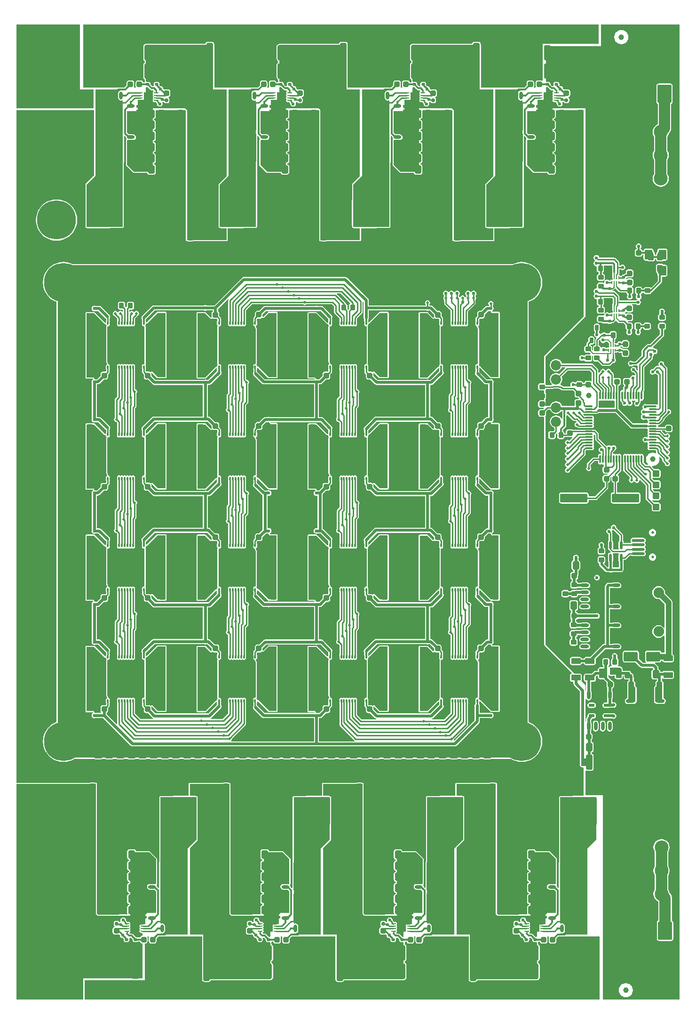
<source format=gtl>
%FSLAX44Y44*%
%MOMM*%
G71*
G01*
G75*
G04 Layer_Physical_Order=1*
G04 Layer_Color=191*
%ADD10C,0.5000*%
G04:AMPARAMS|DCode=11|XSize=1mm|YSize=0.95mm|CornerRadius=0.1995mm|HoleSize=0mm|Usage=FLASHONLY|Rotation=180.000|XOffset=0mm|YOffset=0mm|HoleType=Round|Shape=RoundedRectangle|*
%AMROUNDEDRECTD11*
21,1,1.0000,0.5510,0,0,180.0*
21,1,0.6010,0.9500,0,0,180.0*
1,1,0.3990,-0.3005,0.2755*
1,1,0.3990,0.3005,0.2755*
1,1,0.3990,0.3005,-0.2755*
1,1,0.3990,-0.3005,-0.2755*
%
%ADD11ROUNDEDRECTD11*%
G04:AMPARAMS|DCode=12|XSize=1mm|YSize=0.95mm|CornerRadius=0.1995mm|HoleSize=0mm|Usage=FLASHONLY|Rotation=270.000|XOffset=0mm|YOffset=0mm|HoleType=Round|Shape=RoundedRectangle|*
%AMROUNDEDRECTD12*
21,1,1.0000,0.5510,0,0,270.0*
21,1,0.6010,0.9500,0,0,270.0*
1,1,0.3990,-0.2755,-0.3005*
1,1,0.3990,-0.2755,0.3005*
1,1,0.3990,0.2755,0.3005*
1,1,0.3990,0.2755,-0.3005*
%
%ADD12ROUNDEDRECTD12*%
G04:AMPARAMS|DCode=13|XSize=2.7mm|YSize=1.15mm|CornerRadius=0.2013mm|HoleSize=0mm|Usage=FLASHONLY|Rotation=270.000|XOffset=0mm|YOffset=0mm|HoleType=Round|Shape=RoundedRectangle|*
%AMROUNDEDRECTD13*
21,1,2.7000,0.7475,0,0,270.0*
21,1,2.2975,1.1500,0,0,270.0*
1,1,0.4025,-0.3738,-1.1487*
1,1,0.4025,-0.3738,1.1487*
1,1,0.4025,0.3738,1.1487*
1,1,0.4025,0.3738,-1.1487*
%
%ADD13ROUNDEDRECTD13*%
G04:AMPARAMS|DCode=14|XSize=1.45mm|YSize=1.15mm|CornerRadius=0.2013mm|HoleSize=0mm|Usage=FLASHONLY|Rotation=90.000|XOffset=0mm|YOffset=0mm|HoleType=Round|Shape=RoundedRectangle|*
%AMROUNDEDRECTD14*
21,1,1.4500,0.7475,0,0,90.0*
21,1,1.0475,1.1500,0,0,90.0*
1,1,0.4025,0.3738,0.5238*
1,1,0.4025,0.3738,-0.5238*
1,1,0.4025,-0.3738,-0.5238*
1,1,0.4025,-0.3738,0.5238*
%
%ADD14ROUNDEDRECTD14*%
G04:AMPARAMS|DCode=15|XSize=0.62mm|YSize=0.62mm|CornerRadius=0.1488mm|HoleSize=0mm|Usage=FLASHONLY|Rotation=180.000|XOffset=0mm|YOffset=0mm|HoleType=Round|Shape=RoundedRectangle|*
%AMROUNDEDRECTD15*
21,1,0.6200,0.3224,0,0,180.0*
21,1,0.3224,0.6200,0,0,180.0*
1,1,0.2976,-0.1612,0.1612*
1,1,0.2976,0.1612,0.1612*
1,1,0.2976,0.1612,-0.1612*
1,1,0.2976,-0.1612,-0.1612*
%
%ADD15ROUNDEDRECTD15*%
G04:AMPARAMS|DCode=16|XSize=2.7mm|YSize=1.15mm|CornerRadius=0.2013mm|HoleSize=0mm|Usage=FLASHONLY|Rotation=0.000|XOffset=0mm|YOffset=0mm|HoleType=Round|Shape=RoundedRectangle|*
%AMROUNDEDRECTD16*
21,1,2.7000,0.7475,0,0,0.0*
21,1,2.2975,1.1500,0,0,0.0*
1,1,0.4025,1.1487,-0.3738*
1,1,0.4025,-1.1487,-0.3738*
1,1,0.4025,-1.1487,0.3738*
1,1,0.4025,1.1487,0.3738*
%
%ADD16ROUNDEDRECTD16*%
G04:AMPARAMS|DCode=17|XSize=1.45mm|YSize=1.15mm|CornerRadius=0.2013mm|HoleSize=0mm|Usage=FLASHONLY|Rotation=0.000|XOffset=0mm|YOffset=0mm|HoleType=Round|Shape=RoundedRectangle|*
%AMROUNDEDRECTD17*
21,1,1.4500,0.7475,0,0,0.0*
21,1,1.0475,1.1500,0,0,0.0*
1,1,0.4025,0.5238,-0.3738*
1,1,0.4025,-0.5238,-0.3738*
1,1,0.4025,-0.5238,0.3738*
1,1,0.4025,0.5238,0.3738*
%
%ADD17ROUNDEDRECTD17*%
G04:AMPARAMS|DCode=18|XSize=1.2mm|YSize=1.2mm|CornerRadius=0.198mm|HoleSize=0mm|Usage=FLASHONLY|Rotation=180.000|XOffset=0mm|YOffset=0mm|HoleType=Round|Shape=RoundedRectangle|*
%AMROUNDEDRECTD18*
21,1,1.2000,0.8040,0,0,180.0*
21,1,0.8040,1.2000,0,0,180.0*
1,1,0.3960,-0.4020,0.4020*
1,1,0.3960,0.4020,0.4020*
1,1,0.3960,0.4020,-0.4020*
1,1,0.3960,-0.4020,-0.4020*
%
%ADD18ROUNDEDRECTD18*%
G04:AMPARAMS|DCode=19|XSize=1.45mm|YSize=0.5mm|CornerRadius=0.2mm|HoleSize=0mm|Usage=FLASHONLY|Rotation=270.000|XOffset=0mm|YOffset=0mm|HoleType=Round|Shape=RoundedRectangle|*
%AMROUNDEDRECTD19*
21,1,1.4500,0.1000,0,0,270.0*
21,1,1.0500,0.5000,0,0,270.0*
1,1,0.4000,-0.0500,-0.5250*
1,1,0.4000,-0.0500,0.5250*
1,1,0.4000,0.0500,0.5250*
1,1,0.4000,0.0500,-0.5250*
%
%ADD19ROUNDEDRECTD19*%
G04:AMPARAMS|DCode=20|XSize=2.5mm|YSize=1.7mm|CornerRadius=0.204mm|HoleSize=0mm|Usage=FLASHONLY|Rotation=0.000|XOffset=0mm|YOffset=0mm|HoleType=Round|Shape=RoundedRectangle|*
%AMROUNDEDRECTD20*
21,1,2.5000,1.2920,0,0,0.0*
21,1,2.0920,1.7000,0,0,0.0*
1,1,0.4080,1.0460,-0.6460*
1,1,0.4080,-1.0460,-0.6460*
1,1,0.4080,-1.0460,0.6460*
1,1,0.4080,1.0460,0.6460*
%
%ADD20ROUNDEDRECTD20*%
G04:AMPARAMS|DCode=21|XSize=0.65mm|YSize=0.5mm|CornerRadius=0.2mm|HoleSize=0mm|Usage=FLASHONLY|Rotation=180.000|XOffset=0mm|YOffset=0mm|HoleType=Round|Shape=RoundedRectangle|*
%AMROUNDEDRECTD21*
21,1,0.6500,0.1000,0,0,180.0*
21,1,0.2500,0.5000,0,0,180.0*
1,1,0.4000,-0.1250,0.0500*
1,1,0.4000,0.1250,0.0500*
1,1,0.4000,0.1250,-0.0500*
1,1,0.4000,-0.1250,-0.0500*
%
%ADD21ROUNDEDRECTD21*%
G04:AMPARAMS|DCode=22|XSize=3.3mm|YSize=2.5mm|CornerRadius=0.2mm|HoleSize=0mm|Usage=FLASHONLY|Rotation=270.000|XOffset=0mm|YOffset=0mm|HoleType=Round|Shape=RoundedRectangle|*
%AMROUNDEDRECTD22*
21,1,3.3000,2.1000,0,0,270.0*
21,1,2.9000,2.5000,0,0,270.0*
1,1,0.4000,-1.0500,-1.4500*
1,1,0.4000,-1.0500,1.4500*
1,1,0.4000,1.0500,1.4500*
1,1,0.4000,1.0500,-1.4500*
%
%ADD22ROUNDEDRECTD22*%
%ADD23C,1.0000*%
G04:AMPARAMS|DCode=24|XSize=2.5mm|YSize=2mm|CornerRadius=0.2mm|HoleSize=0mm|Usage=FLASHONLY|Rotation=180.000|XOffset=0mm|YOffset=0mm|HoleType=Round|Shape=RoundedRectangle|*
%AMROUNDEDRECTD24*
21,1,2.5000,1.6000,0,0,180.0*
21,1,2.1000,2.0000,0,0,180.0*
1,1,0.4000,-1.0500,0.8000*
1,1,0.4000,1.0500,0.8000*
1,1,0.4000,1.0500,-0.8000*
1,1,0.4000,-1.0500,-0.8000*
%
%ADD24ROUNDEDRECTD24*%
G04:AMPARAMS|DCode=25|XSize=2.3mm|YSize=0.5mm|CornerRadius=0.2mm|HoleSize=0mm|Usage=FLASHONLY|Rotation=180.000|XOffset=0mm|YOffset=0mm|HoleType=Round|Shape=RoundedRectangle|*
%AMROUNDEDRECTD25*
21,1,2.3000,0.1000,0,0,180.0*
21,1,1.9000,0.5000,0,0,180.0*
1,1,0.4000,-0.9500,0.0500*
1,1,0.4000,0.9500,0.0500*
1,1,0.4000,0.9500,-0.0500*
1,1,0.4000,-0.9500,-0.0500*
%
%ADD25ROUNDEDRECTD25*%
G04:AMPARAMS|DCode=26|XSize=5.1mm|YSize=4.35mm|CornerRadius=0.1958mm|HoleSize=0mm|Usage=FLASHONLY|Rotation=270.000|XOffset=0mm|YOffset=0mm|HoleType=Round|Shape=RoundedRectangle|*
%AMROUNDEDRECTD26*
21,1,5.1000,3.9585,0,0,270.0*
21,1,4.7085,4.3500,0,0,270.0*
1,1,0.3915,-1.9792,-2.3542*
1,1,0.3915,-1.9792,2.3542*
1,1,0.3915,1.9792,2.3542*
1,1,0.3915,1.9792,-2.3542*
%
%ADD26ROUNDEDRECTD26*%
%ADD27O,0.6000X1.4000*%
%ADD28O,1.4000X0.6000*%
G04:AMPARAMS|DCode=29|XSize=1.05mm|YSize=0.65mm|CornerRadius=0.2015mm|HoleSize=0mm|Usage=FLASHONLY|Rotation=270.000|XOffset=0mm|YOffset=0mm|HoleType=Round|Shape=RoundedRectangle|*
%AMROUNDEDRECTD29*
21,1,1.0500,0.2470,0,0,270.0*
21,1,0.6470,0.6500,0,0,270.0*
1,1,0.4030,-0.1235,-0.3235*
1,1,0.4030,-0.1235,0.3235*
1,1,0.4030,0.1235,0.3235*
1,1,0.4030,0.1235,-0.3235*
%
%ADD29ROUNDEDRECTD29*%
G04:AMPARAMS|DCode=30|XSize=1mm|YSize=0.9mm|CornerRadius=0.198mm|HoleSize=0mm|Usage=FLASHONLY|Rotation=270.000|XOffset=0mm|YOffset=0mm|HoleType=Round|Shape=RoundedRectangle|*
%AMROUNDEDRECTD30*
21,1,1.0000,0.5040,0,0,270.0*
21,1,0.6040,0.9000,0,0,270.0*
1,1,0.3960,-0.2520,-0.3020*
1,1,0.3960,-0.2520,0.3020*
1,1,0.3960,0.2520,0.3020*
1,1,0.3960,0.2520,-0.3020*
%
%ADD30ROUNDEDRECTD30*%
G04:AMPARAMS|DCode=31|XSize=1mm|YSize=0.9mm|CornerRadius=0.198mm|HoleSize=0mm|Usage=FLASHONLY|Rotation=180.000|XOffset=0mm|YOffset=0mm|HoleType=Round|Shape=RoundedRectangle|*
%AMROUNDEDRECTD31*
21,1,1.0000,0.5040,0,0,180.0*
21,1,0.6040,0.9000,0,0,180.0*
1,1,0.3960,-0.3020,0.2520*
1,1,0.3960,0.3020,0.2520*
1,1,0.3960,0.3020,-0.2520*
1,1,0.3960,-0.3020,-0.2520*
%
%ADD31ROUNDEDRECTD31*%
G04:AMPARAMS|DCode=32|XSize=1.75mm|YSize=1.05mm|CornerRadius=0.1995mm|HoleSize=0mm|Usage=FLASHONLY|Rotation=270.000|XOffset=0mm|YOffset=0mm|HoleType=Round|Shape=RoundedRectangle|*
%AMROUNDEDRECTD32*
21,1,1.7500,0.6510,0,0,270.0*
21,1,1.3510,1.0500,0,0,270.0*
1,1,0.3990,-0.3255,-0.6755*
1,1,0.3990,-0.3255,0.6755*
1,1,0.3990,0.3255,0.6755*
1,1,0.3990,0.3255,-0.6755*
%
%ADD32ROUNDEDRECTD32*%
G04:AMPARAMS|DCode=33|XSize=1.75mm|YSize=1.05mm|CornerRadius=0.1995mm|HoleSize=0mm|Usage=FLASHONLY|Rotation=180.000|XOffset=0mm|YOffset=0mm|HoleType=Round|Shape=RoundedRectangle|*
%AMROUNDEDRECTD33*
21,1,1.7500,0.6510,0,0,180.0*
21,1,1.3510,1.0500,0,0,180.0*
1,1,0.3990,-0.6755,0.3255*
1,1,0.3990,0.6755,0.3255*
1,1,0.3990,0.6755,-0.3255*
1,1,0.3990,-0.6755,-0.3255*
%
%ADD33ROUNDEDRECTD33*%
G04:AMPARAMS|DCode=34|XSize=1.1mm|YSize=0.55mm|CornerRadius=0.2008mm|HoleSize=0mm|Usage=FLASHONLY|Rotation=180.000|XOffset=0mm|YOffset=0mm|HoleType=Round|Shape=RoundedRectangle|*
%AMROUNDEDRECTD34*
21,1,1.1000,0.1485,0,0,180.0*
21,1,0.6985,0.5500,0,0,180.0*
1,1,0.4015,-0.3493,0.0743*
1,1,0.4015,0.3493,0.0743*
1,1,0.4015,0.3493,-0.0743*
1,1,0.4015,-0.3493,-0.0743*
%
%ADD34ROUNDEDRECTD34*%
%ADD35O,0.6000X1.5500*%
G04:AMPARAMS|DCode=36|XSize=9.1mm|YSize=8.65mm|CornerRadius=0.2163mm|HoleSize=0mm|Usage=FLASHONLY|Rotation=0.000|XOffset=0mm|YOffset=0mm|HoleType=Round|Shape=RoundedRectangle|*
%AMROUNDEDRECTD36*
21,1,9.1000,8.2175,0,0,0.0*
21,1,8.6675,8.6500,0,0,0.0*
1,1,0.4325,4.3338,-4.1087*
1,1,0.4325,-4.3338,-4.1087*
1,1,0.4325,-4.3338,4.1087*
1,1,0.4325,4.3338,4.1087*
%
%ADD36ROUNDEDRECTD36*%
G04:AMPARAMS|DCode=37|XSize=3.75mm|YSize=1.05mm|CornerRadius=0.1995mm|HoleSize=0mm|Usage=FLASHONLY|Rotation=270.000|XOffset=0mm|YOffset=0mm|HoleType=Round|Shape=RoundedRectangle|*
%AMROUNDEDRECTD37*
21,1,3.7500,0.6510,0,0,270.0*
21,1,3.3510,1.0500,0,0,270.0*
1,1,0.3990,-0.3255,-1.6755*
1,1,0.3990,-0.3255,1.6755*
1,1,0.3990,0.3255,1.6755*
1,1,0.3990,0.3255,-1.6755*
%
%ADD37ROUNDEDRECTD37*%
G04:AMPARAMS|DCode=38|XSize=6.45mm|YSize=6mm|CornerRadius=0.21mm|HoleSize=0mm|Usage=FLASHONLY|Rotation=270.000|XOffset=0mm|YOffset=0mm|HoleType=Round|Shape=RoundedRectangle|*
%AMROUNDEDRECTD38*
21,1,6.4500,5.5800,0,0,270.0*
21,1,6.0300,6.0000,0,0,270.0*
1,1,0.4200,-2.7900,-3.0150*
1,1,0.4200,-2.7900,3.0150*
1,1,0.4200,2.7900,3.0150*
1,1,0.4200,2.7900,-3.0150*
%
%ADD38ROUNDEDRECTD38*%
G04:AMPARAMS|DCode=39|XSize=2.85mm|YSize=1mm|CornerRadius=0.2mm|HoleSize=0mm|Usage=FLASHONLY|Rotation=270.000|XOffset=0mm|YOffset=0mm|HoleType=Round|Shape=RoundedRectangle|*
%AMROUNDEDRECTD39*
21,1,2.8500,0.6000,0,0,270.0*
21,1,2.4500,1.0000,0,0,270.0*
1,1,0.4000,-0.3000,-1.2250*
1,1,0.4000,-0.3000,1.2250*
1,1,0.4000,0.3000,1.2250*
1,1,0.4000,0.3000,-1.2250*
%
%ADD39ROUNDEDRECTD39*%
%ADD40O,1.5500X0.6000*%
%ADD41O,0.3000X1.5000*%
%ADD42O,1.5000X0.3000*%
%ADD43O,0.8500X0.2500*%
%ADD44C,0.2000*%
%ADD45R,0.2000X0.5500*%
G04:AMPARAMS|DCode=46|XSize=4.9mm|YSize=1.6mm|CornerRadius=0.2mm|HoleSize=0mm|Usage=FLASHONLY|Rotation=0.000|XOffset=0mm|YOffset=0mm|HoleType=Round|Shape=RoundedRectangle|*
%AMROUNDEDRECTD46*
21,1,4.9000,1.2000,0,0,0.0*
21,1,4.5000,1.6000,0,0,0.0*
1,1,0.4000,2.2500,-0.6000*
1,1,0.4000,-2.2500,-0.6000*
1,1,0.4000,-2.2500,0.6000*
1,1,0.4000,2.2500,0.6000*
%
%ADD46ROUNDEDRECTD46*%
G04:AMPARAMS|DCode=47|XSize=1.75mm|YSize=1.4mm|CornerRadius=0.203mm|HoleSize=0mm|Usage=FLASHONLY|Rotation=90.000|XOffset=0mm|YOffset=0mm|HoleType=Round|Shape=RoundedRectangle|*
%AMROUNDEDRECTD47*
21,1,1.7500,0.9940,0,0,90.0*
21,1,1.3440,1.4000,0,0,90.0*
1,1,0.4060,0.4970,0.6720*
1,1,0.4060,0.4970,-0.6720*
1,1,0.4060,-0.4970,-0.6720*
1,1,0.4060,-0.4970,0.6720*
%
%ADD47ROUNDEDRECTD47*%
G04:AMPARAMS|DCode=48|XSize=1.4mm|YSize=1.2mm|CornerRadius=0.198mm|HoleSize=0mm|Usage=FLASHONLY|Rotation=90.000|XOffset=0mm|YOffset=0mm|HoleType=Round|Shape=RoundedRectangle|*
%AMROUNDEDRECTD48*
21,1,1.4000,0.8040,0,0,90.0*
21,1,1.0040,1.2000,0,0,90.0*
1,1,0.3960,0.4020,0.5020*
1,1,0.3960,0.4020,-0.5020*
1,1,0.3960,-0.4020,-0.5020*
1,1,0.3960,-0.4020,0.5020*
%
%ADD48ROUNDEDRECTD48*%
G04:AMPARAMS|DCode=49|XSize=1.15mm|YSize=1.05mm|CornerRadius=0.1995mm|HoleSize=0mm|Usage=FLASHONLY|Rotation=90.000|XOffset=0mm|YOffset=0mm|HoleType=Round|Shape=RoundedRectangle|*
%AMROUNDEDRECTD49*
21,1,1.1500,0.6510,0,0,90.0*
21,1,0.7510,1.0500,0,0,90.0*
1,1,0.3990,0.3255,0.3755*
1,1,0.3990,0.3255,-0.3755*
1,1,0.3990,-0.3255,-0.3755*
1,1,0.3990,-0.3255,0.3755*
%
%ADD49ROUNDEDRECTD49*%
%ADD50O,0.3000X0.8000*%
%ADD51O,0.8000X0.3000*%
%ADD52R,0.3500X0.3500*%
%ADD53C,0.2500*%
%ADD54C,0.5000*%
%ADD55C,0.4000*%
%ADD56C,0.3000*%
%ADD57C,1.0000*%
%ADD58C,2.0000*%
%ADD59C,0.2000*%
%ADD60C,2.5000*%
%ADD61C,1.8500*%
%ADD62C,1.9000*%
%ADD63C,7.0000*%
%ADD64C,0.6000*%
G36*
X386000Y157000D02*
X389000Y154000D01*
X448000D01*
Y268000D01*
X482000D01*
X494000Y256000D01*
Y211374D01*
X492730Y210708D01*
X491000Y211052D01*
X483000D01*
X481049Y210664D01*
X479395Y209559D01*
X478290Y207905D01*
X477902Y205954D01*
X478290Y204003D01*
X479395Y202349D01*
X481049Y201244D01*
X483000Y200856D01*
X491000D01*
X491043Y200865D01*
X493931Y197976D01*
Y159000D01*
X475000D01*
Y139000D01*
X464000D01*
Y125750D01*
X464000D01*
Y125000D01*
X460000D01*
Y116525D01*
X458730Y115483D01*
X458250Y115578D01*
X457468D01*
X452523Y120523D01*
X451366Y121297D01*
X450000Y121569D01*
X447102D01*
X446414Y122370D01*
X446627Y123762D01*
X446843Y123907D01*
X447561Y124982D01*
X447814Y126250D01*
X447561Y127518D01*
X446905Y128500D01*
X447561Y129482D01*
X447814Y130750D01*
X447561Y132018D01*
X446905Y133000D01*
X447561Y133982D01*
X447814Y135250D01*
X447561Y136518D01*
X446905Y137500D01*
X447561Y138482D01*
X447814Y139750D01*
X447561Y141018D01*
X446843Y142093D01*
X445768Y142811D01*
X444500Y143064D01*
X442126D01*
X442103Y143178D01*
X442061Y143388D01*
X441343Y144463D01*
X440050Y145757D01*
X440098Y146000D01*
X439710Y147951D01*
X438605Y149605D01*
X436951Y150710D01*
X435000Y151098D01*
X433049Y150710D01*
X431395Y149605D01*
X430290Y147951D01*
X429902Y146000D01*
X430290Y144049D01*
X430299Y144035D01*
X429813Y142862D01*
X429049Y142710D01*
X427898Y142473D01*
X427127Y143627D01*
X425973Y144398D01*
X424612Y144668D01*
X421388D01*
X420027Y144398D01*
X418873Y143627D01*
X418102Y142473D01*
X417832Y141112D01*
Y137888D01*
X418102Y136527D01*
X418873Y135373D01*
X419419Y135009D01*
X419151Y133660D01*
X418436Y133518D01*
X417115Y132635D01*
X416232Y131314D01*
X415922Y129755D01*
Y124245D01*
X416232Y122686D01*
X417115Y121365D01*
X418436Y120482D01*
X419995Y120172D01*
X426005D01*
X427487Y120466D01*
X428910Y119043D01*
X428902Y119000D01*
X429290Y117049D01*
X430395Y115395D01*
X432049Y114290D01*
X434000Y113902D01*
X434043Y113911D01*
X435801Y112152D01*
X435672Y111500D01*
Y110500D01*
X435982Y108939D01*
X436866Y107616D01*
X438189Y106732D01*
X439750Y106422D01*
X442250D01*
X443811Y106732D01*
X445134Y107616D01*
X446018Y108939D01*
X446328Y110500D01*
Y111500D01*
X446018Y113061D01*
X445951Y113161D01*
X446629Y114431D01*
X448522D01*
X451672Y111282D01*
Y110500D01*
X451982Y108939D01*
X452866Y107616D01*
X454189Y106732D01*
X455750Y106422D01*
X458250D01*
X458730Y106517D01*
X460000Y105475D01*
Y40000D01*
X339000D01*
Y120000D01*
X315000D01*
Y276116D01*
X328442Y289558D01*
X328884Y290220D01*
X329039Y291000D01*
Y318265D01*
X329077Y318458D01*
Y365542D01*
X329039Y365735D01*
Y367000D01*
X328884Y367780D01*
X328442Y368442D01*
X327780Y368884D01*
X327000Y369039D01*
X326933D01*
X326587Y369270D01*
X325042Y369577D01*
X315000D01*
Y391000D01*
X386000D01*
Y157000D01*
D02*
G37*
G36*
X146000D02*
X149000Y154000D01*
X208000D01*
Y268000D01*
X242000D01*
X254000Y256000D01*
Y211374D01*
X252730Y210708D01*
X251000Y211052D01*
X243000D01*
X241049Y210664D01*
X239395Y209559D01*
X238290Y207905D01*
X237902Y205954D01*
X238290Y204003D01*
X239395Y202349D01*
X241049Y201244D01*
X243000Y200856D01*
X251000D01*
X251043Y200865D01*
X253931Y197976D01*
Y159000D01*
X235000D01*
Y139000D01*
X230000D01*
Y138564D01*
X227500D01*
X226232Y138311D01*
X225157Y137593D01*
X224439Y136518D01*
X224186Y135250D01*
X224439Y133982D01*
X225095Y133000D01*
X224439Y132018D01*
X224186Y130750D01*
X224439Y129482D01*
X225095Y128500D01*
X224439Y127518D01*
X224186Y126250D01*
X224439Y124982D01*
X225157Y123907D01*
X226232Y123189D01*
X227500Y122936D01*
X230000D01*
Y118078D01*
X229245D01*
X227686Y117768D01*
X226365Y116885D01*
X225482Y115564D01*
X225284Y114569D01*
X220857D01*
X219811Y115268D01*
X218250Y115578D01*
X217468D01*
X212523Y120523D01*
X211366Y121297D01*
X210000Y121569D01*
X207102D01*
X206414Y122370D01*
X206627Y123762D01*
X206843Y123907D01*
X207561Y124982D01*
X207814Y126250D01*
X207561Y127518D01*
X206905Y128500D01*
X207561Y129482D01*
X207814Y130750D01*
X207561Y132018D01*
X206905Y133000D01*
X207561Y133982D01*
X207814Y135250D01*
X207561Y136518D01*
X206905Y137500D01*
X207561Y138482D01*
X207814Y139750D01*
X207561Y141018D01*
X206843Y142093D01*
X205768Y142811D01*
X204500Y143064D01*
X202126D01*
X202103Y143178D01*
X202061Y143388D01*
X201343Y144463D01*
X200049Y145757D01*
X200098Y146000D01*
X199710Y147951D01*
X198605Y149605D01*
X196951Y150710D01*
X195000Y151098D01*
X193049Y150710D01*
X191395Y149605D01*
X190290Y147951D01*
X189902Y146000D01*
X190290Y144049D01*
X190299Y144035D01*
X189813Y142862D01*
X189049Y142710D01*
X187898Y142473D01*
X187127Y143627D01*
X185973Y144398D01*
X184612Y144668D01*
X181388D01*
X180027Y144398D01*
X178873Y143627D01*
X178102Y142473D01*
X177832Y141112D01*
Y137888D01*
X178102Y136527D01*
X178873Y135373D01*
X179419Y135009D01*
X179151Y133660D01*
X178436Y133518D01*
X177115Y132635D01*
X176232Y131314D01*
X175922Y129755D01*
Y124245D01*
X176232Y122686D01*
X177115Y121365D01*
X178436Y120482D01*
X179995Y120172D01*
X186005D01*
X187487Y120466D01*
X188911Y119043D01*
X188902Y119000D01*
X189290Y117049D01*
X190395Y115395D01*
X192049Y114290D01*
X194000Y113902D01*
X194043Y113911D01*
X195801Y112152D01*
X195672Y111500D01*
Y110500D01*
X195982Y108939D01*
X196866Y107616D01*
X198189Y106732D01*
X199750Y106422D01*
X202250D01*
X203811Y106732D01*
X205134Y107616D01*
X206018Y108939D01*
X206328Y110500D01*
Y111500D01*
X206018Y113061D01*
X205951Y113161D01*
X206630Y114431D01*
X208522D01*
X211672Y111282D01*
Y110500D01*
X211982Y108939D01*
X212866Y107616D01*
X214189Y106732D01*
X215750Y106422D01*
X218250D01*
X219811Y106732D01*
X220857Y107431D01*
X225284D01*
X225482Y106436D01*
X226365Y105115D01*
X227686Y104232D01*
X229245Y103922D01*
X230000D01*
Y41000D01*
X123000D01*
Y3059D01*
X3059D01*
Y391000D01*
X146000D01*
Y157000D01*
D02*
G37*
G36*
X1072027Y1080502D02*
X1073392Y1080230D01*
X1074758Y1080502D01*
X1075892Y1081260D01*
X1077027Y1080502D01*
X1078392Y1080230D01*
X1078809Y1080313D01*
X1080079Y1079305D01*
Y1067387D01*
X1051690D01*
X1051011Y1068657D01*
X1051061Y1068732D01*
X1051314Y1070000D01*
Y1079567D01*
X1052584Y1080391D01*
X1053392Y1080230D01*
X1054758Y1080502D01*
X1055892Y1081260D01*
X1057027Y1080502D01*
X1058392Y1080230D01*
X1059758Y1080502D01*
X1060892Y1081260D01*
X1062027Y1080502D01*
X1063392Y1080230D01*
X1064758Y1080502D01*
X1065892Y1081260D01*
X1067027Y1080502D01*
X1068392Y1080230D01*
X1069758Y1080502D01*
X1070892Y1081260D01*
X1072027Y1080502D01*
D02*
G37*
G36*
X1038686Y1130628D02*
Y1115548D01*
X1037416Y1114949D01*
X1036564Y1115518D01*
X1035005Y1115828D01*
X1028995D01*
X1027436Y1115518D01*
X1026115Y1114635D01*
X1025232Y1113314D01*
X1025033Y1112314D01*
X1022920D01*
X1022769Y1113073D01*
X1021889Y1114389D01*
X1020573Y1115269D01*
X1019020Y1115578D01*
X1012980D01*
X1011427Y1115269D01*
X1010111Y1114389D01*
X1009473Y1113436D01*
X1009462Y1113425D01*
X1008229Y1113058D01*
X1007932Y1113054D01*
X1006951Y1113710D01*
X1005000Y1114098D01*
X1003049Y1113710D01*
X1001395Y1112605D01*
X1000290Y1110951D01*
X999902Y1109000D01*
X1000290Y1107049D01*
X1000601Y1106584D01*
X999922Y1105314D01*
X987373D01*
X985343Y1107343D01*
X984268Y1108061D01*
X984058Y1108103D01*
X983000Y1108314D01*
X982357D01*
X982052Y1108686D01*
X982240Y1110360D01*
X982386Y1110472D01*
X984189Y1112822D01*
X985323Y1115559D01*
X985709Y1118495D01*
X985323Y1121432D01*
X984345Y1123792D01*
X995239Y1134686D01*
X1034627D01*
X1038686Y1130628D01*
D02*
G37*
G36*
X866000Y157000D02*
X869000Y154000D01*
X928000D01*
Y268000D01*
X962000D01*
X974000Y256000D01*
Y211374D01*
X972730Y210708D01*
X971000Y211052D01*
X963000D01*
X961049Y210664D01*
X959395Y209559D01*
X958290Y207905D01*
X957902Y205954D01*
X958290Y204003D01*
X959395Y202349D01*
X961049Y201244D01*
X963000Y200856D01*
X971000D01*
X971043Y200865D01*
X973931Y197976D01*
Y159000D01*
X955000D01*
Y139000D01*
X944000D01*
Y125750D01*
X944000D01*
Y125000D01*
X940000D01*
Y116525D01*
X938730Y115483D01*
X938250Y115578D01*
X937468D01*
X932523Y120523D01*
X931366Y121297D01*
X930000Y121569D01*
X927102D01*
X926414Y122370D01*
X926627Y123762D01*
X926843Y123907D01*
X927561Y124982D01*
X927814Y126250D01*
X927561Y127518D01*
X926905Y128500D01*
X927561Y129482D01*
X927814Y130750D01*
X927561Y132018D01*
X926905Y133000D01*
X927561Y133982D01*
X927814Y135250D01*
X927561Y136518D01*
X926905Y137500D01*
X927561Y138482D01*
X927814Y139750D01*
X927561Y141018D01*
X926843Y142093D01*
X925768Y142811D01*
X924500Y143064D01*
X922126D01*
X922103Y143178D01*
X922061Y143388D01*
X921343Y144463D01*
X920050Y145757D01*
X920098Y146000D01*
X919710Y147951D01*
X918605Y149605D01*
X916951Y150710D01*
X915000Y151098D01*
X913049Y150710D01*
X911395Y149605D01*
X910290Y147951D01*
X909902Y146000D01*
X910290Y144049D01*
X910299Y144035D01*
X909813Y142862D01*
X909049Y142710D01*
X907898Y142473D01*
X907127Y143627D01*
X905973Y144398D01*
X904612Y144668D01*
X901388D01*
X900027Y144398D01*
X898873Y143627D01*
X898102Y142473D01*
X897832Y141112D01*
Y137888D01*
X898102Y136527D01*
X898873Y135373D01*
X899419Y135009D01*
X899151Y133660D01*
X898436Y133518D01*
X897115Y132635D01*
X896232Y131314D01*
X895922Y129755D01*
Y124245D01*
X896232Y122686D01*
X897115Y121365D01*
X898436Y120482D01*
X899995Y120172D01*
X906005D01*
X907487Y120466D01*
X908911Y119043D01*
X908902Y119000D01*
X909290Y117049D01*
X910395Y115395D01*
X912049Y114290D01*
X914000Y113902D01*
X914043Y113911D01*
X915801Y112152D01*
X915672Y111500D01*
Y110500D01*
X915982Y108939D01*
X916866Y107616D01*
X918189Y106732D01*
X919750Y106422D01*
X922250D01*
X923811Y106732D01*
X925134Y107616D01*
X926018Y108939D01*
X926328Y110500D01*
Y111500D01*
X926018Y113061D01*
X925951Y113161D01*
X926629Y114431D01*
X928522D01*
X931672Y111282D01*
Y110500D01*
X931982Y108939D01*
X932866Y107616D01*
X934189Y106732D01*
X935750Y106422D01*
X938250D01*
X938730Y106517D01*
X940000Y105475D01*
Y40000D01*
X819000D01*
Y120000D01*
X795000D01*
Y276116D01*
X808442Y289558D01*
X808884Y290220D01*
X809039Y291000D01*
Y318265D01*
X809078Y318458D01*
Y365542D01*
X809039Y365735D01*
Y367000D01*
X808884Y367780D01*
X808442Y368442D01*
X807780Y368884D01*
X807000Y369039D01*
X806933D01*
X806587Y369270D01*
X805042Y369577D01*
X795000D01*
Y391000D01*
X866000D01*
Y157000D01*
D02*
G37*
G36*
X626000D02*
X629000Y154000D01*
X688000D01*
Y268000D01*
X722000D01*
X734000Y256000D01*
Y211374D01*
X732730Y210708D01*
X731000Y211052D01*
X723000D01*
X721049Y210664D01*
X719395Y209559D01*
X718290Y207905D01*
X717902Y205954D01*
X718290Y204003D01*
X719395Y202349D01*
X721049Y201244D01*
X723000Y200856D01*
X731000D01*
X731043Y200865D01*
X733931Y197976D01*
Y159000D01*
X715000D01*
Y139000D01*
X704000D01*
Y125750D01*
X704000D01*
Y125000D01*
X700000D01*
Y116525D01*
X698730Y115483D01*
X698250Y115578D01*
X697468D01*
X692523Y120523D01*
X691366Y121297D01*
X690000Y121569D01*
X687102D01*
X686414Y122370D01*
X686627Y123762D01*
X686843Y123907D01*
X687561Y124982D01*
X687814Y126250D01*
X687561Y127518D01*
X686905Y128500D01*
X687561Y129482D01*
X687814Y130750D01*
X687561Y132018D01*
X686905Y133000D01*
X687561Y133982D01*
X687814Y135250D01*
X687561Y136518D01*
X686905Y137500D01*
X687561Y138482D01*
X687814Y139750D01*
X687561Y141018D01*
X686843Y142093D01*
X685768Y142811D01*
X684500Y143064D01*
X682126D01*
X682103Y143178D01*
X682061Y143388D01*
X681343Y144463D01*
X680050Y145757D01*
X680098Y146000D01*
X679710Y147951D01*
X678605Y149605D01*
X676951Y150710D01*
X675000Y151098D01*
X673049Y150710D01*
X671395Y149605D01*
X670290Y147951D01*
X669902Y146000D01*
X670290Y144049D01*
X670299Y144035D01*
X669813Y142862D01*
X669049Y142710D01*
X667898Y142473D01*
X667127Y143627D01*
X665973Y144398D01*
X664612Y144668D01*
X661388D01*
X660027Y144398D01*
X658873Y143627D01*
X658102Y142473D01*
X657832Y141112D01*
Y137888D01*
X658102Y136527D01*
X658873Y135373D01*
X659419Y135009D01*
X659151Y133660D01*
X658436Y133518D01*
X657115Y132635D01*
X656232Y131314D01*
X655922Y129755D01*
Y124245D01*
X656232Y122686D01*
X657115Y121365D01*
X658436Y120482D01*
X659995Y120172D01*
X666005D01*
X667487Y120466D01*
X668911Y119043D01*
X668902Y119000D01*
X669290Y117049D01*
X670395Y115395D01*
X672049Y114290D01*
X674000Y113902D01*
X674043Y113911D01*
X675801Y112152D01*
X675672Y111500D01*
Y110500D01*
X675982Y108939D01*
X676866Y107616D01*
X678189Y106732D01*
X679750Y106422D01*
X682250D01*
X683811Y106732D01*
X685134Y107616D01*
X686018Y108939D01*
X686328Y110500D01*
Y111500D01*
X686018Y113061D01*
X685951Y113161D01*
X686629Y114431D01*
X688522D01*
X691672Y111282D01*
Y110500D01*
X691982Y108939D01*
X692866Y107616D01*
X694189Y106732D01*
X695750Y106422D01*
X698250D01*
X698730Y106517D01*
X700000Y105475D01*
Y40000D01*
X579000D01*
Y120000D01*
X555000D01*
Y276116D01*
X568442Y289558D01*
X568884Y290220D01*
X569039Y291000D01*
Y318265D01*
X569077Y318458D01*
Y365542D01*
X569039Y365735D01*
Y367000D01*
X568884Y367780D01*
X568442Y368442D01*
X567780Y368884D01*
X567000Y369039D01*
X566933D01*
X566587Y369270D01*
X565042Y369577D01*
X555000D01*
Y391000D01*
X626000D01*
Y157000D01*
D02*
G37*
G36*
X1053000Y3059D02*
X126000D01*
Y38000D01*
X234000D01*
Y103922D01*
X234755D01*
X236314Y104232D01*
X237635Y105115D01*
X238518Y106436D01*
X238828Y107995D01*
Y114005D01*
X238518Y115564D01*
X238407Y115730D01*
X239086Y117000D01*
X240914D01*
X241593Y115730D01*
X241482Y115564D01*
X241172Y114005D01*
Y107995D01*
X241482Y106436D01*
X242365Y105115D01*
X243686Y104232D01*
X245245Y103922D01*
X250755D01*
X252314Y104232D01*
X253635Y105115D01*
X254518Y106436D01*
X254828Y107995D01*
Y112782D01*
X258478Y116431D01*
X259000D01*
Y116500D01*
X270345D01*
X271366Y116703D01*
X271810Y117000D01*
X336961D01*
Y40000D01*
X337116Y39220D01*
X337171Y39137D01*
Y38763D01*
X337483Y37197D01*
X338370Y35870D01*
X339697Y34983D01*
X341263Y34671D01*
X348737D01*
X350303Y34983D01*
X351630Y35870D01*
X352517Y37197D01*
X352669Y37961D01*
X460000D01*
X460780Y38116D01*
X461442Y38558D01*
X461445Y38562D01*
X462303Y38733D01*
X463630Y39620D01*
X464517Y40947D01*
X464829Y42512D01*
Y65487D01*
X464517Y67053D01*
X463630Y68380D01*
X462303Y69267D01*
X462039Y69320D01*
Y71680D01*
X462303Y71733D01*
X463630Y72620D01*
X464517Y73947D01*
X464829Y75512D01*
Y98488D01*
X464517Y100053D01*
X463630Y101380D01*
X462303Y102267D01*
X462039Y102320D01*
Y105475D01*
X462019Y105574D01*
X462029Y105675D01*
X461942Y105962D01*
X461903Y106161D01*
X461914Y106340D01*
X462034Y106675D01*
X462142Y106850D01*
X462623Y107430D01*
X462626Y107431D01*
X465284D01*
X465482Y106436D01*
X466365Y105115D01*
X467686Y104232D01*
X469245Y103922D01*
X474755D01*
X476314Y104232D01*
X477635Y105115D01*
X478518Y106436D01*
X478828Y107995D01*
Y114005D01*
X478518Y115564D01*
X478407Y115730D01*
X479086Y117000D01*
X480914D01*
X481593Y115730D01*
X481482Y115564D01*
X481172Y114005D01*
Y107995D01*
X481482Y106436D01*
X482365Y105115D01*
X483686Y104232D01*
X485245Y103922D01*
X490755D01*
X492314Y104232D01*
X493635Y105115D01*
X494518Y106436D01*
X494828Y107995D01*
Y112782D01*
X498478Y116431D01*
X499000D01*
Y116500D01*
X510345D01*
X511366Y116703D01*
X511810Y117000D01*
X576961D01*
Y40000D01*
X577116Y39220D01*
X577171Y39137D01*
Y38763D01*
X577483Y37197D01*
X578370Y35870D01*
X579697Y34983D01*
X581263Y34671D01*
X588737D01*
X590303Y34983D01*
X591630Y35870D01*
X592517Y37197D01*
X592669Y37961D01*
X700000D01*
X700780Y38116D01*
X701442Y38558D01*
X701445Y38562D01*
X702303Y38733D01*
X703630Y39620D01*
X704517Y40947D01*
X704829Y42512D01*
Y65487D01*
X704517Y67053D01*
X703630Y68380D01*
X702303Y69267D01*
X702039Y69320D01*
Y71680D01*
X702303Y71733D01*
X703630Y72620D01*
X704517Y73947D01*
X704829Y75512D01*
Y98488D01*
X704517Y100053D01*
X703630Y101380D01*
X702303Y102267D01*
X702039Y102320D01*
Y105475D01*
X702019Y105574D01*
X702029Y105675D01*
X701942Y105962D01*
X701903Y106161D01*
X701914Y106340D01*
X702034Y106675D01*
X702142Y106850D01*
X702623Y107430D01*
X702626Y107431D01*
X705284D01*
X705482Y106436D01*
X706365Y105115D01*
X707686Y104232D01*
X709245Y103922D01*
X714755D01*
X716314Y104232D01*
X717635Y105115D01*
X718518Y106436D01*
X718828Y107995D01*
Y114005D01*
X718518Y115564D01*
X718407Y115730D01*
X719086Y117000D01*
X720914D01*
X721593Y115730D01*
X721482Y115564D01*
X721172Y114005D01*
Y107995D01*
X721482Y106436D01*
X722365Y105115D01*
X723686Y104232D01*
X725245Y103922D01*
X730755D01*
X732314Y104232D01*
X733635Y105115D01*
X734518Y106436D01*
X734828Y107995D01*
Y112781D01*
X738478Y116431D01*
X739000D01*
Y116500D01*
X750345D01*
X751366Y116703D01*
X751810Y117000D01*
X816961D01*
Y40000D01*
X817116Y39220D01*
X817171Y39137D01*
Y38763D01*
X817483Y37197D01*
X818370Y35870D01*
X819697Y34983D01*
X821263Y34671D01*
X828737D01*
X830303Y34983D01*
X831630Y35870D01*
X832517Y37197D01*
X832669Y37961D01*
X940000D01*
X940780Y38116D01*
X941442Y38558D01*
X941445Y38562D01*
X942303Y38733D01*
X943630Y39620D01*
X944517Y40947D01*
X944829Y42512D01*
Y65487D01*
X944517Y67053D01*
X943630Y68380D01*
X942303Y69267D01*
X942039Y69320D01*
Y71680D01*
X942303Y71733D01*
X943630Y72620D01*
X944517Y73947D01*
X944829Y75512D01*
Y98488D01*
X944517Y100053D01*
X943630Y101380D01*
X942303Y102267D01*
X942039Y102320D01*
Y105475D01*
X942020Y105574D01*
X942029Y105675D01*
X941942Y105962D01*
X941903Y106161D01*
X941914Y106340D01*
X942034Y106675D01*
X942142Y106850D01*
X942623Y107430D01*
X942626Y107431D01*
X945284D01*
X945482Y106436D01*
X946365Y105115D01*
X947686Y104232D01*
X949245Y103922D01*
X954755D01*
X956314Y104232D01*
X957635Y105115D01*
X958518Y106436D01*
X958828Y107995D01*
Y114005D01*
X958518Y115564D01*
X958407Y115730D01*
X959086Y117000D01*
X960914D01*
X961593Y115730D01*
X961482Y115564D01*
X961172Y114005D01*
Y107995D01*
X961482Y106436D01*
X962365Y105115D01*
X963686Y104232D01*
X965245Y103922D01*
X970755D01*
X972314Y104232D01*
X973635Y105115D01*
X974518Y106436D01*
X974828Y107995D01*
Y112781D01*
X978478Y116431D01*
X979000D01*
Y116500D01*
X990345D01*
X991366Y116703D01*
X991810Y117000D01*
X1053000D01*
Y3059D01*
D02*
G37*
G36*
X327000Y291000D02*
X311000Y275000D01*
Y120000D01*
X262000D01*
Y121549D01*
X263270Y122237D01*
X264954Y121902D01*
X266905Y122290D01*
X268559Y123395D01*
X269664Y125049D01*
X270052Y127000D01*
Y135000D01*
X269664Y136951D01*
X268559Y138605D01*
X266905Y139710D01*
X264954Y140098D01*
X263270Y139763D01*
X262000Y140451D01*
Y144000D01*
X261500D01*
Y194000D01*
X262000D01*
Y200000D01*
X261500D01*
Y250000D01*
X262000D01*
Y367000D01*
X327000D01*
Y291000D01*
D02*
G37*
G36*
X567000D02*
X551000Y275000D01*
Y120000D01*
X502000D01*
Y121549D01*
X503270Y122237D01*
X504954Y121902D01*
X506905Y122290D01*
X508559Y123395D01*
X509664Y125049D01*
X510052Y127000D01*
Y135000D01*
X509664Y136951D01*
X508559Y138605D01*
X506905Y139710D01*
X504954Y140098D01*
X503270Y139763D01*
X502000Y140451D01*
Y144000D01*
X501500D01*
Y194000D01*
X502000D01*
Y200000D01*
X501500D01*
Y250000D01*
X502000D01*
Y367000D01*
X567000D01*
Y291000D01*
D02*
G37*
G36*
X1047000D02*
X1031000Y275000D01*
Y120000D01*
X982000D01*
Y121549D01*
X983270Y122237D01*
X984954Y121902D01*
X986905Y122290D01*
X988559Y123395D01*
X989664Y125049D01*
X990052Y127000D01*
Y135000D01*
X989664Y136951D01*
X988559Y138605D01*
X986905Y139710D01*
X984954Y140098D01*
X983270Y139763D01*
X982000Y140451D01*
Y144000D01*
X981500D01*
Y194000D01*
X982000D01*
Y200000D01*
X981500D01*
Y250000D01*
X982000D01*
Y367000D01*
X1047000D01*
Y291000D01*
D02*
G37*
G36*
X807000D02*
X791000Y275000D01*
Y120000D01*
X742000D01*
Y121549D01*
X743270Y122237D01*
X744954Y121902D01*
X746905Y122290D01*
X748559Y123395D01*
X749664Y125049D01*
X750052Y127000D01*
Y135000D01*
X749664Y136951D01*
X748559Y138605D01*
X746905Y139710D01*
X744954Y140098D01*
X743270Y139763D01*
X742000Y140451D01*
Y144000D01*
X741500D01*
Y194000D01*
X742000D01*
Y200000D01*
X741500D01*
Y250000D01*
X742000D01*
Y367000D01*
X807000D01*
Y291000D01*
D02*
G37*
G36*
X978867Y1101939D02*
X980135Y1101686D01*
X981628D01*
X983657Y1099657D01*
X984732Y1098939D01*
X986000Y1098686D01*
X1004628D01*
X1007422Y1095892D01*
Y1089995D01*
X1007732Y1088436D01*
X1008615Y1087115D01*
X1009936Y1086232D01*
X1011495Y1085922D01*
X1013782D01*
X1015452Y1084252D01*
X1014966Y1083078D01*
X1011495D01*
X1009936Y1082768D01*
X1008615Y1081885D01*
X1007732Y1080564D01*
X1007422Y1079005D01*
Y1072995D01*
X1007648Y1071858D01*
X1006887Y1070588D01*
X985328D01*
X985323Y1070632D01*
X984189Y1073369D01*
X982386Y1075719D01*
X980036Y1077522D01*
X977299Y1078656D01*
X974362Y1079043D01*
X971425Y1078656D01*
X968689Y1077522D01*
X966339Y1075719D01*
X964535Y1073369D01*
X963558Y1071009D01*
X958695D01*
X957638Y1070799D01*
X957427Y1070757D01*
X956352Y1070039D01*
X956173Y1069859D01*
X955000Y1070346D01*
Y1083776D01*
X955769Y1084927D01*
X956078Y1086480D01*
Y1091520D01*
X955769Y1093073D01*
X955000Y1094224D01*
Y1099776D01*
X955769Y1100927D01*
X955920Y1101686D01*
X968589D01*
X969647Y1101897D01*
X969857Y1101939D01*
X970371Y1102282D01*
X978354D01*
X978867Y1101939D01*
D02*
G37*
G36*
X434000Y1638451D02*
X432730Y1637763D01*
X431046Y1638098D01*
X429095Y1637710D01*
X427441Y1636605D01*
X426336Y1634951D01*
X425948Y1633000D01*
Y1625000D01*
X426336Y1623049D01*
X427441Y1621395D01*
X429095Y1620290D01*
X431046Y1619902D01*
X432730Y1620237D01*
X434000Y1619549D01*
Y1616000D01*
X434500D01*
Y1566000D01*
X434000D01*
Y1560000D01*
X434500D01*
Y1510000D01*
X434000D01*
Y1393000D01*
X369000D01*
Y1469000D01*
X385000Y1485000D01*
Y1640000D01*
X434000D01*
Y1638451D01*
D02*
G37*
G36*
X194000D02*
X192730Y1637763D01*
X191046Y1638098D01*
X189095Y1637710D01*
X187441Y1636605D01*
X186336Y1634951D01*
X185948Y1633000D01*
Y1625000D01*
X186336Y1623049D01*
X187441Y1621395D01*
X189095Y1620290D01*
X191046Y1619902D01*
X192730Y1620237D01*
X194000Y1619549D01*
Y1616000D01*
X194500D01*
Y1566000D01*
X194000D01*
Y1560000D01*
X194500D01*
Y1510000D01*
X194000D01*
Y1393000D01*
X129000D01*
Y1469000D01*
X145000Y1485000D01*
Y1640000D01*
X194000D01*
Y1638451D01*
D02*
G37*
G36*
X674000D02*
X672730Y1637763D01*
X671046Y1638098D01*
X669095Y1637710D01*
X667441Y1636605D01*
X666336Y1634951D01*
X665948Y1633000D01*
Y1625000D01*
X666336Y1623049D01*
X667441Y1621395D01*
X669095Y1620290D01*
X671046Y1619902D01*
X672730Y1620237D01*
X674000Y1619549D01*
Y1616000D01*
X674500D01*
Y1566000D01*
X674000D01*
Y1560000D01*
X674500D01*
Y1510000D01*
X674000D01*
Y1393000D01*
X609000D01*
Y1469000D01*
X625000Y1485000D01*
Y1640000D01*
X674000D01*
Y1638451D01*
D02*
G37*
G36*
X1051000Y1722000D02*
X950000D01*
Y1656169D01*
X948730Y1655490D01*
X948314Y1655768D01*
X946755Y1656078D01*
X941245D01*
X939686Y1655768D01*
X938365Y1654885D01*
X937482Y1653564D01*
X937172Y1652005D01*
Y1645995D01*
X937482Y1644436D01*
X937593Y1644270D01*
X936914Y1643000D01*
X935086D01*
X934407Y1644270D01*
X934518Y1644436D01*
X934828Y1645995D01*
Y1652005D01*
X934518Y1653564D01*
X933635Y1654885D01*
X932314Y1655768D01*
X930755Y1656078D01*
X925245D01*
X923686Y1655768D01*
X922365Y1654885D01*
X921482Y1653564D01*
X921172Y1652005D01*
Y1647218D01*
X917522Y1643569D01*
X917000D01*
Y1643500D01*
X905655D01*
X904634Y1643297D01*
X904190Y1643000D01*
X839039D01*
Y1720000D01*
X838884Y1720780D01*
X838829Y1720863D01*
Y1721237D01*
X838517Y1722803D01*
X837630Y1724130D01*
X836303Y1725017D01*
X834737Y1725329D01*
X827262D01*
X825697Y1725017D01*
X824370Y1724130D01*
X823483Y1722803D01*
X823331Y1722039D01*
X716000D01*
X715220Y1721884D01*
X714558Y1721442D01*
X714555Y1721438D01*
X713697Y1721267D01*
X712370Y1720380D01*
X711483Y1719053D01*
X711171Y1717487D01*
Y1694512D01*
X711483Y1692947D01*
X712370Y1691620D01*
X713697Y1690733D01*
X713961Y1690680D01*
Y1688320D01*
X713697Y1688267D01*
X712370Y1687380D01*
X711483Y1686053D01*
X711171Y1684487D01*
Y1661512D01*
X711483Y1659947D01*
X712370Y1658620D01*
X713697Y1657733D01*
X713961Y1657680D01*
Y1654525D01*
X713980Y1654426D01*
X713971Y1654325D01*
X714058Y1654039D01*
X714097Y1653839D01*
X714086Y1653660D01*
X713966Y1653325D01*
X713858Y1653150D01*
X713377Y1652570D01*
X713374Y1652569D01*
X710716D01*
X710518Y1653564D01*
X709635Y1654885D01*
X708314Y1655768D01*
X706755Y1656078D01*
X701245D01*
X699686Y1655768D01*
X698365Y1654885D01*
X697482Y1653564D01*
X697172Y1652005D01*
Y1645995D01*
X697482Y1644436D01*
X697593Y1644270D01*
X696914Y1643000D01*
X695086D01*
X694407Y1644270D01*
X694518Y1644436D01*
X694828Y1645995D01*
Y1652005D01*
X694518Y1653564D01*
X693635Y1654885D01*
X692314Y1655768D01*
X690755Y1656078D01*
X685245D01*
X683686Y1655768D01*
X682365Y1654885D01*
X681482Y1653564D01*
X681172Y1652005D01*
Y1647218D01*
X677522Y1643569D01*
X677000D01*
Y1643500D01*
X665655D01*
X664634Y1643297D01*
X664190Y1643000D01*
X599039D01*
Y1720000D01*
X598884Y1720780D01*
X598829Y1720863D01*
Y1721237D01*
X598517Y1722803D01*
X597630Y1724130D01*
X596303Y1725017D01*
X594738Y1725329D01*
X587262D01*
X585697Y1725017D01*
X584370Y1724130D01*
X583483Y1722803D01*
X583331Y1722039D01*
X476000D01*
X475220Y1721884D01*
X474558Y1721442D01*
X474555Y1721438D01*
X473697Y1721267D01*
X472370Y1720380D01*
X471483Y1719053D01*
X471171Y1717487D01*
Y1694512D01*
X471483Y1692947D01*
X472370Y1691620D01*
X473697Y1690733D01*
X473961Y1690680D01*
Y1688320D01*
X473697Y1688267D01*
X472370Y1687380D01*
X471483Y1686053D01*
X471171Y1684487D01*
Y1661512D01*
X471483Y1659947D01*
X472370Y1658620D01*
X473697Y1657733D01*
X473961Y1657680D01*
Y1654525D01*
X473980Y1654426D01*
X473971Y1654325D01*
X474058Y1654039D01*
X474097Y1653839D01*
X474086Y1653660D01*
X473966Y1653325D01*
X473858Y1653150D01*
X473377Y1652570D01*
X473374Y1652569D01*
X470716D01*
X470518Y1653564D01*
X469635Y1654885D01*
X468314Y1655768D01*
X466755Y1656078D01*
X461245D01*
X459686Y1655768D01*
X458365Y1654885D01*
X457482Y1653564D01*
X457172Y1652005D01*
Y1645995D01*
X457482Y1644436D01*
X457593Y1644270D01*
X456914Y1643000D01*
X455086D01*
X454407Y1644270D01*
X454518Y1644436D01*
X454828Y1645995D01*
Y1652005D01*
X454518Y1653564D01*
X453635Y1654885D01*
X452314Y1655768D01*
X450755Y1656078D01*
X445245D01*
X443686Y1655768D01*
X442365Y1654885D01*
X441482Y1653564D01*
X441172Y1652005D01*
Y1647218D01*
X437522Y1643569D01*
X437000D01*
Y1643500D01*
X425655D01*
X424634Y1643297D01*
X424190Y1643000D01*
X359039D01*
Y1720000D01*
X358884Y1720780D01*
X358829Y1720863D01*
Y1721237D01*
X358517Y1722803D01*
X357630Y1724130D01*
X356303Y1725017D01*
X354738Y1725329D01*
X347262D01*
X345697Y1725017D01*
X344370Y1724130D01*
X343483Y1722803D01*
X343331Y1722039D01*
X236000D01*
X235220Y1721884D01*
X234558Y1721442D01*
X234555Y1721438D01*
X233697Y1721267D01*
X232370Y1720380D01*
X231483Y1719053D01*
X231171Y1717487D01*
Y1694512D01*
X231483Y1692947D01*
X232370Y1691620D01*
X233697Y1690733D01*
X233961Y1690680D01*
Y1688320D01*
X233697Y1688267D01*
X232370Y1687380D01*
X231483Y1686053D01*
X231171Y1684487D01*
Y1661512D01*
X231483Y1659947D01*
X232370Y1658620D01*
X233697Y1657733D01*
X233961Y1657680D01*
Y1654525D01*
X233981Y1654426D01*
X233971Y1654325D01*
X234058Y1654039D01*
X234097Y1653839D01*
X234086Y1653660D01*
X233966Y1653325D01*
X233858Y1653150D01*
X233377Y1652570D01*
X233375Y1652569D01*
X230716D01*
X230518Y1653564D01*
X229635Y1654885D01*
X228314Y1655768D01*
X226755Y1656078D01*
X221245D01*
X219686Y1655768D01*
X218365Y1654885D01*
X217482Y1653564D01*
X217172Y1652005D01*
Y1645995D01*
X217482Y1644436D01*
X217593Y1644270D01*
X216914Y1643000D01*
X215086D01*
X214407Y1644270D01*
X214518Y1644436D01*
X214828Y1645995D01*
Y1652005D01*
X214518Y1653564D01*
X213635Y1654885D01*
X212314Y1655768D01*
X210755Y1656078D01*
X205245D01*
X203686Y1655768D01*
X202365Y1654885D01*
X201482Y1653564D01*
X201172Y1652005D01*
Y1647218D01*
X197522Y1643569D01*
X197000D01*
Y1643500D01*
X185655D01*
X184634Y1643297D01*
X184190Y1643000D01*
X123000D01*
Y1756941D01*
X1051000D01*
Y1722000D01*
D02*
G37*
G36*
X914000Y1638451D02*
X912730Y1637763D01*
X911046Y1638098D01*
X909095Y1637710D01*
X907441Y1636605D01*
X906336Y1634951D01*
X905948Y1633000D01*
Y1625000D01*
X906336Y1623049D01*
X907441Y1621395D01*
X909095Y1620290D01*
X911046Y1619902D01*
X912730Y1620237D01*
X914000Y1619549D01*
Y1616000D01*
X914500D01*
Y1566000D01*
X914000D01*
Y1560000D01*
X914500D01*
Y1510000D01*
X914000D01*
Y1393000D01*
X849000D01*
Y1469000D01*
X865000Y1485000D01*
Y1640000D01*
X914000D01*
Y1638451D01*
D02*
G37*
G36*
X1196941Y3059D02*
X1059899D01*
X1059001Y3957D01*
X1059054Y371000D01*
X1027000D01*
Y414339D01*
X1028270Y415018D01*
X1028697Y414733D01*
X1030263Y414421D01*
X1037738D01*
X1039303Y414733D01*
X1040630Y415620D01*
X1041517Y416947D01*
X1041829Y418512D01*
Y441488D01*
X1041517Y443053D01*
X1040630Y444380D01*
X1039303Y445267D01*
X1038588Y445409D01*
Y447841D01*
X1039303Y447983D01*
X1040630Y448870D01*
X1041517Y450197D01*
X1041829Y451763D01*
Y462238D01*
X1041517Y463803D01*
X1040630Y465130D01*
X1039303Y466017D01*
X1038588Y466159D01*
Y470083D01*
X1038635Y470115D01*
X1039518Y471436D01*
X1039828Y472995D01*
Y479005D01*
X1039518Y480564D01*
X1038635Y481885D01*
X1037538Y482618D01*
Y488117D01*
X1037660Y488299D01*
X1038048Y490250D01*
Y499750D01*
X1037660Y501701D01*
X1037588Y501808D01*
Y506100D01*
X1040160Y508671D01*
X1041992D01*
X1043556Y508983D01*
X1044882Y509868D01*
X1045768Y511194D01*
X1046078Y512757D01*
Y514243D01*
X1045768Y515806D01*
X1044882Y517132D01*
X1043556Y518018D01*
X1041992Y518329D01*
X1035007D01*
X1033444Y518018D01*
X1032118Y517132D01*
X1031233Y515806D01*
X1030921Y514243D01*
Y512757D01*
X1030979Y512468D01*
X1029756Y511244D01*
X1028761Y509756D01*
X1028412Y508000D01*
Y502959D01*
X1028270Y502842D01*
X1027000Y503442D01*
Y544033D01*
X1028174Y544274D01*
X1028270Y544254D01*
X1029345Y542645D01*
X1030999Y541540D01*
X1032950Y541152D01*
X1034901Y541540D01*
X1036555Y542645D01*
X1037660Y544299D01*
X1038048Y546250D01*
Y555750D01*
X1037660Y557701D01*
X1037538Y557883D01*
Y574672D01*
X1041755D01*
X1043314Y574982D01*
X1044635Y575865D01*
X1045518Y577186D01*
X1045828Y578745D01*
Y583340D01*
X1047900Y585412D01*
X1049672D01*
Y583245D01*
X1049982Y581686D01*
X1050865Y580365D01*
X1052186Y579482D01*
X1053745Y579172D01*
X1059809D01*
X1060756Y577756D01*
X1065227Y573284D01*
X1065172Y573005D01*
Y566995D01*
X1065482Y565436D01*
X1066365Y564115D01*
X1066458Y564053D01*
Y557883D01*
X1066336Y557701D01*
X1065948Y555750D01*
Y546250D01*
X1066336Y544299D01*
X1066458Y544117D01*
Y537328D01*
X1062008D01*
X1060444Y537018D01*
X1059118Y536132D01*
X1058232Y534806D01*
X1057922Y533242D01*
Y531758D01*
X1058232Y530194D01*
X1059118Y528868D01*
X1060444Y527982D01*
X1062008Y527672D01*
X1068992D01*
X1070201Y527912D01*
X1077500D01*
X1077725Y527957D01*
X1078000Y527902D01*
X1079951Y528290D01*
X1081605Y529395D01*
X1082710Y531049D01*
X1083098Y533000D01*
X1082710Y534951D01*
X1081605Y536605D01*
X1079951Y537710D01*
X1078000Y538098D01*
X1076904Y537880D01*
X1075634Y538844D01*
Y544117D01*
X1075756Y544299D01*
X1076144Y546250D01*
Y555750D01*
X1075756Y557701D01*
X1075634Y557883D01*
Y563097D01*
X1076314Y563232D01*
X1077635Y564115D01*
X1078518Y565436D01*
X1078828Y566995D01*
Y573005D01*
X1078518Y574564D01*
X1077635Y575885D01*
X1076314Y576768D01*
X1074755Y577078D01*
X1074410D01*
X1068588Y582901D01*
Y586814D01*
X1069858Y587199D01*
X1070395Y586395D01*
X1072049Y585290D01*
X1074000Y584902D01*
X1075951Y585290D01*
X1076133Y585412D01*
X1079672D01*
Y583245D01*
X1079982Y581686D01*
X1080865Y580365D01*
X1082186Y579482D01*
X1083745Y579172D01*
X1090255D01*
X1091814Y579482D01*
X1093135Y580365D01*
X1094018Y581686D01*
X1094328Y583245D01*
Y585412D01*
X1096172D01*
Y582995D01*
X1096482Y581436D01*
X1097365Y580115D01*
X1098686Y579232D01*
X1100245Y578922D01*
X1105012D01*
Y576563D01*
X1104786Y576518D01*
X1103465Y575635D01*
X1102582Y574314D01*
X1102272Y572755D01*
Y544953D01*
X1101299Y544760D01*
X1099645Y543655D01*
X1098540Y542001D01*
X1098152Y540050D01*
X1098540Y538099D01*
X1099645Y536445D01*
X1101299Y535340D01*
X1103250Y534952D01*
X1112750D01*
X1113854Y535172D01*
X1115100D01*
X1116661Y535482D01*
X1117984Y536366D01*
X1118868Y537689D01*
X1119178Y539250D01*
Y563750D01*
X1118868Y565311D01*
X1117984Y566634D01*
X1116928Y567339D01*
Y572755D01*
X1116618Y574314D01*
X1115735Y575635D01*
X1114414Y576518D01*
X1114188Y576563D01*
Y585400D01*
X1114053Y586078D01*
X1113980Y586765D01*
X1113880Y586950D01*
X1113839Y587156D01*
X1113455Y587730D01*
X1113125Y588337D01*
X1112961Y588470D01*
X1112844Y588644D01*
X1112270Y589028D01*
X1111732Y589463D01*
X1111531Y589522D01*
X1111356Y589639D01*
X1110678Y589774D01*
X1110015Y589969D01*
X1109630Y590004D01*
X1109518Y590564D01*
X1109458Y590654D01*
X1109445Y590721D01*
X1109353Y591451D01*
X1109271Y591594D01*
X1109239Y591756D01*
X1108830Y592367D01*
X1108466Y593006D01*
X1108336Y593107D01*
X1108244Y593244D01*
X1107633Y593653D01*
X1107052Y594104D01*
X1106893Y594147D01*
X1106756Y594239D01*
X1106035Y594382D01*
X1105325Y594577D01*
X1105162Y594556D01*
X1105000Y594588D01*
X1094328D01*
Y596755D01*
X1094018Y598314D01*
X1093317Y599363D01*
X1093239Y599756D01*
X1092244Y601244D01*
X1092244D01*
Y601244D01*
X1091505Y601738D01*
X1090756Y602239D01*
X1090756D01*
X1090756Y602239D01*
X1089436Y602501D01*
X1089000Y602588D01*
X1085397D01*
X1085012Y603858D01*
X1085389Y604111D01*
X1086269Y605427D01*
X1086578Y606980D01*
Y613020D01*
X1086269Y614573D01*
X1085389Y615889D01*
X1084588Y616425D01*
Y618867D01*
X1084710Y619049D01*
X1085098Y621000D01*
X1084710Y622951D01*
X1083605Y624605D01*
X1081951Y625710D01*
X1080000Y626098D01*
X1078049Y625710D01*
X1076395Y624605D01*
X1075290Y622951D01*
X1074902Y621000D01*
X1075290Y619049D01*
X1075412Y618867D01*
Y616425D01*
X1074611Y615889D01*
X1073731Y614573D01*
X1073422Y613020D01*
Y606980D01*
X1073731Y605427D01*
X1074487Y604296D01*
X1074168Y603475D01*
X1073891Y603076D01*
X1072049Y602710D01*
X1070395Y601605D01*
X1069858Y600801D01*
X1068588Y601186D01*
Y603575D01*
X1069389Y604111D01*
X1070269Y605427D01*
X1070578Y606980D01*
Y613020D01*
X1070269Y614573D01*
X1069389Y615889D01*
X1068073Y616769D01*
X1066520Y617078D01*
X1061480D01*
X1059927Y616769D01*
X1058611Y615889D01*
X1057731Y614573D01*
X1057422Y613020D01*
Y606980D01*
X1057731Y605427D01*
X1058611Y604111D01*
X1059412Y603575D01*
Y600828D01*
X1053745D01*
X1052186Y600518D01*
X1050865Y599635D01*
X1049982Y598314D01*
X1049672Y596755D01*
Y594588D01*
X1046000D01*
X1046000D01*
X1045651Y594519D01*
X1044244Y594239D01*
X1042756Y593244D01*
X1042756Y593244D01*
X1038840Y589328D01*
X1028245D01*
X1026686Y589018D01*
X1025365Y588135D01*
X1024482Y586814D01*
X1024172Y585255D01*
Y578745D01*
X1024482Y577186D01*
X1025365Y575865D01*
X1026686Y574982D01*
X1028245Y574672D01*
X1028362D01*
Y558973D01*
X1028270Y558898D01*
X1027000Y559501D01*
Y568680D01*
X1019746Y576031D01*
X1020518Y577186D01*
X1020828Y578745D01*
Y585255D01*
X1020518Y586814D01*
X1019635Y588135D01*
X1018314Y589018D01*
X1016755Y589328D01*
X1006623D01*
X955000Y641640D01*
Y1052537D01*
X955768Y1053686D01*
X956078Y1055245D01*
Y1060392D01*
X960068Y1064382D01*
X963558D01*
X964535Y1062022D01*
X966339Y1059672D01*
X968689Y1057868D01*
X971425Y1056735D01*
X974362Y1056348D01*
X977299Y1056735D01*
X980036Y1057868D01*
X982386Y1059672D01*
X983721Y1061412D01*
X985431D01*
Y1048288D01*
X984279Y1047992D01*
X984161Y1048005D01*
X982386Y1050319D01*
X980036Y1052122D01*
X977299Y1053256D01*
X974362Y1053643D01*
X971425Y1053256D01*
X968689Y1052122D01*
X966339Y1050319D01*
X964535Y1047969D01*
X963402Y1045232D01*
X963015Y1042295D01*
X963402Y1039359D01*
X964535Y1036622D01*
X966339Y1034272D01*
X968689Y1032468D01*
X971049Y1031491D01*
Y1026373D01*
X969715Y1025039D01*
X969520Y1025078D01*
X964480D01*
X962927Y1024769D01*
X961611Y1023889D01*
X960731Y1022573D01*
X960422Y1021020D01*
Y1014980D01*
X960731Y1013427D01*
X961611Y1012111D01*
X962927Y1011231D01*
X964480Y1010922D01*
X969520D01*
X971073Y1011231D01*
X972389Y1012111D01*
X973269Y1013427D01*
X973578Y1014980D01*
Y1019530D01*
X975200Y1021151D01*
X975245Y1021146D01*
X976422Y1020578D01*
Y1014980D01*
X976731Y1013427D01*
X977611Y1012111D01*
X978927Y1011231D01*
X980480Y1010922D01*
X985520D01*
X987073Y1011231D01*
X988389Y1012111D01*
X989269Y1013427D01*
X989520Y1014686D01*
X995000D01*
X996058Y1014897D01*
X996268Y1014939D01*
X996617Y1015172D01*
X1002005D01*
X1002859Y1015342D01*
X1003485Y1014171D01*
X997833Y1008519D01*
X996756Y1009239D01*
X995000Y1009588D01*
X993244Y1009239D01*
X991756Y1008244D01*
X990761Y1006756D01*
X990412Y1005000D01*
X990761Y1003244D01*
X991756Y1001756D01*
X993244Y1000761D01*
X993816Y1000647D01*
Y999353D01*
X993244Y999239D01*
X991756Y998244D01*
X990761Y996756D01*
X990412Y995000D01*
X990761Y993244D01*
X991756Y991756D01*
X993244Y990761D01*
X993816Y990647D01*
Y989353D01*
X993244Y989239D01*
X991756Y988244D01*
X990761Y986756D01*
X990412Y985000D01*
X990761Y983244D01*
X991756Y981756D01*
X993244Y980761D01*
X993816Y980647D01*
Y979353D01*
X993244Y979239D01*
X991756Y978244D01*
X990761Y976756D01*
X990412Y975000D01*
X990761Y973244D01*
X991756Y971756D01*
X993244Y970761D01*
X993816Y970647D01*
Y969353D01*
X993244Y969239D01*
X991756Y968244D01*
X990761Y966756D01*
X990412Y965000D01*
X990761Y963244D01*
X991756Y961756D01*
X993244Y960761D01*
X993816Y960647D01*
Y959353D01*
X993244Y959239D01*
X991756Y958244D01*
X990761Y956756D01*
X990412Y955000D01*
X990761Y953244D01*
X991756Y951756D01*
X993244Y950761D01*
X995000Y950412D01*
X996756Y950761D01*
X998244Y951756D01*
X999239Y953244D01*
X999564Y954878D01*
X1026343Y981657D01*
X1027061Y982732D01*
X1027314Y984000D01*
Y990426D01*
X1028118Y991230D01*
X1039392D01*
X1040758Y991502D01*
X1041916Y992276D01*
X1042689Y993433D01*
X1042961Y994799D01*
X1042689Y996165D01*
X1041931Y997299D01*
X1042689Y998433D01*
X1042961Y999799D01*
X1042689Y1001165D01*
X1041931Y1002299D01*
X1042689Y1003433D01*
X1042961Y1004799D01*
X1042689Y1006165D01*
X1041931Y1007299D01*
X1042689Y1008433D01*
X1042961Y1009799D01*
X1042689Y1011165D01*
X1041931Y1012299D01*
X1042689Y1013433D01*
X1042961Y1014799D01*
X1042689Y1016165D01*
X1041931Y1017299D01*
X1042615Y1018322D01*
X1043264Y1018553D01*
X1043964Y1018699D01*
X1044686Y1018117D01*
Y1011000D01*
X1044897Y1009942D01*
X1044939Y1009732D01*
X1045657Y1008657D01*
X1056024Y998289D01*
X1055516Y997002D01*
X1054049Y996710D01*
X1052395Y995605D01*
X1051290Y993951D01*
X1050902Y992000D01*
X1051290Y990049D01*
X1052395Y988395D01*
X1054049Y987290D01*
X1055079Y987085D01*
Y985293D01*
X1053809Y984285D01*
X1053392Y984368D01*
X1052027Y984096D01*
X1050869Y983322D01*
X1050096Y982165D01*
X1049824Y980799D01*
Y978113D01*
X1042000D01*
X1040732Y977860D01*
X1039657Y977142D01*
X1030657Y968142D01*
X1029939Y967067D01*
X1029897Y966857D01*
X1029686Y965799D01*
Y961141D01*
X1028761Y959756D01*
X1028412Y958000D01*
X1028761Y956244D01*
X1029756Y954756D01*
X1031244Y953761D01*
X1033000Y953412D01*
X1034756Y953761D01*
X1036244Y954756D01*
X1037239Y956244D01*
X1037588Y958000D01*
X1037239Y959756D01*
X1036314Y961141D01*
Y964426D01*
X1043373Y971485D01*
X1049824D01*
Y968799D01*
X1050096Y967433D01*
X1050869Y966276D01*
X1052027Y965502D01*
X1053392Y965230D01*
X1054758Y965502D01*
X1055892Y966260D01*
X1057027Y965502D01*
X1058392Y965230D01*
X1058809Y965313D01*
X1060079Y964305D01*
Y962362D01*
X1059365Y961885D01*
X1058482Y960564D01*
X1058172Y959005D01*
Y952995D01*
X1058482Y951436D01*
X1059365Y950115D01*
X1060686Y949232D01*
X1062245Y948922D01*
X1066905D01*
X1067507Y947680D01*
X1066982Y947078D01*
X1062245D01*
X1060686Y946768D01*
X1059365Y945885D01*
X1058482Y944564D01*
X1058172Y943005D01*
Y936995D01*
X1058482Y935436D01*
X1059365Y934115D01*
X1060686Y933232D01*
X1061686Y933033D01*
Y925372D01*
X1044628Y908314D01*
X1033078D01*
Y911000D01*
X1032768Y912561D01*
X1031884Y913884D01*
X1030561Y914768D01*
X1029000Y915078D01*
X984000D01*
X982439Y914768D01*
X981116Y913884D01*
X980232Y912561D01*
X979922Y911000D01*
Y899000D01*
X980232Y897439D01*
X981116Y896116D01*
X982439Y895232D01*
X984000Y894922D01*
X1029000D01*
X1030561Y895232D01*
X1031884Y896116D01*
X1032768Y897439D01*
X1033078Y899000D01*
Y901686D01*
X1046000D01*
X1047058Y901897D01*
X1047268Y901939D01*
X1048343Y902657D01*
X1067343Y921657D01*
X1068061Y922732D01*
X1068103Y922942D01*
X1068314Y924000D01*
Y933033D01*
X1069314Y933232D01*
X1070635Y934115D01*
X1071518Y935436D01*
X1071828Y936995D01*
Y942142D01*
X1072928Y943242D01*
X1073405Y943151D01*
X1074172Y942690D01*
Y936995D01*
X1074482Y935436D01*
X1075365Y934115D01*
X1076686Y933232D01*
X1077686Y933033D01*
Y915078D01*
X1077000D01*
X1075439Y914768D01*
X1074116Y913884D01*
X1073232Y912561D01*
X1072922Y911000D01*
Y899000D01*
X1073232Y897439D01*
X1074116Y896116D01*
X1075439Y895232D01*
X1077000Y894922D01*
X1122000D01*
X1123561Y895232D01*
X1124884Y896116D01*
X1125768Y897439D01*
X1126078Y899000D01*
Y911000D01*
X1125768Y912561D01*
X1124884Y913884D01*
X1123561Y914768D01*
X1122000Y915078D01*
X1084314D01*
Y933033D01*
X1085314Y933232D01*
X1086635Y934115D01*
X1087518Y935436D01*
X1087828Y936995D01*
Y943005D01*
X1087518Y944564D01*
X1086635Y945885D01*
X1085875Y946393D01*
X1085595Y947909D01*
X1090735Y953049D01*
X1091454Y954124D01*
X1091496Y954335D01*
X1091706Y955392D01*
Y967517D01*
X1091961Y968799D01*
Y980799D01*
X1091689Y982165D01*
X1090916Y983322D01*
X1089758Y984096D01*
X1088392Y984368D01*
X1087027Y984096D01*
X1085892Y983338D01*
X1084758Y984096D01*
X1083392Y984368D01*
X1082027Y984096D01*
X1080892Y983338D01*
X1079758Y984096D01*
X1078392Y984368D01*
X1077976Y984285D01*
X1076706Y985293D01*
Y986706D01*
X1080102Y990391D01*
X1081605Y991395D01*
X1082710Y993049D01*
X1083098Y995000D01*
X1082710Y996951D01*
X1081605Y998605D01*
X1079951Y999710D01*
X1078000Y1000098D01*
X1076049Y999710D01*
X1074905Y998945D01*
X1074000Y998708D01*
X1073095Y998945D01*
X1071951Y999710D01*
X1070000Y1000098D01*
X1068049Y999710D01*
X1066395Y998605D01*
X1064953Y998733D01*
X1051314Y1012373D01*
Y1020000D01*
X1051103Y1021058D01*
X1051061Y1021268D01*
X1050343Y1022343D01*
X1045544Y1027142D01*
X1044469Y1027860D01*
X1044259Y1027902D01*
X1043201Y1028113D01*
X1040674D01*
X1039392Y1028368D01*
X1027392D01*
X1026111Y1028113D01*
X1004171D01*
X1003564Y1028518D01*
X1002005Y1028828D01*
X995995D01*
X994436Y1028518D01*
X993115Y1027635D01*
X992232Y1026314D01*
X991922Y1024755D01*
Y1021314D01*
X989520D01*
X989269Y1022573D01*
X988389Y1023889D01*
X987073Y1024769D01*
X986569Y1024869D01*
Y1027522D01*
X991523Y1032477D01*
X992297Y1033634D01*
X992569Y1035000D01*
Y1053353D01*
X993839Y1054032D01*
X994244Y1053761D01*
X995878Y1053436D01*
X1004657Y1044657D01*
X1005732Y1043939D01*
X1005942Y1043897D01*
X1007000Y1043686D01*
X1010426D01*
X1011357Y1042755D01*
X1010939Y1041377D01*
X1010244Y1041239D01*
X1008756Y1040244D01*
X1007761Y1038756D01*
X1007412Y1037000D01*
X1007761Y1035244D01*
X1008756Y1033756D01*
X1010244Y1032761D01*
X1012000Y1032412D01*
X1012585Y1032528D01*
X1012657Y1032456D01*
X1013732Y1031738D01*
X1013942Y1031696D01*
X1015000Y1031485D01*
X1026111D01*
X1027392Y1031230D01*
X1039392D01*
X1040758Y1031502D01*
X1041916Y1032276D01*
X1042689Y1033433D01*
X1042961Y1034799D01*
X1042689Y1036165D01*
X1041931Y1037299D01*
X1042689Y1038433D01*
X1042961Y1039799D01*
X1042689Y1041165D01*
X1041931Y1042299D01*
X1042689Y1043433D01*
X1042961Y1044799D01*
X1042689Y1046165D01*
X1041931Y1047299D01*
X1042689Y1048433D01*
X1042961Y1049799D01*
X1042689Y1051165D01*
X1041916Y1052322D01*
X1040758Y1053096D01*
X1039392Y1053368D01*
X1027392D01*
X1026111Y1053113D01*
X1025372D01*
X1023106Y1055379D01*
X1023731Y1056550D01*
X1024056Y1056485D01*
X1026111D01*
X1027392Y1056230D01*
X1039392D01*
X1040758Y1056502D01*
X1041034Y1056686D01*
X1048000D01*
X1049268Y1056939D01*
X1050343Y1057657D01*
X1050914Y1058228D01*
X1051000Y1058211D01*
X1081099D01*
X1107756Y1031555D01*
X1109244Y1030560D01*
X1111000Y1030211D01*
X1137000D01*
X1137636Y1030337D01*
X1138824Y1029799D01*
X1139096Y1028433D01*
X1139853Y1027299D01*
X1139096Y1026165D01*
X1138824Y1024799D01*
X1139096Y1023433D01*
X1139853Y1022299D01*
X1139096Y1021165D01*
X1138824Y1019799D01*
X1139096Y1018433D01*
X1139853Y1017299D01*
X1139096Y1016165D01*
X1138857Y1014964D01*
X1138262Y1014539D01*
X1137638Y1014251D01*
X1136951Y1014710D01*
X1135000Y1015098D01*
X1133049Y1014710D01*
X1131395Y1013605D01*
X1130290Y1011951D01*
X1129902Y1010000D01*
X1130290Y1008049D01*
X1131395Y1006395D01*
X1133049Y1005290D01*
X1135000Y1004902D01*
X1136951Y1005290D01*
X1137730Y1005811D01*
X1138873Y1005047D01*
X1138824Y1004799D01*
X1139096Y1003433D01*
X1139853Y1002299D01*
X1139096Y1001165D01*
X1138824Y999799D01*
X1139096Y998433D01*
X1139853Y997299D01*
X1139096Y996165D01*
X1138824Y994799D01*
X1139096Y993433D01*
X1139869Y992276D01*
X1141027Y991502D01*
X1142392Y991230D01*
X1153882D01*
X1154686Y990426D01*
Y987030D01*
X1154791Y986502D01*
X1153782Y985676D01*
X1153667Y985645D01*
X1151783Y986425D01*
X1151522Y986478D01*
X1151269Y986563D01*
X1148659Y986907D01*
X1148392Y986889D01*
X1148126Y986907D01*
X1145516Y986563D01*
X1145263Y986478D01*
X1145002Y986425D01*
X1142569Y985418D01*
X1142347Y985270D01*
X1142108Y985152D01*
X1140019Y983549D01*
X1139843Y983348D01*
X1139642Y983172D01*
X1138040Y981084D01*
X1137922Y980844D01*
X1137774Y980622D01*
X1136766Y978190D01*
X1136714Y977928D01*
X1136628Y977676D01*
X1136284Y975065D01*
X1136302Y974799D01*
X1136284Y974533D01*
X1136628Y971922D01*
X1136714Y971670D01*
X1136766Y971408D01*
X1137774Y968976D01*
X1137922Y968754D01*
X1138040Y968514D01*
X1139642Y966426D01*
X1139843Y966250D01*
X1140019Y966049D01*
X1140132Y965963D01*
X1139724Y964760D01*
X1136319D01*
X1131961Y969118D01*
Y980799D01*
X1131689Y982165D01*
X1130916Y983322D01*
X1129758Y984096D01*
X1128392Y984368D01*
X1127027Y984096D01*
X1125892Y983338D01*
X1124758Y984096D01*
X1123392Y984368D01*
X1122027Y984096D01*
X1120892Y983338D01*
X1119758Y984096D01*
X1118392Y984368D01*
X1117027Y984096D01*
X1115892Y983338D01*
X1114758Y984096D01*
X1113392Y984368D01*
X1112027Y984096D01*
X1110892Y983338D01*
X1109758Y984096D01*
X1108392Y984368D01*
X1107027Y984096D01*
X1105892Y983338D01*
X1104758Y984096D01*
X1103392Y984368D01*
X1102027Y984096D01*
X1100892Y983338D01*
X1099758Y984096D01*
X1098392Y984368D01*
X1097027Y984096D01*
X1095869Y983322D01*
X1095096Y982165D01*
X1094824Y980799D01*
Y968799D01*
X1095079Y967517D01*
Y955608D01*
X1095331Y954340D01*
X1096049Y953264D01*
X1106686Y942627D01*
Y940141D01*
X1105761Y938756D01*
X1105412Y937000D01*
X1105761Y935244D01*
X1106756Y933756D01*
X1108244Y932761D01*
X1110000Y932412D01*
X1111756Y932761D01*
X1113244Y933756D01*
X1114239Y935244D01*
X1114353Y935816D01*
X1115647D01*
X1115761Y935244D01*
X1116756Y933756D01*
X1118244Y932761D01*
X1120000Y932412D01*
X1121756Y932761D01*
X1123244Y933756D01*
X1124239Y935244D01*
X1124576Y936941D01*
X1124824Y937107D01*
X1125776Y937538D01*
X1135686Y927627D01*
Y904500D01*
X1135897Y903442D01*
X1135939Y903232D01*
X1136657Y902157D01*
X1146422Y892392D01*
Y884980D01*
X1146731Y883427D01*
X1147611Y882111D01*
X1148927Y881231D01*
X1150480Y880922D01*
X1158520D01*
X1160073Y881231D01*
X1161389Y882111D01*
X1162269Y883427D01*
X1162578Y884980D01*
Y893020D01*
X1162269Y894573D01*
X1161389Y895889D01*
X1160073Y896769D01*
X1158520Y897078D01*
X1151108D01*
X1147588Y900598D01*
X1148397Y901585D01*
X1148927Y901231D01*
X1150480Y900922D01*
X1158520D01*
X1160073Y901231D01*
X1161389Y902111D01*
X1162269Y903427D01*
X1162578Y904980D01*
Y913020D01*
X1162269Y914573D01*
X1161389Y915889D01*
X1160073Y916769D01*
X1158520Y917078D01*
X1151501D01*
X1148449Y920130D01*
X1148516Y920285D01*
X1149197Y921177D01*
X1150480Y920922D01*
X1158520D01*
X1160073Y921231D01*
X1161389Y922111D01*
X1162269Y923427D01*
X1162578Y924980D01*
Y933020D01*
X1162269Y934573D01*
X1161389Y935889D01*
X1160073Y936769D01*
X1158520Y937078D01*
X1150608D01*
X1147416Y940270D01*
X1147496Y940660D01*
X1148910Y941242D01*
X1148927Y941231D01*
X1150480Y940922D01*
X1158520D01*
X1160073Y941231D01*
X1161389Y942111D01*
X1162269Y943427D01*
X1162578Y944980D01*
Y953020D01*
X1162269Y954573D01*
X1161389Y955889D01*
X1160073Y956769D01*
X1158520Y957078D01*
X1151108D01*
X1146572Y961615D01*
X1147165Y962818D01*
X1148126Y962691D01*
X1148392Y962708D01*
X1148659Y962691D01*
X1151269Y963035D01*
X1151522Y963120D01*
X1151783Y963172D01*
X1154216Y964180D01*
X1154438Y964328D01*
X1154677Y964446D01*
X1156766Y966049D01*
X1156942Y966250D01*
X1157142Y966426D01*
X1158745Y968514D01*
X1158863Y968754D01*
X1159011Y968976D01*
X1160019Y971408D01*
X1160071Y971670D01*
X1160157Y971922D01*
X1160500Y974533D01*
X1160483Y974799D01*
X1160500Y975065D01*
X1160157Y977676D01*
X1160071Y977928D01*
X1160019Y978190D01*
X1159779Y978768D01*
X1160856Y979488D01*
X1165086Y975257D01*
Y973600D01*
X1165297Y972542D01*
X1165339Y972332D01*
X1166057Y971257D01*
X1170436Y966878D01*
X1170761Y965244D01*
X1171756Y963756D01*
X1173244Y962761D01*
X1175000Y962412D01*
X1176756Y962761D01*
X1178244Y963756D01*
X1179239Y965244D01*
X1179588Y967000D01*
X1179239Y968756D01*
X1178244Y970244D01*
X1176756Y971239D01*
X1176184Y971353D01*
Y972647D01*
X1176756Y972761D01*
X1178244Y973756D01*
X1179239Y975244D01*
X1179588Y977000D01*
X1179239Y978756D01*
X1178244Y980244D01*
X1176756Y981239D01*
X1176184Y981353D01*
Y982647D01*
X1176756Y982761D01*
X1178244Y983756D01*
X1179239Y985244D01*
X1179588Y987000D01*
X1179239Y988756D01*
X1178244Y990244D01*
X1176756Y991239D01*
X1176184Y991353D01*
Y992647D01*
X1176756Y992761D01*
X1178244Y993756D01*
X1179239Y995244D01*
X1179588Y997000D01*
X1179239Y998756D01*
X1178244Y1000244D01*
X1176756Y1001239D01*
X1176184Y1001353D01*
Y1002647D01*
X1176756Y1002761D01*
X1178244Y1003756D01*
X1179239Y1005244D01*
X1179588Y1007000D01*
X1179239Y1008756D01*
X1178244Y1010244D01*
X1176756Y1011239D01*
X1176184Y1011353D01*
Y1012647D01*
X1176756Y1012761D01*
X1178244Y1013756D01*
X1179239Y1015244D01*
X1179588Y1017000D01*
X1179239Y1018756D01*
X1178244Y1020244D01*
X1176756Y1021239D01*
X1175000Y1021588D01*
X1173244Y1021239D01*
X1171860Y1020314D01*
X1170348D01*
X1165224Y1025309D01*
X1165702Y1026485D01*
X1170073D01*
X1170232Y1025686D01*
X1171115Y1024365D01*
X1172436Y1023482D01*
X1173995Y1023172D01*
X1180005D01*
X1181564Y1023482D01*
X1182885Y1024365D01*
X1183768Y1025686D01*
X1184078Y1027245D01*
Y1032755D01*
X1183768Y1034314D01*
X1182885Y1035635D01*
X1181564Y1036518D01*
X1180005Y1036828D01*
X1173995D01*
X1172436Y1036518D01*
X1171115Y1035635D01*
X1170232Y1034314D01*
X1169993Y1033113D01*
X1158886D01*
X1157878Y1034383D01*
X1157961Y1034799D01*
X1157878Y1035215D01*
X1158886Y1036485D01*
X1159799D01*
X1161067Y1036738D01*
X1162142Y1037456D01*
X1168343Y1043657D01*
X1169061Y1044732D01*
X1169103Y1044942D01*
X1169314Y1046000D01*
Y1047627D01*
X1177122Y1055436D01*
X1178756Y1055761D01*
X1180244Y1056756D01*
X1181239Y1058244D01*
X1181588Y1060000D01*
X1181239Y1061756D01*
X1180244Y1063244D01*
X1178756Y1064239D01*
X1177000Y1064588D01*
X1175584Y1064306D01*
X1174314Y1065028D01*
Y1139000D01*
X1174103Y1140058D01*
X1174061Y1140268D01*
X1173343Y1141343D01*
X1169030Y1145657D01*
X1169098Y1146000D01*
X1168710Y1147951D01*
X1167605Y1149605D01*
X1165951Y1150710D01*
X1164000Y1151098D01*
X1162049Y1150710D01*
X1160395Y1149605D01*
X1159290Y1147951D01*
X1158902Y1146000D01*
X1159290Y1144049D01*
X1159474Y1143774D01*
X1158795Y1142504D01*
X1155190D01*
X1153922Y1142251D01*
X1152847Y1141533D01*
X1148343Y1137030D01*
X1148000Y1137098D01*
X1146049Y1136710D01*
X1144395Y1135605D01*
X1143290Y1133951D01*
X1142902Y1132000D01*
X1143290Y1130049D01*
X1144395Y1128395D01*
X1146049Y1127290D01*
X1148000Y1126902D01*
X1149951Y1127290D01*
X1151605Y1128395D01*
X1151865Y1128785D01*
X1153135D01*
X1153395Y1128395D01*
X1155049Y1127290D01*
X1157000Y1126902D01*
X1157686Y1125788D01*
Y1073281D01*
X1156416Y1072656D01*
X1155758Y1073096D01*
X1154392Y1073368D01*
X1137463D01*
X1136951Y1073710D01*
X1135000Y1074098D01*
X1133049Y1073710D01*
X1131395Y1072605D01*
X1130290Y1070951D01*
X1129902Y1069000D01*
X1130290Y1067049D01*
X1130878Y1066170D01*
X1130293Y1064759D01*
X1130049Y1064710D01*
X1128395Y1063605D01*
X1127290Y1061951D01*
X1126902Y1060000D01*
X1127290Y1058049D01*
X1128395Y1056395D01*
X1128785Y1056135D01*
Y1054865D01*
X1128395Y1054605D01*
X1127290Y1052951D01*
X1126902Y1051000D01*
X1127290Y1049049D01*
X1128395Y1047395D01*
X1130049Y1046290D01*
X1132000Y1045902D01*
X1133651Y1046230D01*
X1137814D01*
X1138856Y1044960D01*
X1138824Y1044799D01*
X1139096Y1043433D01*
X1139853Y1042299D01*
X1139096Y1041165D01*
X1138824Y1039799D01*
X1137636Y1039261D01*
X1137000Y1039387D01*
X1112900D01*
X1086706Y1065582D01*
Y1082518D01*
X1086961Y1083799D01*
Y1095799D01*
X1086706Y1097080D01*
Y1100029D01*
X1086688Y1100118D01*
Y1103213D01*
X1086724Y1103391D01*
Y1107172D01*
X1087005D01*
X1088564Y1107482D01*
X1089885Y1108365D01*
X1090768Y1109686D01*
X1091078Y1111245D01*
Y1116755D01*
X1090768Y1118314D01*
X1089885Y1119635D01*
X1088564Y1120518D01*
X1087005Y1120828D01*
X1080995D01*
X1079584Y1120547D01*
X1079165Y1120660D01*
X1078314Y1121115D01*
Y1127000D01*
X1078061Y1128268D01*
X1077343Y1129343D01*
X1073564Y1133122D01*
X1073239Y1134756D01*
X1072244Y1136244D01*
X1070756Y1137239D01*
X1069000Y1137588D01*
X1067244Y1137239D01*
X1065756Y1136244D01*
X1064761Y1134756D01*
X1064647Y1134184D01*
X1063353D01*
X1063239Y1134756D01*
X1062244Y1136244D01*
X1060756Y1137239D01*
X1059000Y1137588D01*
X1057244Y1137239D01*
X1055756Y1136244D01*
X1054761Y1134756D01*
X1054436Y1133122D01*
X1051469Y1130155D01*
X1050296Y1130641D01*
Y1134911D01*
X1050314Y1135000D01*
X1050061Y1136268D01*
X1049343Y1137343D01*
X1040448Y1146238D01*
X1039373Y1146957D01*
X1039162Y1146999D01*
X1038105Y1147209D01*
X985166D01*
X984189Y1149569D01*
X982386Y1151919D01*
X980036Y1153722D01*
X977299Y1154856D01*
X974362Y1155242D01*
X971425Y1154856D01*
X968689Y1153722D01*
X966339Y1151919D01*
X964535Y1149569D01*
X963402Y1146832D01*
X963015Y1143895D01*
X963402Y1140959D01*
X964535Y1138222D01*
X966339Y1135872D01*
X968689Y1134069D01*
X971425Y1132935D01*
X974362Y1132548D01*
X977299Y1132935D01*
X980036Y1134069D01*
X982386Y1135872D01*
X984189Y1138222D01*
X985166Y1140582D01*
X989966D01*
X990492Y1139312D01*
X979659Y1128478D01*
X977299Y1129456D01*
X974362Y1129843D01*
X971425Y1129456D01*
X968689Y1128322D01*
X966339Y1126519D01*
X964535Y1124169D01*
X963402Y1121432D01*
X963015Y1118495D01*
X963402Y1115559D01*
X964535Y1112822D01*
X966339Y1110472D01*
X966484Y1110360D01*
X966672Y1108686D01*
X966367Y1108314D01*
X955920D01*
X955769Y1109073D01*
X955000Y1110224D01*
Y1160099D01*
X1027000Y1231722D01*
Y1606000D01*
X968000D01*
Y1492000D01*
X934000D01*
X922000Y1504000D01*
Y1548626D01*
X923270Y1549292D01*
X925000Y1548948D01*
X933000D01*
X934951Y1549336D01*
X936605Y1550441D01*
X937710Y1552095D01*
X938098Y1554046D01*
X937710Y1555997D01*
X936605Y1557651D01*
X934951Y1558756D01*
X933000Y1559144D01*
X925000D01*
X924957Y1559135D01*
X922069Y1562024D01*
Y1601000D01*
X941000D01*
Y1621000D01*
X952000D01*
Y1634250D01*
X952000D01*
Y1635000D01*
X956000D01*
Y1643475D01*
X957270Y1644517D01*
X957750Y1644422D01*
X958532D01*
X963477Y1639477D01*
X964634Y1638703D01*
X966000Y1638431D01*
X968898D01*
X969585Y1637630D01*
X969373Y1636238D01*
X969157Y1636093D01*
X968439Y1635018D01*
X968186Y1633750D01*
X968439Y1632482D01*
X969095Y1631500D01*
X968439Y1630518D01*
X968186Y1629250D01*
X968439Y1627982D01*
X969095Y1627000D01*
X968439Y1626018D01*
X968186Y1624750D01*
X968439Y1623482D01*
X969095Y1622500D01*
X968439Y1621518D01*
X968186Y1620250D01*
X968439Y1618982D01*
X969157Y1617907D01*
X970232Y1617189D01*
X971500Y1616936D01*
X973874D01*
X973897Y1616822D01*
X973939Y1616612D01*
X974657Y1615537D01*
X975950Y1614243D01*
X975902Y1614000D01*
X976290Y1612049D01*
X977395Y1610395D01*
X979049Y1609290D01*
X981000Y1608902D01*
X982951Y1609290D01*
X984605Y1610395D01*
X985710Y1612049D01*
X986098Y1614000D01*
X985710Y1615951D01*
X985701Y1615965D01*
X986187Y1617138D01*
X986951Y1617290D01*
X988102Y1617527D01*
X988873Y1616373D01*
X990027Y1615602D01*
X991388Y1615332D01*
X994612D01*
X995973Y1615602D01*
X997127Y1616373D01*
X997898Y1617527D01*
X998168Y1618888D01*
Y1622112D01*
X997898Y1623473D01*
X997127Y1624627D01*
X996581Y1624991D01*
X996849Y1626340D01*
X997564Y1626482D01*
X998885Y1627365D01*
X999768Y1628686D01*
X1000078Y1630245D01*
Y1635755D01*
X999768Y1637314D01*
X998885Y1638635D01*
X997564Y1639518D01*
X996005Y1639828D01*
X989995D01*
X988513Y1639534D01*
X987089Y1640957D01*
X987098Y1641000D01*
X986710Y1642951D01*
X985605Y1644605D01*
X983951Y1645710D01*
X982000Y1646098D01*
X981957Y1646089D01*
X980199Y1647848D01*
X980328Y1648500D01*
Y1649500D01*
X980018Y1651061D01*
X979134Y1652384D01*
X977811Y1653268D01*
X976250Y1653578D01*
X973750D01*
X972189Y1653268D01*
X970866Y1652384D01*
X969982Y1651061D01*
X969672Y1649500D01*
Y1648500D01*
X969982Y1646939D01*
X970049Y1646839D01*
X969370Y1645569D01*
X967478D01*
X964328Y1648718D01*
Y1649500D01*
X964018Y1651061D01*
X963134Y1652384D01*
X961811Y1653268D01*
X960250Y1653578D01*
X957750D01*
X957270Y1653483D01*
X956000Y1654525D01*
Y1718000D01*
X1055000D01*
Y1756941D01*
X1196941D01*
Y3059D01*
D02*
G37*
G36*
X117000Y1640000D02*
X142000D01*
Y1606000D01*
X3059D01*
Y1756941D01*
X117000D01*
Y1640000D01*
D02*
G37*
G36*
X1024000Y1231615D02*
X953562Y1161545D01*
X953560Y1161543D01*
X953558Y1161541D01*
X953336Y1161209D01*
X953118Y1160885D01*
X953118Y1160882D01*
X953116Y1160880D01*
X953039Y1160494D01*
X952961Y1160105D01*
X952961Y1160102D01*
X952961Y1160099D01*
Y1112350D01*
X952020Y1111578D01*
X945980D01*
X944427Y1111269D01*
X943111Y1110389D01*
X942231Y1109073D01*
X941922Y1107520D01*
Y1102480D01*
X942231Y1100927D01*
X943111Y1099611D01*
X944427Y1098731D01*
X945980Y1098422D01*
X952020D01*
X952961Y1097650D01*
Y1094224D01*
X953000Y1094027D01*
Y1093826D01*
X953077Y1093641D01*
X953116Y1093444D01*
X953228Y1093277D01*
X953305Y1093091D01*
X953848Y1092277D01*
X954039Y1091319D01*
Y1086681D01*
X953848Y1085723D01*
X953305Y1084909D01*
X953228Y1084723D01*
X953116Y1084556D01*
X953077Y1084360D01*
X953000Y1084174D01*
Y1083973D01*
X952961Y1083776D01*
Y1081613D01*
X952005Y1080828D01*
X945995D01*
X944436Y1080518D01*
X943115Y1079635D01*
X942232Y1078314D01*
X941922Y1076755D01*
Y1071245D01*
X942232Y1069686D01*
X943115Y1068365D01*
X944436Y1067482D01*
X945995Y1067172D01*
X951690D01*
X952151Y1066405D01*
X952242Y1065928D01*
X951142Y1064828D01*
X945995D01*
X944436Y1064518D01*
X943115Y1063635D01*
X942232Y1062314D01*
X941922Y1060755D01*
Y1055245D01*
X942232Y1053686D01*
X943115Y1052365D01*
X944436Y1051482D01*
X945995Y1051172D01*
X952005D01*
X952961Y1050387D01*
Y641640D01*
X953037Y641255D01*
X953111Y640872D01*
X953115Y640866D01*
X953116Y640860D01*
X953334Y640533D01*
X953549Y640208D01*
X1002606Y590496D01*
X1002183Y589117D01*
X1001686Y589018D01*
X1000365Y588135D01*
X999482Y586814D01*
X999172Y585255D01*
Y578745D01*
X999482Y577186D01*
X1000365Y575865D01*
X1001686Y574982D01*
X1003245Y574672D01*
X1005412D01*
Y571000D01*
X1005761Y569244D01*
X1006756Y567756D01*
X1017412Y557099D01*
Y436133D01*
X1017290Y435951D01*
X1016902Y434000D01*
X1017290Y432049D01*
X1017412Y431867D01*
Y430000D01*
Y428133D01*
X1017290Y427951D01*
X1016902Y426000D01*
X1017290Y424049D01*
X1018395Y422395D01*
X1020049Y421290D01*
X1022000Y420902D01*
X1022730Y421047D01*
X1024000Y420005D01*
Y369577D01*
X1005458D01*
X1003913Y369270D01*
X1003567Y369039D01*
X982000D01*
X981220Y368884D01*
X980558Y368442D01*
X980116Y367780D01*
X979961Y367000D01*
Y251296D01*
X979616Y250780D01*
X979461Y250000D01*
Y204200D01*
X978288Y203713D01*
X976089Y205912D01*
X976098Y205954D01*
X975710Y207905D01*
X975259Y208580D01*
X975442Y209932D01*
X975494Y210010D01*
X975566Y210068D01*
X975713Y210338D01*
X975884Y210594D01*
X975902Y210685D01*
X975947Y210767D01*
X975979Y211073D01*
X976039Y211374D01*
Y218354D01*
X976098Y218650D01*
X976039Y218946D01*
Y231054D01*
X976098Y231350D01*
X976039Y231646D01*
Y243755D01*
X976098Y244050D01*
X976039Y244345D01*
Y256000D01*
X976039Y256000D01*
X975884Y256780D01*
X975442Y257442D01*
X975442Y257442D01*
X963442Y269442D01*
X962780Y269884D01*
X962000Y270039D01*
X937669D01*
X937517Y270803D01*
X936630Y272130D01*
X935303Y273017D01*
X933737Y273329D01*
X926263D01*
X924697Y273017D01*
X923370Y272130D01*
X922483Y270803D01*
X922171Y269237D01*
Y258762D01*
X922483Y257197D01*
X923370Y255870D01*
X924697Y254983D01*
X925961Y254731D01*
Y253269D01*
X924697Y253017D01*
X923370Y252130D01*
X922483Y250803D01*
X922171Y249237D01*
Y238762D01*
X922483Y237197D01*
X923370Y235870D01*
X924697Y234983D01*
X925961Y234731D01*
Y233269D01*
X924697Y233017D01*
X923370Y232130D01*
X922483Y230803D01*
X922171Y229237D01*
Y218762D01*
X922483Y217197D01*
X923370Y215870D01*
X924697Y214983D01*
X925961Y214731D01*
Y213269D01*
X924697Y213017D01*
X923370Y212130D01*
X922483Y210803D01*
X922171Y209237D01*
Y198762D01*
X922483Y197197D01*
X923370Y195870D01*
X924697Y194983D01*
X925961Y194731D01*
Y193269D01*
X924697Y193017D01*
X923370Y192130D01*
X922483Y190803D01*
X922171Y189237D01*
Y178762D01*
X922483Y177197D01*
X923370Y175870D01*
X924697Y174983D01*
X925961Y174731D01*
Y173269D01*
X924697Y173017D01*
X923370Y172130D01*
X922483Y170803D01*
X922171Y169237D01*
Y158763D01*
X922455Y157339D01*
X922357Y156943D01*
X921890Y156069D01*
X907000D01*
X906852Y156039D01*
X869845D01*
X868039Y157845D01*
Y391000D01*
X867884Y391780D01*
X867442Y392442D01*
X866780Y392884D01*
X866000Y393039D01*
X865192D01*
X863737Y393329D01*
X856263D01*
X854808Y393039D01*
X795000D01*
X794220Y392884D01*
X793558Y392442D01*
X793116Y391780D01*
X792961Y391000D01*
Y369577D01*
X765458D01*
X763913Y369270D01*
X763567Y369039D01*
X742000D01*
X741220Y368884D01*
X740558Y368442D01*
X740116Y367780D01*
X739961Y367000D01*
Y251296D01*
X739616Y250780D01*
X739461Y250000D01*
Y204200D01*
X738288Y203713D01*
X736089Y205912D01*
X736098Y205954D01*
X735710Y207905D01*
X735259Y208580D01*
X735442Y209932D01*
X735494Y210010D01*
X735566Y210068D01*
X735713Y210338D01*
X735884Y210594D01*
X735902Y210685D01*
X735947Y210767D01*
X735979Y211073D01*
X736039Y211374D01*
Y218355D01*
X736098Y218650D01*
X736039Y218945D01*
Y231055D01*
X736098Y231350D01*
X736039Y231645D01*
Y243755D01*
X736098Y244050D01*
X736039Y244345D01*
Y256000D01*
X735884Y256780D01*
X735442Y257442D01*
X735442Y257442D01*
X723442Y269442D01*
X722780Y269884D01*
X722000Y270039D01*
X697669D01*
X697517Y270803D01*
X696630Y272130D01*
X695303Y273017D01*
X693737Y273329D01*
X686263D01*
X684697Y273017D01*
X683370Y272130D01*
X682483Y270803D01*
X682171Y269237D01*
Y258762D01*
X682483Y257197D01*
X683370Y255870D01*
X684697Y254983D01*
X685961Y254731D01*
Y253269D01*
X684697Y253017D01*
X683370Y252130D01*
X682483Y250803D01*
X682171Y249237D01*
Y238762D01*
X682483Y237197D01*
X683370Y235870D01*
X684697Y234983D01*
X685961Y234731D01*
Y233269D01*
X684697Y233017D01*
X683370Y232130D01*
X682483Y230803D01*
X682171Y229237D01*
Y218762D01*
X682483Y217197D01*
X683370Y215870D01*
X684697Y214983D01*
X685961Y214731D01*
Y213269D01*
X684697Y213017D01*
X683370Y212130D01*
X682483Y210803D01*
X682171Y209237D01*
Y198762D01*
X682483Y197197D01*
X683370Y195870D01*
X684697Y194983D01*
X685961Y194731D01*
Y193269D01*
X684697Y193017D01*
X683370Y192130D01*
X682483Y190803D01*
X682171Y189237D01*
Y178762D01*
X682483Y177197D01*
X683370Y175870D01*
X684697Y174983D01*
X685961Y174731D01*
Y173269D01*
X684697Y173017D01*
X683370Y172130D01*
X682483Y170803D01*
X682171Y169237D01*
Y158763D01*
X682455Y157339D01*
X682357Y156943D01*
X681890Y156069D01*
X667000D01*
X666852Y156039D01*
X629845D01*
X628039Y157845D01*
Y391000D01*
X627884Y391780D01*
X627442Y392442D01*
X626780Y392884D01*
X626000Y393039D01*
X625192D01*
X623737Y393329D01*
X616263D01*
X614808Y393039D01*
X555000D01*
X554220Y392884D01*
X553558Y392442D01*
X553116Y391780D01*
X552961Y391000D01*
Y369577D01*
X525457D01*
X523913Y369270D01*
X523567Y369039D01*
X502000D01*
X501220Y368884D01*
X500558Y368442D01*
X500116Y367780D01*
X499961Y367000D01*
Y251296D01*
X499616Y250780D01*
X499461Y250000D01*
Y204200D01*
X498288Y203713D01*
X496089Y205912D01*
X496098Y205954D01*
X495710Y207905D01*
X495259Y208580D01*
X495442Y209932D01*
X495494Y210010D01*
X495566Y210068D01*
X495713Y210338D01*
X495884Y210594D01*
X495902Y210685D01*
X495947Y210767D01*
X495979Y211073D01*
X496039Y211374D01*
Y218355D01*
X496098Y218650D01*
X496039Y218945D01*
Y231055D01*
X496098Y231350D01*
X496039Y231645D01*
Y243755D01*
X496098Y244050D01*
X496039Y244345D01*
Y256000D01*
X495884Y256780D01*
X495442Y257442D01*
X495442Y257442D01*
X483442Y269442D01*
X482780Y269884D01*
X482000Y270039D01*
X457669D01*
X457517Y270803D01*
X456630Y272130D01*
X455303Y273017D01*
X453737Y273329D01*
X446263D01*
X444697Y273017D01*
X443370Y272130D01*
X442483Y270803D01*
X442171Y269237D01*
Y258762D01*
X442483Y257197D01*
X443370Y255870D01*
X444697Y254983D01*
X445961Y254731D01*
Y253269D01*
X444697Y253017D01*
X443370Y252130D01*
X442483Y250803D01*
X442171Y249237D01*
Y238762D01*
X442483Y237197D01*
X443370Y235870D01*
X444697Y234983D01*
X445961Y234731D01*
Y233269D01*
X444697Y233017D01*
X443370Y232130D01*
X442483Y230803D01*
X442171Y229237D01*
Y218762D01*
X442483Y217197D01*
X443370Y215870D01*
X444697Y214983D01*
X445961Y214731D01*
Y213269D01*
X444697Y213017D01*
X443370Y212130D01*
X442483Y210803D01*
X442171Y209237D01*
Y198762D01*
X442483Y197197D01*
X443370Y195870D01*
X444697Y194983D01*
X445961Y194731D01*
Y193269D01*
X444697Y193017D01*
X443370Y192130D01*
X442483Y190803D01*
X442171Y189237D01*
Y178762D01*
X442483Y177197D01*
X443370Y175870D01*
X444697Y174983D01*
X445961Y174731D01*
Y173269D01*
X444697Y173017D01*
X443370Y172130D01*
X442483Y170803D01*
X442171Y169237D01*
Y158763D01*
X442455Y157339D01*
X442357Y156943D01*
X441890Y156069D01*
X427000D01*
X426852Y156039D01*
X389845D01*
X388039Y157845D01*
Y391000D01*
X387884Y391780D01*
X387442Y392442D01*
X386780Y392884D01*
X386000Y393039D01*
X385192D01*
X383737Y393329D01*
X376263D01*
X374808Y393039D01*
X315000D01*
X314220Y392884D01*
X313558Y392442D01*
X313116Y391780D01*
X312961Y391000D01*
Y369577D01*
X285457D01*
X283913Y369270D01*
X283567Y369039D01*
X262000D01*
X261220Y368884D01*
X260558Y368442D01*
X260116Y367780D01*
X259961Y367000D01*
Y251296D01*
X259616Y250780D01*
X259461Y250000D01*
Y204200D01*
X258288Y203713D01*
X256089Y205912D01*
X256098Y205954D01*
X255710Y207905D01*
X255259Y208580D01*
X255442Y209932D01*
X255494Y210010D01*
X255566Y210068D01*
X255713Y210338D01*
X255884Y210594D01*
X255902Y210685D01*
X255947Y210767D01*
X255979Y211073D01*
X256039Y211374D01*
Y218355D01*
X256098Y218650D01*
X256039Y218945D01*
Y231055D01*
X256098Y231350D01*
X256039Y231645D01*
Y243755D01*
X256098Y244050D01*
X256039Y244345D01*
Y256000D01*
X255884Y256780D01*
X255442Y257442D01*
X255442Y257442D01*
X243442Y269442D01*
X242780Y269884D01*
X242000Y270039D01*
X217669D01*
X217517Y270803D01*
X216630Y272130D01*
X215303Y273017D01*
X213738Y273329D01*
X206262D01*
X204697Y273017D01*
X203370Y272130D01*
X202483Y270803D01*
X202171Y269237D01*
Y258762D01*
X202483Y257197D01*
X203370Y255870D01*
X204697Y254983D01*
X205961Y254731D01*
Y253269D01*
X204697Y253017D01*
X203370Y252130D01*
X202483Y250803D01*
X202171Y249237D01*
Y238762D01*
X202483Y237197D01*
X203370Y235870D01*
X204697Y234983D01*
X205961Y234731D01*
Y233269D01*
X204697Y233017D01*
X203370Y232130D01*
X202483Y230803D01*
X202171Y229237D01*
Y218762D01*
X202483Y217197D01*
X203370Y215870D01*
X204697Y214983D01*
X205961Y214731D01*
Y213269D01*
X204697Y213017D01*
X203370Y212130D01*
X202483Y210803D01*
X202171Y209237D01*
Y198762D01*
X202483Y197197D01*
X203370Y195870D01*
X204697Y194983D01*
X205961Y194731D01*
Y193269D01*
X204697Y193017D01*
X203370Y192130D01*
X202483Y190803D01*
X202171Y189237D01*
Y178762D01*
X202483Y177197D01*
X203370Y175870D01*
X204697Y174983D01*
X205961Y174731D01*
Y173269D01*
X204697Y173017D01*
X203370Y172130D01*
X202483Y170803D01*
X202171Y169237D01*
Y158763D01*
X202455Y157339D01*
X202357Y156943D01*
X201890Y156069D01*
X187000D01*
X186852Y156039D01*
X149845D01*
X148039Y157845D01*
Y391000D01*
X147884Y391780D01*
X147442Y392442D01*
X146780Y392884D01*
X146000Y393039D01*
X145192D01*
X143737Y393329D01*
X136263D01*
X134808Y393039D01*
X3059D01*
Y1603000D01*
X142961D01*
Y1485845D01*
X127558Y1470442D01*
X127116Y1469780D01*
X126961Y1469000D01*
Y1441735D01*
X126923Y1441543D01*
Y1394458D01*
X126961Y1394265D01*
Y1393000D01*
X127116Y1392220D01*
X127558Y1391558D01*
X128220Y1391116D01*
X129000Y1390961D01*
X129067D01*
X129413Y1390730D01*
X130957Y1390423D01*
X170543D01*
X172087Y1390730D01*
X172433Y1390961D01*
X194000D01*
X194780Y1391116D01*
X195442Y1391558D01*
X195884Y1392220D01*
X196039Y1393000D01*
Y1508704D01*
X196384Y1509220D01*
X196539Y1510000D01*
Y1555800D01*
X197712Y1556286D01*
X199911Y1554088D01*
X199902Y1554046D01*
X200290Y1552095D01*
X200741Y1551420D01*
X200558Y1550068D01*
X200506Y1549990D01*
X200434Y1549931D01*
X200287Y1549662D01*
X200116Y1549406D01*
X200098Y1549315D01*
X200053Y1549233D01*
X200021Y1548927D01*
X199961Y1548626D01*
Y1541646D01*
X199902Y1541350D01*
X199961Y1541055D01*
Y1528945D01*
X199902Y1528650D01*
X199961Y1528354D01*
Y1516246D01*
X199902Y1515950D01*
X199961Y1515654D01*
Y1504000D01*
X200116Y1503220D01*
X200558Y1502558D01*
X200558Y1502558D01*
X212558Y1490558D01*
X213220Y1490116D01*
X214000Y1489961D01*
X238331D01*
X238483Y1489197D01*
X239370Y1487870D01*
X240697Y1486983D01*
X242262Y1486671D01*
X249737D01*
X251303Y1486983D01*
X252630Y1487870D01*
X253517Y1489197D01*
X253829Y1490762D01*
Y1501237D01*
X253517Y1502803D01*
X252630Y1504130D01*
X251303Y1505017D01*
X250039Y1505269D01*
Y1506731D01*
X251303Y1506983D01*
X252630Y1507870D01*
X253517Y1509197D01*
X253829Y1510762D01*
Y1521237D01*
X253517Y1522803D01*
X252630Y1524130D01*
X251303Y1525017D01*
X250039Y1525269D01*
Y1526731D01*
X251303Y1526983D01*
X252630Y1527870D01*
X253517Y1529197D01*
X253829Y1530762D01*
Y1541237D01*
X253517Y1542803D01*
X252630Y1544130D01*
X251303Y1545017D01*
X250039Y1545269D01*
Y1546731D01*
X251303Y1546983D01*
X252630Y1547870D01*
X253517Y1549197D01*
X253829Y1550762D01*
Y1561237D01*
X253517Y1562803D01*
X252630Y1564130D01*
X251303Y1565017D01*
X250039Y1565269D01*
Y1566731D01*
X251303Y1566983D01*
X252630Y1567870D01*
X253517Y1569197D01*
X253829Y1570762D01*
Y1581237D01*
X253517Y1582803D01*
X252630Y1584130D01*
X251303Y1585017D01*
X250039Y1585269D01*
Y1586731D01*
X251303Y1586983D01*
X252630Y1587870D01*
X253517Y1589197D01*
X253829Y1590762D01*
Y1601237D01*
X253731Y1601730D01*
X254773Y1603000D01*
X307116D01*
X307961Y1602155D01*
Y1369000D01*
X308116Y1368220D01*
X308558Y1367558D01*
X309220Y1367116D01*
X310000Y1366961D01*
X310807D01*
X312262Y1366671D01*
X319737D01*
X321193Y1366961D01*
X381000D01*
X381780Y1367116D01*
X382442Y1367558D01*
X382884Y1368220D01*
X383039Y1369000D01*
Y1390423D01*
X410542D01*
X412087Y1390730D01*
X412433Y1390961D01*
X434000D01*
X434780Y1391116D01*
X435442Y1391558D01*
X435884Y1392220D01*
X436039Y1393000D01*
Y1508704D01*
X436384Y1509220D01*
X436539Y1510000D01*
Y1555800D01*
X437713Y1556286D01*
X439911Y1554088D01*
X439902Y1554046D01*
X440290Y1552095D01*
X440741Y1551420D01*
X440558Y1550068D01*
X440506Y1549990D01*
X440434Y1549931D01*
X440287Y1549662D01*
X440116Y1549406D01*
X440098Y1549315D01*
X440053Y1549233D01*
X440021Y1548927D01*
X439961Y1548626D01*
Y1541646D01*
X439902Y1541350D01*
X439961Y1541055D01*
Y1528945D01*
X439902Y1528650D01*
X439961Y1528354D01*
Y1516246D01*
X439902Y1515950D01*
X439961Y1515654D01*
Y1504000D01*
X440116Y1503220D01*
X440558Y1502558D01*
X440558Y1502558D01*
X452558Y1490558D01*
X453220Y1490116D01*
X454000Y1489961D01*
X478331D01*
X478483Y1489197D01*
X479370Y1487870D01*
X480697Y1486983D01*
X482262Y1486671D01*
X489738D01*
X491303Y1486983D01*
X492630Y1487870D01*
X493517Y1489197D01*
X493829Y1490762D01*
Y1501237D01*
X493517Y1502803D01*
X492630Y1504130D01*
X491303Y1505017D01*
X490039Y1505269D01*
Y1506731D01*
X491303Y1506983D01*
X492630Y1507870D01*
X493517Y1509197D01*
X493829Y1510762D01*
Y1521237D01*
X493517Y1522803D01*
X492630Y1524130D01*
X491303Y1525017D01*
X490039Y1525269D01*
Y1526731D01*
X491303Y1526983D01*
X492630Y1527870D01*
X493517Y1529197D01*
X493829Y1530762D01*
Y1541237D01*
X493517Y1542803D01*
X492630Y1544130D01*
X491303Y1545017D01*
X490039Y1545269D01*
Y1546731D01*
X491303Y1546983D01*
X492630Y1547870D01*
X493517Y1549197D01*
X493829Y1550762D01*
Y1561237D01*
X493517Y1562803D01*
X492630Y1564130D01*
X491303Y1565017D01*
X490039Y1565269D01*
Y1566731D01*
X491303Y1566983D01*
X492630Y1567870D01*
X493517Y1569197D01*
X493829Y1570762D01*
Y1581237D01*
X493517Y1582803D01*
X492630Y1584130D01*
X491303Y1585017D01*
X490039Y1585269D01*
Y1586731D01*
X491303Y1586983D01*
X492630Y1587870D01*
X493517Y1589197D01*
X493829Y1590762D01*
Y1601237D01*
X493731Y1601730D01*
X494773Y1603000D01*
X547116D01*
X547961Y1602155D01*
Y1369000D01*
X548116Y1368220D01*
X548558Y1367558D01*
X549220Y1367116D01*
X550000Y1366961D01*
X550807D01*
X552262Y1366671D01*
X559738D01*
X561193Y1366961D01*
X621000D01*
X621780Y1367116D01*
X622442Y1367558D01*
X622884Y1368220D01*
X623039Y1369000D01*
Y1390423D01*
X650543D01*
X652087Y1390730D01*
X652433Y1390961D01*
X674000D01*
X674780Y1391116D01*
X675442Y1391558D01*
X675884Y1392220D01*
X676039Y1393000D01*
Y1508704D01*
X676384Y1509220D01*
X676539Y1510000D01*
Y1555800D01*
X677712Y1556286D01*
X679911Y1554088D01*
X679902Y1554046D01*
X680290Y1552095D01*
X680741Y1551420D01*
X680558Y1550068D01*
X680506Y1549990D01*
X680434Y1549931D01*
X680287Y1549662D01*
X680116Y1549406D01*
X680098Y1549315D01*
X680053Y1549233D01*
X680021Y1548927D01*
X679961Y1548626D01*
Y1541646D01*
X679902Y1541350D01*
X679961Y1541055D01*
Y1528945D01*
X679902Y1528650D01*
X679961Y1528354D01*
Y1516246D01*
X679902Y1515950D01*
X679961Y1515654D01*
Y1504000D01*
X679961Y1504000D01*
X680116Y1503220D01*
X680558Y1502558D01*
X680558Y1502558D01*
X692558Y1490558D01*
X693220Y1490116D01*
X694000Y1489961D01*
X718331D01*
X718483Y1489197D01*
X719370Y1487870D01*
X720697Y1486983D01*
X722262Y1486671D01*
X729737D01*
X731303Y1486983D01*
X732630Y1487870D01*
X733517Y1489197D01*
X733829Y1490762D01*
Y1501237D01*
X733517Y1502803D01*
X732630Y1504130D01*
X731303Y1505017D01*
X730039Y1505269D01*
Y1506731D01*
X731303Y1506983D01*
X732630Y1507870D01*
X733517Y1509197D01*
X733829Y1510762D01*
Y1521237D01*
X733517Y1522803D01*
X732630Y1524130D01*
X731303Y1525017D01*
X730039Y1525269D01*
Y1526731D01*
X731303Y1526983D01*
X732630Y1527870D01*
X733517Y1529197D01*
X733829Y1530762D01*
Y1541237D01*
X733517Y1542803D01*
X732630Y1544130D01*
X731303Y1545017D01*
X730039Y1545269D01*
Y1546731D01*
X731303Y1546983D01*
X732630Y1547870D01*
X733517Y1549197D01*
X733829Y1550762D01*
Y1561237D01*
X733517Y1562803D01*
X732630Y1564130D01*
X731303Y1565017D01*
X730039Y1565269D01*
Y1566731D01*
X731303Y1566983D01*
X732630Y1567870D01*
X733517Y1569197D01*
X733829Y1570762D01*
Y1581237D01*
X733517Y1582803D01*
X732630Y1584130D01*
X731303Y1585017D01*
X730039Y1585269D01*
Y1586731D01*
X731303Y1586983D01*
X732630Y1587870D01*
X733517Y1589197D01*
X733829Y1590762D01*
Y1601237D01*
X733731Y1601730D01*
X734773Y1603000D01*
X787116D01*
X787961Y1602155D01*
Y1369000D01*
X788116Y1368220D01*
X788558Y1367558D01*
X789220Y1367116D01*
X790000Y1366961D01*
X790807D01*
X792262Y1366671D01*
X799737D01*
X801193Y1366961D01*
X861000D01*
X861780Y1367116D01*
X862442Y1367558D01*
X862884Y1368220D01*
X863039Y1369000D01*
Y1390423D01*
X890543D01*
X892087Y1390730D01*
X892433Y1390961D01*
X914000D01*
X914780Y1391116D01*
X915442Y1391558D01*
X915884Y1392220D01*
X916039Y1393000D01*
Y1508704D01*
X916384Y1509220D01*
X916539Y1510000D01*
Y1555800D01*
X917712Y1556286D01*
X919911Y1554088D01*
X919902Y1554046D01*
X920290Y1552095D01*
X920741Y1551420D01*
X920558Y1550068D01*
X920506Y1549990D01*
X920434Y1549932D01*
X920287Y1549662D01*
X920116Y1549406D01*
X920098Y1549315D01*
X920053Y1549233D01*
X920021Y1548927D01*
X919961Y1548626D01*
Y1541645D01*
X919902Y1541350D01*
X919961Y1541055D01*
Y1528945D01*
X919902Y1528650D01*
X919961Y1528355D01*
Y1516245D01*
X919902Y1515950D01*
X919961Y1515655D01*
Y1504000D01*
X920116Y1503220D01*
X920558Y1502558D01*
X920558Y1502558D01*
X932558Y1490558D01*
X933220Y1490116D01*
X934000Y1489961D01*
X958331D01*
X958483Y1489197D01*
X959370Y1487870D01*
X960697Y1486983D01*
X962262Y1486671D01*
X969737D01*
X971303Y1486983D01*
X972630Y1487870D01*
X973517Y1489197D01*
X973829Y1490762D01*
Y1501237D01*
X973517Y1502803D01*
X972630Y1504130D01*
X971303Y1505017D01*
X970039Y1505269D01*
Y1506731D01*
X971303Y1506983D01*
X972630Y1507870D01*
X973517Y1509197D01*
X973829Y1510762D01*
Y1521237D01*
X973517Y1522803D01*
X972630Y1524130D01*
X971303Y1525017D01*
X970039Y1525269D01*
Y1526731D01*
X971303Y1526983D01*
X972630Y1527870D01*
X973517Y1529197D01*
X973829Y1530762D01*
Y1541237D01*
X973517Y1542803D01*
X972630Y1544130D01*
X971303Y1545017D01*
X970039Y1545269D01*
Y1546731D01*
X971303Y1546983D01*
X972630Y1547870D01*
X973517Y1549197D01*
X973829Y1550762D01*
Y1561237D01*
X973517Y1562803D01*
X972630Y1564130D01*
X971303Y1565017D01*
X970039Y1565269D01*
Y1566731D01*
X971303Y1566983D01*
X972630Y1567870D01*
X973517Y1569197D01*
X973829Y1570762D01*
Y1581237D01*
X973517Y1582803D01*
X972630Y1584130D01*
X971303Y1585017D01*
X970039Y1585269D01*
Y1586731D01*
X971303Y1586983D01*
X972630Y1587870D01*
X973517Y1589197D01*
X973829Y1590762D01*
Y1601237D01*
X973731Y1601730D01*
X974773Y1603000D01*
X1024000D01*
Y1231615D01*
D02*
G37*
G36*
X357000Y1640000D02*
X381000D01*
Y1483884D01*
X367558Y1470442D01*
X367116Y1469780D01*
X366961Y1469000D01*
Y1441735D01*
X366922Y1441543D01*
Y1394458D01*
X366961Y1394265D01*
Y1393000D01*
X367116Y1392220D01*
X367558Y1391558D01*
X368220Y1391116D01*
X369000Y1390961D01*
X369067D01*
X369413Y1390730D01*
X370957Y1390423D01*
X381000D01*
Y1369000D01*
X310000D01*
Y1603000D01*
X307000Y1606000D01*
X248000D01*
Y1492000D01*
X214000D01*
X202000Y1504000D01*
Y1548626D01*
X203270Y1549292D01*
X205000Y1548948D01*
X213000D01*
X214951Y1549336D01*
X216605Y1550441D01*
X217710Y1552095D01*
X218098Y1554046D01*
X217710Y1555997D01*
X216605Y1557651D01*
X214951Y1558756D01*
X213000Y1559144D01*
X205000D01*
X204957Y1559135D01*
X202069Y1562024D01*
Y1601000D01*
X221000D01*
Y1621000D01*
X232000D01*
Y1635000D01*
X236000D01*
Y1643475D01*
X237270Y1644517D01*
X237750Y1644422D01*
X238532D01*
X243477Y1639477D01*
X244634Y1638703D01*
X246000Y1638431D01*
X248898D01*
X249586Y1637630D01*
X249373Y1636238D01*
X249157Y1636093D01*
X248439Y1635018D01*
X248186Y1633750D01*
X248439Y1632482D01*
X249095Y1631500D01*
X248439Y1630518D01*
X248186Y1629250D01*
X248439Y1627982D01*
X249095Y1627000D01*
X248439Y1626018D01*
X248186Y1624750D01*
X248439Y1623482D01*
X249095Y1622500D01*
X248439Y1621518D01*
X248186Y1620250D01*
X248439Y1618982D01*
X249157Y1617907D01*
X250232Y1617189D01*
X251500Y1616936D01*
X253874D01*
X253897Y1616822D01*
X253939Y1616612D01*
X254657Y1615537D01*
X255950Y1614243D01*
X255902Y1614000D01*
X256290Y1612049D01*
X257395Y1610395D01*
X259049Y1609290D01*
X261000Y1608902D01*
X262951Y1609290D01*
X264605Y1610395D01*
X265710Y1612049D01*
X266098Y1614000D01*
X265710Y1615951D01*
X265701Y1615965D01*
X266187Y1617138D01*
X266951Y1617290D01*
X268102Y1617527D01*
X268873Y1616373D01*
X270027Y1615602D01*
X271388Y1615332D01*
X274612D01*
X275973Y1615602D01*
X277127Y1616373D01*
X277898Y1617527D01*
X278168Y1618888D01*
Y1622112D01*
X277898Y1623473D01*
X277127Y1624627D01*
X276581Y1624991D01*
X276849Y1626340D01*
X277564Y1626482D01*
X278885Y1627365D01*
X279768Y1628686D01*
X280078Y1630245D01*
Y1635755D01*
X279768Y1637314D01*
X278885Y1638635D01*
X277564Y1639518D01*
X276005Y1639828D01*
X269995D01*
X268513Y1639534D01*
X267089Y1640957D01*
X267098Y1641000D01*
X266710Y1642951D01*
X265605Y1644605D01*
X263951Y1645710D01*
X262000Y1646098D01*
X261957Y1646089D01*
X260199Y1647848D01*
X260328Y1648500D01*
Y1649500D01*
X260018Y1651061D01*
X259134Y1652384D01*
X257811Y1653268D01*
X256250Y1653578D01*
X253750D01*
X252189Y1653268D01*
X250866Y1652384D01*
X249982Y1651061D01*
X249672Y1649500D01*
Y1648500D01*
X249982Y1646939D01*
X250049Y1646839D01*
X249370Y1645569D01*
X247478D01*
X244328Y1648718D01*
Y1649500D01*
X244018Y1651061D01*
X243134Y1652384D01*
X241811Y1653268D01*
X240250Y1653578D01*
X237750D01*
X237270Y1653483D01*
X236000Y1654525D01*
Y1720000D01*
X357000D01*
Y1640000D01*
D02*
G37*
G36*
X837000D02*
X861000D01*
Y1483884D01*
X847558Y1470442D01*
X847116Y1469780D01*
X846961Y1469000D01*
Y1441735D01*
X846923Y1441543D01*
Y1394458D01*
X846961Y1394265D01*
Y1393000D01*
X847116Y1392220D01*
X847558Y1391558D01*
X848220Y1391116D01*
X849000Y1390961D01*
X849067D01*
X849413Y1390730D01*
X850957Y1390423D01*
X861000D01*
Y1369000D01*
X790000D01*
Y1603000D01*
X787000Y1606000D01*
X728000D01*
Y1492000D01*
X694000D01*
X682000Y1504000D01*
Y1548626D01*
X683270Y1549292D01*
X685000Y1548948D01*
X693000D01*
X694951Y1549336D01*
X696605Y1550441D01*
X697710Y1552095D01*
X698098Y1554046D01*
X697710Y1555997D01*
X696605Y1557651D01*
X694951Y1558756D01*
X693000Y1559144D01*
X685000D01*
X684957Y1559135D01*
X682069Y1562024D01*
Y1601000D01*
X701000D01*
Y1621000D01*
X712000D01*
Y1634250D01*
X712000D01*
Y1635000D01*
X716000D01*
Y1643475D01*
X717270Y1644517D01*
X717750Y1644422D01*
X718532D01*
X723477Y1639477D01*
X724634Y1638703D01*
X726000Y1638431D01*
X728898D01*
X729585Y1637630D01*
X729373Y1636238D01*
X729157Y1636093D01*
X728438Y1635018D01*
X728186Y1633750D01*
X728438Y1632482D01*
X729095Y1631500D01*
X728438Y1630518D01*
X728186Y1629250D01*
X728438Y1627982D01*
X729095Y1627000D01*
X728438Y1626018D01*
X728186Y1624750D01*
X728438Y1623482D01*
X729095Y1622500D01*
X728438Y1621518D01*
X728186Y1620250D01*
X728438Y1618982D01*
X729157Y1617907D01*
X730232Y1617189D01*
X731500Y1616936D01*
X733874D01*
X733897Y1616822D01*
X733939Y1616612D01*
X734657Y1615537D01*
X735950Y1614243D01*
X735902Y1614000D01*
X736290Y1612049D01*
X737395Y1610395D01*
X739049Y1609290D01*
X741000Y1608902D01*
X742951Y1609290D01*
X744605Y1610395D01*
X745710Y1612049D01*
X746098Y1614000D01*
X745710Y1615951D01*
X745701Y1615965D01*
X746187Y1617138D01*
X746951Y1617290D01*
X748102Y1617527D01*
X748873Y1616373D01*
X750027Y1615602D01*
X751388Y1615332D01*
X754612D01*
X755973Y1615602D01*
X757127Y1616373D01*
X757898Y1617527D01*
X758168Y1618888D01*
Y1622112D01*
X757898Y1623473D01*
X757127Y1624627D01*
X756581Y1624991D01*
X756849Y1626340D01*
X757564Y1626482D01*
X758885Y1627365D01*
X759768Y1628686D01*
X760078Y1630245D01*
Y1635755D01*
X759768Y1637314D01*
X758885Y1638635D01*
X757564Y1639518D01*
X756005Y1639828D01*
X749995D01*
X748513Y1639534D01*
X747089Y1640957D01*
X747098Y1641000D01*
X746710Y1642951D01*
X745605Y1644605D01*
X743951Y1645710D01*
X742000Y1646098D01*
X741957Y1646089D01*
X740199Y1647848D01*
X740328Y1648500D01*
Y1649500D01*
X740018Y1651061D01*
X739134Y1652384D01*
X737811Y1653268D01*
X736250Y1653578D01*
X733750D01*
X732189Y1653268D01*
X730866Y1652384D01*
X729982Y1651061D01*
X729672Y1649500D01*
Y1648500D01*
X729982Y1646939D01*
X730049Y1646839D01*
X729370Y1645569D01*
X727478D01*
X724328Y1648718D01*
Y1649500D01*
X724018Y1651061D01*
X723134Y1652384D01*
X721811Y1653268D01*
X720250Y1653578D01*
X717750D01*
X717270Y1653483D01*
X716000Y1654525D01*
Y1720000D01*
X837000D01*
Y1640000D01*
D02*
G37*
G36*
X597000D02*
X621000D01*
Y1483884D01*
X607558Y1470442D01*
X607116Y1469780D01*
X606961Y1469000D01*
Y1441735D01*
X606922Y1441543D01*
Y1394458D01*
X606961Y1394265D01*
Y1393000D01*
X607116Y1392220D01*
X607558Y1391558D01*
X608220Y1391116D01*
X609000Y1390961D01*
X609067D01*
X609413Y1390730D01*
X610957Y1390423D01*
X621000D01*
Y1369000D01*
X550000D01*
Y1603000D01*
X547000Y1606000D01*
X488000D01*
Y1492000D01*
X454000D01*
X442000Y1504000D01*
Y1548626D01*
X443270Y1549292D01*
X445000Y1548948D01*
X453000D01*
X454951Y1549336D01*
X456605Y1550441D01*
X457710Y1552095D01*
X458098Y1554046D01*
X457710Y1555997D01*
X456605Y1557651D01*
X454951Y1558756D01*
X453000Y1559144D01*
X445000D01*
X444957Y1559135D01*
X442069Y1562024D01*
Y1601000D01*
X461000D01*
Y1621000D01*
X472000D01*
Y1635000D01*
X476000D01*
Y1643475D01*
X477270Y1644517D01*
X477750Y1644422D01*
X478532D01*
X483477Y1639477D01*
X484634Y1638703D01*
X486000Y1638431D01*
X488898D01*
X489586Y1637630D01*
X489373Y1636238D01*
X489157Y1636093D01*
X488439Y1635018D01*
X488186Y1633750D01*
X488439Y1632482D01*
X489095Y1631500D01*
X488439Y1630518D01*
X488186Y1629250D01*
X488439Y1627982D01*
X489095Y1627000D01*
X488439Y1626018D01*
X488186Y1624750D01*
X488439Y1623482D01*
X489095Y1622500D01*
X488439Y1621518D01*
X488186Y1620250D01*
X488439Y1618982D01*
X489157Y1617907D01*
X490232Y1617189D01*
X491500Y1616936D01*
X493874D01*
X493897Y1616822D01*
X493939Y1616612D01*
X494657Y1615537D01*
X495950Y1614243D01*
X495902Y1614000D01*
X496290Y1612049D01*
X497395Y1610395D01*
X499049Y1609290D01*
X501000Y1608902D01*
X502951Y1609290D01*
X504605Y1610395D01*
X505710Y1612049D01*
X506098Y1614000D01*
X505710Y1615951D01*
X505701Y1615965D01*
X506187Y1617138D01*
X506951Y1617290D01*
X508102Y1617527D01*
X508873Y1616373D01*
X510027Y1615602D01*
X511388Y1615332D01*
X514612D01*
X515973Y1615602D01*
X517127Y1616373D01*
X517898Y1617527D01*
X518168Y1618888D01*
Y1622112D01*
X517898Y1623473D01*
X517127Y1624627D01*
X516581Y1624991D01*
X516849Y1626340D01*
X517564Y1626482D01*
X518885Y1627365D01*
X519768Y1628686D01*
X520078Y1630245D01*
Y1635755D01*
X519768Y1637314D01*
X518885Y1638635D01*
X517564Y1639518D01*
X516005Y1639828D01*
X509995D01*
X508513Y1639534D01*
X507089Y1640957D01*
X507098Y1641000D01*
X506710Y1642951D01*
X505605Y1644605D01*
X503951Y1645710D01*
X502000Y1646098D01*
X501957Y1646089D01*
X500199Y1647848D01*
X500328Y1648500D01*
Y1649500D01*
X500018Y1651061D01*
X499134Y1652384D01*
X497811Y1653268D01*
X496250Y1653578D01*
X493750D01*
X492189Y1653268D01*
X490866Y1652384D01*
X489982Y1651061D01*
X489672Y1649500D01*
Y1648500D01*
X489982Y1646939D01*
X490049Y1646839D01*
X489370Y1645569D01*
X487478D01*
X484328Y1648718D01*
Y1649500D01*
X484018Y1651061D01*
X483134Y1652384D01*
X481811Y1653268D01*
X480250Y1653578D01*
X477750D01*
X477270Y1653483D01*
X476000Y1654525D01*
Y1720000D01*
X597000D01*
Y1640000D01*
D02*
G37*
%LPC*%
G36*
X1058350Y504848D02*
X1056399Y504460D01*
X1054745Y503355D01*
X1053640Y501701D01*
X1053252Y499750D01*
Y490250D01*
X1053640Y488299D01*
X1054745Y486645D01*
X1056399Y485540D01*
X1058350Y485152D01*
X1060301Y485540D01*
X1061955Y486645D01*
X1063060Y488299D01*
X1063448Y490250D01*
Y499750D01*
X1063060Y501701D01*
X1061955Y503355D01*
X1060301Y504460D01*
X1058350Y504848D01*
D02*
G37*
G36*
X1030750Y643052D02*
X1021250D01*
X1019299Y642664D01*
X1017645Y641559D01*
X1016540Y639905D01*
X1016152Y637954D01*
X1016540Y636003D01*
X1017645Y634349D01*
X1019299Y633244D01*
X1021250Y632856D01*
X1030750D01*
X1032701Y633244D01*
X1034355Y634349D01*
X1035460Y636003D01*
X1035848Y637954D01*
X1035460Y639905D01*
X1034355Y641559D01*
X1032701Y642664D01*
X1030750Y643052D01*
D02*
G37*
G36*
X1041992Y537328D02*
X1035007D01*
X1033444Y537018D01*
X1032118Y536132D01*
X1031233Y534806D01*
X1030921Y533242D01*
Y531758D01*
X1031233Y530194D01*
X1032118Y528868D01*
X1033444Y527982D01*
X1035007Y527672D01*
X1041992D01*
X1043556Y527982D01*
X1044882Y528868D01*
X1045768Y530194D01*
X1046078Y531758D01*
Y533242D01*
X1045768Y534806D01*
X1044882Y536132D01*
X1043556Y537018D01*
X1041992Y537328D01*
D02*
G37*
G36*
X1068992Y518329D02*
X1062008D01*
X1060444Y518018D01*
X1059118Y517132D01*
X1058232Y515806D01*
X1057922Y514243D01*
Y512757D01*
X1058232Y511194D01*
X1059118Y509868D01*
X1060444Y508983D01*
X1062008Y508671D01*
X1068992D01*
X1070201Y508912D01*
X1075119D01*
X1076049Y508290D01*
X1078000Y507902D01*
X1079951Y508290D01*
X1081605Y509395D01*
X1082710Y511049D01*
X1083098Y513000D01*
X1082710Y514951D01*
X1081605Y516605D01*
X1079951Y517710D01*
X1078000Y518098D01*
X1077726Y518043D01*
X1077500Y518088D01*
X1077500D01*
X1077500D01*
X1070201D01*
X1068992Y518329D01*
D02*
G37*
G36*
X1071046Y504848D02*
X1069095Y504460D01*
X1067441Y503355D01*
X1066336Y501701D01*
X1065948Y499750D01*
Y490250D01*
X1066336Y488299D01*
X1067441Y486645D01*
X1069095Y485540D01*
X1071046Y485152D01*
X1072997Y485540D01*
X1074651Y486645D01*
X1075756Y488299D01*
X1076144Y490250D01*
Y499750D01*
X1075756Y501701D01*
X1074651Y503355D01*
X1072997Y504460D01*
X1071046Y504848D01*
D02*
G37*
G36*
X1030750Y668448D02*
X1021250D01*
X1019299Y668060D01*
X1019117Y667938D01*
X1008350D01*
X1006594Y667589D01*
X1006578Y667578D01*
X1002980D01*
X1001427Y667269D01*
X1000111Y666389D01*
X999231Y665073D01*
X998922Y663520D01*
Y658480D01*
X999231Y656927D01*
X1000111Y655611D01*
X1001412Y654741D01*
Y652259D01*
X1000111Y651389D01*
X999231Y650073D01*
X998922Y648520D01*
Y643480D01*
X999231Y641927D01*
X1000111Y640611D01*
X1001427Y639731D01*
X1002980Y639422D01*
X1009020D01*
X1010573Y639731D01*
X1011889Y640611D01*
X1012769Y641927D01*
X1013078Y643480D01*
Y648520D01*
X1012769Y650073D01*
X1011889Y651389D01*
X1010588Y652259D01*
Y654741D01*
X1011889Y655611D01*
X1012769Y656927D01*
X1013078Y658480D01*
Y658762D01*
X1019117D01*
X1019299Y658640D01*
X1021250Y658252D01*
X1030750D01*
X1032701Y658640D01*
X1034355Y659745D01*
X1035460Y661399D01*
X1035848Y663350D01*
X1035460Y665301D01*
X1034355Y666955D01*
X1032701Y668060D01*
X1030750Y668448D01*
D02*
G37*
G36*
Y740448D02*
X1021250D01*
X1019299Y740060D01*
X1019117Y739938D01*
X1009350D01*
X1007594Y739589D01*
X1007578Y739578D01*
X1003980D01*
X1002427Y739269D01*
X1001111Y738389D01*
X1000575Y737588D01*
X997425D01*
X996889Y738389D01*
X995573Y739269D01*
X994020Y739578D01*
X987980D01*
X986427Y739269D01*
X985111Y738389D01*
X984231Y737073D01*
X983922Y735520D01*
Y730480D01*
X984231Y728927D01*
X985111Y727611D01*
X986427Y726731D01*
X987980Y726422D01*
X994020D01*
X995573Y726731D01*
X996889Y727611D01*
X997425Y728412D01*
X1000575D01*
X1001111Y727611D01*
X1002427Y726731D01*
X1003980Y726422D01*
X1010020D01*
X1011573Y726731D01*
X1012889Y727611D01*
X1013769Y728927D01*
X1014078Y730480D01*
Y730762D01*
X1019117D01*
X1019299Y730640D01*
X1021250Y730252D01*
X1030750D01*
X1032701Y730640D01*
X1034355Y731745D01*
X1035460Y733399D01*
X1035848Y735350D01*
X1035460Y737301D01*
X1034355Y738955D01*
X1032701Y740060D01*
X1030750Y740448D01*
D02*
G37*
G36*
X1010000Y803098D02*
X1008049Y802710D01*
X1006395Y801605D01*
X1005290Y799951D01*
X1004902Y798000D01*
X1005290Y796049D01*
X1005412Y795867D01*
Y793159D01*
X1004697Y793017D01*
X1003370Y792130D01*
X1002483Y790803D01*
X1002171Y789238D01*
Y778763D01*
X1002483Y777197D01*
X1003370Y775870D01*
X1004697Y774983D01*
X1005412Y774841D01*
Y772078D01*
X1004245D01*
X1002686Y771768D01*
X1001365Y770885D01*
X1000482Y769564D01*
X1000172Y768005D01*
Y761995D01*
X1000482Y760436D01*
X1001365Y759115D01*
X1002412Y758415D01*
Y755259D01*
X1001111Y754389D01*
X1000231Y753073D01*
X999922Y751520D01*
Y746480D01*
X1000231Y744927D01*
X1001111Y743611D01*
X1002427Y742731D01*
X1003980Y742422D01*
X1010020D01*
X1011573Y742731D01*
X1012667Y743462D01*
X1019117D01*
X1019299Y743340D01*
X1021250Y742952D01*
X1030750D01*
X1032701Y743340D01*
X1034355Y744445D01*
X1035460Y746099D01*
X1035848Y748050D01*
X1035460Y750001D01*
X1034355Y751655D01*
X1032701Y752760D01*
X1030750Y753148D01*
X1021250D01*
X1019299Y752760D01*
X1019117Y752638D01*
X1013856D01*
X1013769Y753073D01*
X1012889Y754389D01*
X1011588Y755259D01*
Y758415D01*
X1012635Y759115D01*
X1013518Y760436D01*
X1013828Y761995D01*
Y765630D01*
X1014239Y766244D01*
X1014588Y768000D01*
Y774841D01*
X1015303Y774983D01*
X1016630Y775870D01*
X1017517Y777197D01*
X1017829Y778763D01*
Y789238D01*
X1017517Y790803D01*
X1016630Y792130D01*
X1015303Y793017D01*
X1014588Y793159D01*
Y795867D01*
X1014710Y796049D01*
X1015098Y798000D01*
X1014710Y799951D01*
X1013605Y801605D01*
X1011951Y802710D01*
X1010000Y803098D01*
D02*
G37*
G36*
X1159000Y746599D02*
X1155998Y746204D01*
X1153200Y745045D01*
X1150798Y743202D01*
X1148955Y740800D01*
X1147796Y738002D01*
X1147401Y735000D01*
X1147796Y731998D01*
X1148955Y729200D01*
X1150798Y726798D01*
X1153200Y724955D01*
X1155998Y723796D01*
X1159000Y723401D01*
X1160436Y723590D01*
X1169940Y714101D01*
Y671720D01*
X1168670Y671289D01*
X1167202Y673202D01*
X1164800Y675045D01*
X1162002Y676204D01*
X1159000Y676599D01*
X1155998Y676204D01*
X1153200Y675045D01*
X1150798Y673202D01*
X1148955Y670800D01*
X1147796Y668002D01*
X1147401Y665000D01*
X1147796Y661998D01*
X1148955Y659200D01*
X1150798Y656798D01*
X1153200Y654955D01*
X1155998Y653796D01*
X1159000Y653401D01*
X1162002Y653796D01*
X1164800Y654955D01*
X1167202Y656798D01*
X1168670Y658711D01*
X1169940Y658280D01*
Y627060D01*
X1163460D01*
X1163266Y628036D01*
X1162373Y629373D01*
X1161036Y630266D01*
X1159460Y630579D01*
X1138540D01*
X1136964Y630266D01*
X1135627Y629373D01*
X1134734Y628036D01*
X1134421Y626460D01*
Y613540D01*
X1134734Y611964D01*
X1135627Y610627D01*
X1136778Y609858D01*
X1136738Y609082D01*
X1136567Y608588D01*
X1130900D01*
X1123579Y615910D01*
Y626460D01*
X1123266Y628036D01*
X1122373Y629373D01*
X1121036Y630266D01*
X1119460Y630579D01*
X1098540D01*
X1096964Y630266D01*
X1095627Y629373D01*
X1094734Y628036D01*
X1094421Y626460D01*
Y613540D01*
X1094734Y611964D01*
X1095627Y610627D01*
X1096964Y609734D01*
X1098540Y609421D01*
X1117091D01*
X1125756Y600756D01*
X1127244Y599761D01*
X1129000Y599412D01*
X1148100D01*
X1149116Y598395D01*
X1148874Y597052D01*
X1148697Y597017D01*
X1147370Y596130D01*
X1146483Y594803D01*
X1146171Y593237D01*
Y582762D01*
X1146483Y581197D01*
X1147370Y579870D01*
X1148697Y578983D01*
X1150263Y578671D01*
X1155812D01*
Y576563D01*
X1155586Y576518D01*
X1154265Y575635D01*
X1153382Y574314D01*
X1153072Y572755D01*
Y567339D01*
X1152016Y566634D01*
X1151132Y565311D01*
X1150822Y563750D01*
Y539250D01*
X1151132Y537689D01*
X1152016Y536366D01*
X1153339Y535482D01*
X1154900Y535172D01*
X1156146D01*
X1157250Y534952D01*
X1166750D01*
X1168701Y535340D01*
X1170355Y536445D01*
X1171460Y538099D01*
X1171848Y540050D01*
X1171460Y542001D01*
X1170355Y543655D01*
X1168701Y544760D01*
X1167728Y544953D01*
Y572755D01*
X1167418Y574314D01*
X1166535Y575635D01*
X1165214Y576518D01*
X1164988Y576563D01*
Y580639D01*
X1166258Y581024D01*
X1166365Y580865D01*
X1167686Y579982D01*
X1169245Y579672D01*
X1182755D01*
X1184314Y579982D01*
X1185635Y580865D01*
X1186518Y582186D01*
X1186828Y583745D01*
Y590255D01*
X1186518Y591814D01*
X1185635Y593135D01*
X1184314Y594018D01*
X1182755Y594328D01*
X1169245D01*
X1167686Y594018D01*
X1166365Y593135D01*
X1165999Y592588D01*
X1161829D01*
Y593237D01*
X1161517Y594803D01*
X1160630Y596130D01*
X1159303Y597017D01*
X1158588Y597159D01*
Y600000D01*
X1158239Y601756D01*
X1157244Y603244D01*
X1153244Y607244D01*
X1152898Y607476D01*
X1152612Y609194D01*
X1152785Y609421D01*
X1159460D01*
X1161036Y609734D01*
X1162373Y610627D01*
X1163266Y611964D01*
X1163460Y612940D01*
X1165332D01*
X1165482Y612186D01*
X1166365Y610865D01*
X1167686Y609982D01*
X1169245Y609672D01*
X1182755D01*
X1184314Y609982D01*
X1185635Y610865D01*
X1186518Y612186D01*
X1186828Y613745D01*
Y620255D01*
X1186518Y621814D01*
X1185635Y623135D01*
X1184314Y624018D01*
X1184060Y624069D01*
Y717029D01*
X1184060Y717032D01*
X1184060Y717035D01*
X1183940Y717946D01*
X1183820Y718857D01*
X1183819Y718859D01*
X1183818Y718862D01*
X1183466Y719710D01*
X1183114Y720560D01*
X1183113Y720562D01*
X1183112Y720565D01*
X1182552Y721292D01*
X1181992Y722022D01*
X1181990Y722024D01*
X1181988Y722026D01*
X1170413Y733583D01*
X1170599Y735000D01*
X1170204Y738002D01*
X1169045Y740800D01*
X1167202Y743202D01*
X1164800Y745045D01*
X1162002Y746204D01*
X1159000Y746599D01*
D02*
G37*
G36*
X1030750Y727748D02*
X1021250D01*
X1019299Y727360D01*
X1017645Y726255D01*
X1016540Y724601D01*
X1016152Y722650D01*
X1016540Y720699D01*
X1017645Y719045D01*
X1019299Y717940D01*
X1021250Y717552D01*
X1030750D01*
X1032701Y717940D01*
X1034355Y719045D01*
X1035460Y720699D01*
X1035848Y722650D01*
X1035460Y724601D01*
X1034355Y726255D01*
X1032701Y727360D01*
X1030750Y727748D01*
D02*
G37*
G36*
Y715052D02*
X1021250D01*
X1019299Y714664D01*
X1017645Y713559D01*
X1016540Y711905D01*
X1016152Y709954D01*
X1016540Y708003D01*
X1017645Y706349D01*
X1019299Y705244D01*
X1021250Y704856D01*
X1030750D01*
X1032701Y705244D01*
X1034355Y706349D01*
X1035460Y708003D01*
X1035848Y709954D01*
X1035460Y711905D01*
X1034355Y713559D01*
X1032701Y714664D01*
X1030750Y715052D01*
D02*
G37*
G36*
X1009737Y721329D02*
X1002262D01*
X1000697Y721017D01*
X999370Y720130D01*
X998483Y718803D01*
X998171Y717237D01*
Y706762D01*
X998483Y705197D01*
X999370Y703870D01*
X1000697Y702983D01*
X1001412Y702841D01*
Y698917D01*
X1001365Y698885D01*
X1000482Y697564D01*
X1000172Y696005D01*
Y689995D01*
X1000482Y688436D01*
X1001365Y687115D01*
X1001412Y687083D01*
Y683259D01*
X1000111Y682389D01*
X999231Y681073D01*
X998922Y679520D01*
Y674480D01*
X999231Y672927D01*
X1000111Y671611D01*
X1001427Y670731D01*
X1002980Y670422D01*
X1009020D01*
X1010573Y670731D01*
X1011667Y671462D01*
X1019117D01*
X1019299Y671340D01*
X1021250Y670952D01*
X1030750D01*
X1032701Y671340D01*
X1034355Y672445D01*
X1035460Y674099D01*
X1035848Y676050D01*
X1035460Y678001D01*
X1034355Y679655D01*
X1032701Y680760D01*
X1030750Y681148D01*
X1021250D01*
X1019299Y680760D01*
X1019117Y680638D01*
X1012856D01*
X1012769Y681073D01*
X1011889Y682389D01*
X1010588Y683259D01*
Y686087D01*
X1011314Y686232D01*
X1012635Y687115D01*
X1013502Y688412D01*
X1045867D01*
X1046049Y688290D01*
X1048000Y687902D01*
X1049951Y688290D01*
X1051605Y689395D01*
X1052710Y691049D01*
X1053098Y693000D01*
X1052710Y694951D01*
X1051605Y696605D01*
X1049951Y697710D01*
X1048000Y698098D01*
X1046049Y697710D01*
X1045867Y697588D01*
X1013502D01*
X1012635Y698885D01*
X1011314Y699768D01*
X1010588Y699912D01*
Y702841D01*
X1011303Y702983D01*
X1012630Y703870D01*
X1013517Y705197D01*
X1013829Y706762D01*
Y717237D01*
X1013517Y718803D01*
X1012630Y720130D01*
X1011303Y721017D01*
X1009737Y721329D01*
D02*
G37*
G36*
X1056000Y826098D02*
X1054049Y825710D01*
X1052395Y824605D01*
X1051290Y822951D01*
X1050902Y821000D01*
X1051290Y819049D01*
X1051922Y818104D01*
Y816367D01*
X1051427Y816269D01*
X1050111Y815389D01*
X1049231Y814073D01*
X1048922Y812520D01*
Y807480D01*
X1049231Y805927D01*
X1050111Y804611D01*
X1051427Y803731D01*
X1052980Y803422D01*
X1059020D01*
X1060573Y803731D01*
X1061889Y804611D01*
X1062769Y805927D01*
X1063078Y807480D01*
Y812520D01*
X1062769Y814073D01*
X1061889Y815389D01*
X1060573Y816269D01*
X1060078Y816367D01*
Y818104D01*
X1060710Y819049D01*
X1061098Y821000D01*
X1060710Y822951D01*
X1059605Y824605D01*
X1057951Y825710D01*
X1056000Y826098D01*
D02*
G37*
G36*
X1148000Y849556D02*
X1146303Y849333D01*
X1144722Y848678D01*
X1143364Y847636D01*
X1142322Y846278D01*
X1141667Y844697D01*
X1141444Y843000D01*
X1141667Y841303D01*
X1142322Y839722D01*
X1143364Y838364D01*
X1144722Y837322D01*
X1146303Y836667D01*
X1148000Y836444D01*
X1149697Y836667D01*
X1151278Y837322D01*
X1152636Y838364D01*
X1153678Y839722D01*
X1154333Y841303D01*
X1154556Y843000D01*
X1154333Y844697D01*
X1153678Y846278D01*
X1152636Y847636D01*
X1151278Y848678D01*
X1149697Y849333D01*
X1148000Y849556D01*
D02*
G37*
G36*
X1078000Y857098D02*
X1076049Y856710D01*
X1074395Y855605D01*
X1073290Y853951D01*
X1072902Y852000D01*
X1073223Y850387D01*
X1072331Y849611D01*
X1072194Y849548D01*
X1071951Y849710D01*
X1070000Y850098D01*
X1068049Y849710D01*
X1066395Y848605D01*
X1065290Y846951D01*
X1064902Y845000D01*
X1065290Y843049D01*
X1066395Y841395D01*
X1068049Y840290D01*
X1069186Y840064D01*
Y828681D01*
X1069116Y828634D01*
X1068232Y827311D01*
X1067922Y825750D01*
Y815250D01*
X1068232Y813689D01*
X1069116Y812366D01*
X1069342Y812215D01*
X1069397Y811942D01*
X1069439Y811732D01*
X1070157Y810657D01*
X1072715Y808098D01*
X1072189Y806828D01*
X1072000D01*
X1070439Y806518D01*
X1069116Y805634D01*
X1068232Y804311D01*
X1067922Y802750D01*
Y792250D01*
X1068232Y790689D01*
X1068422Y790406D01*
Y781142D01*
X1067152Y780616D01*
X1061124Y786644D01*
X1061328Y788236D01*
X1061889Y788611D01*
X1062769Y789927D01*
X1063078Y791480D01*
Y796520D01*
X1062769Y798073D01*
X1061889Y799389D01*
X1060573Y800269D01*
X1059020Y800578D01*
X1052980D01*
X1051427Y800269D01*
X1050111Y799389D01*
X1049231Y798073D01*
X1048922Y796520D01*
Y791480D01*
X1049231Y789927D01*
X1050111Y788611D01*
X1051427Y787731D01*
X1051922Y787633D01*
Y786000D01*
X1051922Y786000D01*
X1052181Y784698D01*
X1052232Y784439D01*
X1053116Y783116D01*
X1063116Y773116D01*
X1063116Y773116D01*
X1064439Y772232D01*
X1066000Y771922D01*
X1070104D01*
X1071049Y771290D01*
X1073000Y770902D01*
X1074951Y771290D01*
X1075896Y771922D01*
X1091500D01*
X1093061Y772232D01*
X1094384Y773116D01*
X1095268Y774439D01*
X1095578Y776000D01*
Y790406D01*
X1095768Y790689D01*
X1096078Y792250D01*
Y794186D01*
X1098000D01*
X1098583Y794302D01*
X1099169Y794399D01*
X1099215Y794428D01*
X1099268Y794439D01*
X1099762Y794769D01*
X1100266Y795083D01*
X1107310Y801686D01*
X1109569D01*
X1109616Y801616D01*
X1110939Y800732D01*
X1112500Y800422D01*
X1131500D01*
X1133061Y800732D01*
X1134384Y801616D01*
X1135268Y802939D01*
X1135578Y804500D01*
Y805500D01*
X1135268Y807061D01*
X1134384Y808384D01*
Y809616D01*
X1135268Y810939D01*
X1135578Y812500D01*
Y813500D01*
X1135268Y815061D01*
X1134384Y816384D01*
Y817616D01*
X1135268Y818939D01*
X1135578Y820500D01*
Y821500D01*
X1135268Y823061D01*
X1134384Y824384D01*
Y825616D01*
X1135268Y826939D01*
X1135578Y828500D01*
Y829500D01*
X1135268Y831061D01*
X1134384Y832384D01*
X1133061Y833268D01*
X1131500Y833578D01*
X1112500D01*
X1110939Y833268D01*
X1109616Y832384D01*
X1108732Y831061D01*
X1108422Y829500D01*
Y828500D01*
X1108732Y826939D01*
X1109616Y825616D01*
Y825444D01*
X1108646Y824314D01*
X1096078D01*
Y825750D01*
X1095768Y827311D01*
X1094884Y828634D01*
X1094814Y828681D01*
Y838500D01*
X1094561Y839768D01*
X1093843Y840843D01*
X1083030Y851657D01*
X1083098Y852000D01*
X1082710Y853951D01*
X1081605Y855605D01*
X1079951Y856710D01*
X1078000Y857098D01*
D02*
G37*
G36*
X1148000Y805556D02*
X1146303Y805333D01*
X1144722Y804678D01*
X1143364Y803636D01*
X1142322Y802278D01*
X1141667Y800697D01*
X1141444Y799000D01*
X1141667Y797303D01*
X1142322Y795722D01*
X1143364Y794364D01*
X1144722Y793322D01*
X1146303Y792667D01*
X1148000Y792444D01*
X1149697Y792667D01*
X1151278Y793322D01*
X1152636Y794364D01*
X1153678Y795722D01*
X1154333Y797303D01*
X1154556Y799000D01*
X1154333Y800697D01*
X1153678Y802278D01*
X1152636Y803636D01*
X1151278Y804678D01*
X1149697Y805333D01*
X1148000Y805556D01*
D02*
G37*
G36*
X1086750Y753148D02*
X1077250D01*
X1075299Y752760D01*
X1075117Y752638D01*
X1069000D01*
X1067244Y752289D01*
X1065756Y751294D01*
X1063756Y749294D01*
X1062761Y747806D01*
X1062412Y746050D01*
Y709954D01*
Y676050D01*
Y642542D01*
X1060954D01*
X1059198Y642193D01*
X1057710Y641199D01*
X1035840Y619328D01*
X1028245D01*
X1026686Y619018D01*
X1025365Y618135D01*
X1024482Y616814D01*
X1024437Y616588D01*
X1020563D01*
X1020518Y616814D01*
X1019635Y618135D01*
X1018314Y619018D01*
X1016755Y619328D01*
X1003245D01*
X1001686Y619018D01*
X1000365Y618135D01*
X999482Y616814D01*
X999172Y615255D01*
Y608745D01*
X999482Y607186D01*
X1000365Y605865D01*
X1001686Y604982D01*
X1003245Y604672D01*
X1016755D01*
X1018314Y604982D01*
X1019635Y605865D01*
X1020518Y607186D01*
X1020563Y607412D01*
X1024437D01*
X1024482Y607186D01*
X1025365Y605865D01*
X1026686Y604982D01*
X1028245Y604672D01*
X1041755D01*
X1043314Y604982D01*
X1044635Y605865D01*
X1045518Y607186D01*
X1045828Y608745D01*
Y615255D01*
X1045648Y616160D01*
X1062855Y633366D01*
X1075117D01*
X1075299Y633244D01*
X1077250Y632856D01*
X1086750D01*
X1088701Y633244D01*
X1090355Y634349D01*
X1091460Y636003D01*
X1091848Y637954D01*
X1091460Y639905D01*
X1090355Y641559D01*
X1088701Y642664D01*
X1086750Y643052D01*
X1077250D01*
X1075299Y642664D01*
X1075117Y642542D01*
X1071588D01*
Y671462D01*
X1075117D01*
X1075299Y671340D01*
X1077250Y670952D01*
X1086750D01*
X1088701Y671340D01*
X1090355Y672445D01*
X1091460Y674099D01*
X1091848Y676050D01*
X1091460Y678001D01*
X1090355Y679655D01*
X1088701Y680760D01*
X1086750Y681148D01*
X1077250D01*
X1075299Y680760D01*
X1075117Y680638D01*
X1071588D01*
Y705366D01*
X1075117D01*
X1075299Y705244D01*
X1077250Y704856D01*
X1086750D01*
X1088701Y705244D01*
X1090355Y706349D01*
X1091460Y708003D01*
X1091848Y709954D01*
X1091460Y711905D01*
X1090355Y713559D01*
X1088701Y714664D01*
X1086750Y715052D01*
X1077250D01*
X1075299Y714664D01*
X1075117Y714542D01*
X1071588D01*
Y743462D01*
X1075117D01*
X1075299Y743340D01*
X1077250Y742952D01*
X1086750D01*
X1088701Y743340D01*
X1090355Y744445D01*
X1091460Y746099D01*
X1091848Y748050D01*
X1091460Y750001D01*
X1090355Y751655D01*
X1088701Y752760D01*
X1086750Y753148D01*
D02*
G37*
G36*
X1030750Y655748D02*
X1021250D01*
X1019299Y655360D01*
X1017645Y654255D01*
X1016540Y652601D01*
X1016152Y650650D01*
X1016540Y648699D01*
X1017645Y647045D01*
X1019299Y645940D01*
X1021250Y645552D01*
X1030750D01*
X1032701Y645940D01*
X1034355Y647045D01*
X1035460Y648699D01*
X1035848Y650650D01*
X1035460Y652601D01*
X1034355Y654255D01*
X1032701Y655360D01*
X1030750Y655748D01*
D02*
G37*
G36*
X1048000Y767098D02*
X1046049Y766710D01*
X1044395Y765605D01*
X1043290Y763951D01*
X1042902Y762000D01*
X1043290Y760049D01*
X1044395Y758395D01*
X1046049Y757290D01*
X1048000Y756902D01*
X1049951Y757290D01*
X1051605Y758395D01*
X1052710Y760049D01*
X1053098Y762000D01*
X1052710Y763951D01*
X1051605Y765605D01*
X1049951Y766710D01*
X1048000Y767098D01*
D02*
G37*
G36*
X1179880Y1650528D02*
X1158880D01*
X1157319Y1650218D01*
X1155996Y1649334D01*
X1155112Y1648011D01*
X1154802Y1646450D01*
Y1617450D01*
X1155112Y1615889D01*
X1155996Y1614566D01*
X1157277Y1613711D01*
Y1576834D01*
X1155567Y1576126D01*
X1152539Y1573802D01*
X1150214Y1570773D01*
X1148753Y1567245D01*
X1148255Y1563460D01*
X1148753Y1559675D01*
X1150214Y1556147D01*
X1150776Y1555415D01*
Y1529505D01*
X1150214Y1528773D01*
X1148753Y1525245D01*
X1148255Y1521460D01*
X1148753Y1517675D01*
X1150214Y1514147D01*
X1150776Y1513415D01*
Y1487505D01*
X1150214Y1486773D01*
X1148753Y1483245D01*
X1148255Y1479460D01*
X1148753Y1475675D01*
X1150214Y1472147D01*
X1152539Y1469118D01*
X1155567Y1466794D01*
X1159095Y1465333D01*
X1162880Y1464835D01*
X1166665Y1465333D01*
X1170193Y1466794D01*
X1173222Y1469118D01*
X1175546Y1472147D01*
X1177007Y1475675D01*
X1177505Y1479460D01*
X1177007Y1483245D01*
X1175546Y1486773D01*
X1174984Y1487505D01*
Y1513415D01*
X1175546Y1514147D01*
X1177007Y1517675D01*
X1177505Y1521460D01*
X1177007Y1525245D01*
X1175546Y1528773D01*
X1174984Y1529505D01*
Y1555415D01*
X1175546Y1556147D01*
X1177007Y1559675D01*
X1177127Y1560590D01*
X1177939Y1561402D01*
X1179862Y1563908D01*
X1181071Y1566827D01*
X1181484Y1569960D01*
Y1613711D01*
X1182764Y1614566D01*
X1183648Y1615889D01*
X1183958Y1617450D01*
Y1646450D01*
X1183648Y1648011D01*
X1182764Y1649334D01*
X1181441Y1650218D01*
X1179880Y1650528D01*
D02*
G37*
G36*
X1092169Y1746711D02*
X1091903Y1746693D01*
X1091637Y1746711D01*
X1088870Y1746346D01*
X1088617Y1746261D01*
X1088356Y1746208D01*
X1085778Y1745141D01*
X1085556Y1744993D01*
X1085317Y1744875D01*
X1083103Y1743176D01*
X1082927Y1742975D01*
X1082727Y1742800D01*
X1081028Y1740586D01*
X1080910Y1740347D01*
X1080762Y1740125D01*
X1079694Y1737547D01*
X1079642Y1737285D01*
X1079556Y1737033D01*
X1079192Y1734266D01*
X1079210Y1734000D01*
X1079192Y1733734D01*
X1079556Y1730967D01*
X1079642Y1730715D01*
X1079694Y1730453D01*
X1080762Y1727875D01*
X1080910Y1727653D01*
X1081028Y1727414D01*
X1082727Y1725201D01*
X1082927Y1725025D01*
X1083103Y1724824D01*
X1085317Y1723125D01*
X1085556Y1723008D01*
X1085778Y1722859D01*
X1088356Y1721792D01*
X1088617Y1721739D01*
X1088870Y1721654D01*
X1091637Y1721290D01*
X1091903Y1721307D01*
X1092169Y1721290D01*
X1094935Y1721654D01*
X1095188Y1721739D01*
X1095450Y1721792D01*
X1098027Y1722859D01*
X1098249Y1723008D01*
X1098488Y1723125D01*
X1100702Y1724824D01*
X1100878Y1725025D01*
X1101078Y1725201D01*
X1102777Y1727414D01*
X1102895Y1727654D01*
X1103043Y1727875D01*
X1104111Y1730453D01*
X1104163Y1730715D01*
X1104249Y1730967D01*
X1104613Y1733734D01*
X1104596Y1734000D01*
X1104613Y1734266D01*
X1104249Y1737033D01*
X1104163Y1737285D01*
X1104111Y1737547D01*
X1103043Y1740125D01*
X1102895Y1740347D01*
X1102777Y1740586D01*
X1101078Y1742800D01*
X1100878Y1742975D01*
X1100702Y1743176D01*
X1098488Y1744875D01*
X1098249Y1744993D01*
X1098027Y1745141D01*
X1095450Y1746208D01*
X1095188Y1746261D01*
X1094935Y1746346D01*
X1092169Y1746711D01*
D02*
G37*
G36*
X912500Y1329614D02*
X906694Y1329158D01*
X901031Y1327798D01*
X896785Y1326039D01*
X103215D01*
X98969Y1327798D01*
X93306Y1329158D01*
X87500Y1329614D01*
X81694Y1329158D01*
X76031Y1327798D01*
X70650Y1325569D01*
X65685Y1322526D01*
X61256Y1318744D01*
X57474Y1314315D01*
X54431Y1309350D01*
X52202Y1303969D01*
X50842Y1298306D01*
X50386Y1292500D01*
X50842Y1286694D01*
X52202Y1281031D01*
X54431Y1275650D01*
X57474Y1270685D01*
X61256Y1266256D01*
X65685Y1262474D01*
X70650Y1259431D01*
X74961Y1257645D01*
Y502355D01*
X70650Y500569D01*
X65685Y497526D01*
X61256Y493744D01*
X57474Y489315D01*
X54431Y484350D01*
X52202Y478969D01*
X50842Y473306D01*
X50386Y467500D01*
X50842Y461694D01*
X52202Y456031D01*
X54431Y450650D01*
X57474Y445685D01*
X61256Y441256D01*
X65685Y437474D01*
X70650Y434431D01*
X76031Y432202D01*
X81694Y430843D01*
X87500Y430386D01*
X93306Y430843D01*
X98969Y432202D01*
X104350Y434431D01*
X106846Y435961D01*
X142481D01*
X143197Y435483D01*
X144762Y435171D01*
X155238D01*
X156803Y435483D01*
X157519Y435961D01*
X162481D01*
X163197Y435483D01*
X164762Y435171D01*
X175238D01*
X176803Y435483D01*
X177519Y435961D01*
X182481D01*
X183197Y435483D01*
X184762Y435171D01*
X195238D01*
X196803Y435483D01*
X197519Y435961D01*
X202481D01*
X203197Y435483D01*
X204762Y435171D01*
X215238D01*
X216803Y435483D01*
X217519Y435961D01*
X222481D01*
X223197Y435483D01*
X224762Y435171D01*
X235238D01*
X236803Y435483D01*
X237519Y435961D01*
X242481D01*
X243197Y435483D01*
X244762Y435171D01*
X255238D01*
X256803Y435483D01*
X257519Y435961D01*
X262481D01*
X263197Y435483D01*
X264762Y435171D01*
X275238D01*
X276803Y435483D01*
X277519Y435961D01*
X282481D01*
X283197Y435483D01*
X284762Y435171D01*
X295238D01*
X296803Y435483D01*
X297519Y435961D01*
X302481D01*
X303197Y435483D01*
X304762Y435171D01*
X315238D01*
X316803Y435483D01*
X317519Y435961D01*
X322481D01*
X323197Y435483D01*
X324762Y435171D01*
X335238D01*
X336803Y435483D01*
X337519Y435961D01*
X342481D01*
X343197Y435483D01*
X344762Y435171D01*
X355238D01*
X356803Y435483D01*
X357519Y435961D01*
X362481D01*
X363197Y435483D01*
X364762Y435171D01*
X375238D01*
X376803Y435483D01*
X377519Y435961D01*
X382481D01*
X383197Y435483D01*
X384762Y435171D01*
X395238D01*
X396803Y435483D01*
X397519Y435961D01*
X402481D01*
X403197Y435483D01*
X404762Y435171D01*
X415238D01*
X416803Y435483D01*
X417519Y435961D01*
X422481D01*
X423197Y435483D01*
X424762Y435171D01*
X435238D01*
X436803Y435483D01*
X437519Y435961D01*
X442481D01*
X443197Y435483D01*
X444762Y435171D01*
X455238D01*
X456803Y435483D01*
X457519Y435961D01*
X462481D01*
X463197Y435483D01*
X464762Y435171D01*
X475238D01*
X476803Y435483D01*
X477519Y435961D01*
X482481D01*
X483197Y435483D01*
X484762Y435171D01*
X495238D01*
X496803Y435483D01*
X497519Y435961D01*
X502481D01*
X503197Y435483D01*
X504762Y435171D01*
X515238D01*
X516803Y435483D01*
X517519Y435961D01*
X522481D01*
X523197Y435483D01*
X524762Y435171D01*
X535238D01*
X536803Y435483D01*
X537519Y435961D01*
X542481D01*
X543197Y435483D01*
X544762Y435171D01*
X555238D01*
X556803Y435483D01*
X557519Y435961D01*
X562481D01*
X563197Y435483D01*
X564762Y435171D01*
X575238D01*
X576803Y435483D01*
X577519Y435961D01*
X582481D01*
X583197Y435483D01*
X584762Y435171D01*
X595238D01*
X596803Y435483D01*
X597519Y435961D01*
X602481D01*
X603197Y435483D01*
X604762Y435171D01*
X615238D01*
X616803Y435483D01*
X617519Y435961D01*
X622481D01*
X623197Y435483D01*
X624762Y435171D01*
X635238D01*
X636803Y435483D01*
X637519Y435961D01*
X642482D01*
X643197Y435483D01*
X644762Y435171D01*
X655238D01*
X656803Y435483D01*
X657518Y435961D01*
X662482D01*
X663197Y435483D01*
X664762Y435171D01*
X675238D01*
X676803Y435483D01*
X677518Y435961D01*
X682482D01*
X683197Y435483D01*
X684762Y435171D01*
X695238D01*
X696803Y435483D01*
X697518Y435961D01*
X702482D01*
X703197Y435483D01*
X704762Y435171D01*
X715238D01*
X716803Y435483D01*
X717518Y435961D01*
X722482D01*
X723197Y435483D01*
X724762Y435171D01*
X735238D01*
X736803Y435483D01*
X737518Y435961D01*
X742482D01*
X743197Y435483D01*
X744762Y435171D01*
X755238D01*
X756803Y435483D01*
X757518Y435961D01*
X762482D01*
X763197Y435483D01*
X764762Y435171D01*
X775238D01*
X776803Y435483D01*
X777518Y435961D01*
X782482D01*
X783197Y435483D01*
X784762Y435171D01*
X795238D01*
X796803Y435483D01*
X797518Y435961D01*
X802482D01*
X803197Y435483D01*
X804762Y435171D01*
X815238D01*
X816803Y435483D01*
X817518Y435961D01*
X822482D01*
X823197Y435483D01*
X824762Y435171D01*
X835238D01*
X836803Y435483D01*
X837518Y435961D01*
X842482D01*
X843197Y435483D01*
X844762Y435171D01*
X855238D01*
X856803Y435483D01*
X857518Y435961D01*
X893154D01*
X895650Y434431D01*
X901031Y432202D01*
X906694Y430843D01*
X912500Y430386D01*
X918306Y430843D01*
X923969Y432202D01*
X929350Y434431D01*
X934315Y437474D01*
X938744Y441256D01*
X942526Y445685D01*
X945569Y450650D01*
X947798Y456031D01*
X949157Y461694D01*
X949614Y467500D01*
X949157Y473306D01*
X947798Y478969D01*
X945569Y484350D01*
X942526Y489315D01*
X938744Y493744D01*
X934315Y497526D01*
X929350Y500569D01*
X925039Y502355D01*
Y1257645D01*
X929350Y1259431D01*
X934315Y1262474D01*
X938744Y1266256D01*
X942526Y1270685D01*
X945569Y1275650D01*
X947798Y1281031D01*
X949157Y1286694D01*
X949614Y1292500D01*
X949157Y1298306D01*
X947798Y1303969D01*
X945569Y1309350D01*
X942526Y1314315D01*
X938744Y1318744D01*
X934315Y1322526D01*
X929350Y1325569D01*
X923969Y1327798D01*
X918306Y1329158D01*
X912500Y1329614D01*
D02*
G37*
G36*
X1123000Y1363098D02*
X1121049Y1362710D01*
X1119395Y1361605D01*
X1118290Y1359951D01*
X1117902Y1358000D01*
X1118290Y1356049D01*
X1119395Y1354395D01*
X1119431Y1354371D01*
Y1352716D01*
X1118436Y1352518D01*
X1117115Y1351635D01*
X1116232Y1350314D01*
X1115922Y1348755D01*
Y1343245D01*
X1116232Y1341686D01*
X1117115Y1340365D01*
X1118436Y1339482D01*
X1119995Y1339172D01*
X1126005D01*
X1127564Y1339482D01*
X1128885Y1340365D01*
X1129768Y1341686D01*
X1129916Y1342431D01*
X1131796D01*
Y1336155D01*
X1132109Y1334583D01*
X1132999Y1333250D01*
X1134333Y1332359D01*
X1135905Y1332046D01*
X1138103D01*
X1139178Y1331832D01*
X1139240Y1331740D01*
X1140561Y1330857D01*
X1142120Y1330547D01*
X1148630D01*
X1150189Y1330857D01*
X1151510Y1331740D01*
X1152393Y1333061D01*
X1152703Y1334620D01*
Y1334806D01*
X1154047D01*
Y1334620D01*
X1154357Y1333061D01*
X1155240Y1331740D01*
X1156561Y1330857D01*
X1158120Y1330547D01*
X1164630D01*
X1166189Y1330857D01*
X1167510Y1331740D01*
X1167572Y1331832D01*
X1168647Y1332046D01*
X1170845D01*
X1172417Y1332359D01*
X1173750Y1333250D01*
X1174641Y1334583D01*
X1174954Y1336155D01*
Y1349595D01*
X1174641Y1351167D01*
X1173750Y1352500D01*
X1172417Y1353391D01*
X1170845Y1353704D01*
X1160905D01*
X1159333Y1353391D01*
X1157999Y1352500D01*
X1157109Y1351167D01*
X1156796Y1349595D01*
Y1348972D01*
X1156486Y1348764D01*
X1155606Y1347448D01*
X1155297Y1345895D01*
Y1345049D01*
X1155240Y1345010D01*
X1154357Y1343689D01*
X1154047Y1342130D01*
Y1341944D01*
X1152703D01*
Y1342130D01*
X1152393Y1343689D01*
X1151510Y1345010D01*
X1151453Y1345049D01*
Y1345895D01*
X1151144Y1347448D01*
X1150264Y1348764D01*
X1149954Y1348972D01*
Y1349595D01*
X1149641Y1351167D01*
X1148750Y1352500D01*
X1147417Y1353391D01*
X1145845Y1353704D01*
X1135905D01*
X1134333Y1353391D01*
X1132999Y1352500D01*
X1132109Y1351167D01*
X1131796Y1349595D01*
Y1349569D01*
X1129916D01*
X1129768Y1350314D01*
X1128885Y1351635D01*
X1127564Y1352518D01*
X1126569Y1352716D01*
Y1354371D01*
X1126605Y1354395D01*
X1127710Y1356049D01*
X1128098Y1358000D01*
X1127710Y1359951D01*
X1126605Y1361605D01*
X1124951Y1362710D01*
X1123000Y1363098D01*
D02*
G37*
G36*
X75000Y1442114D02*
X69194Y1441658D01*
X63531Y1440298D01*
X58150Y1438069D01*
X53185Y1435026D01*
X48756Y1431244D01*
X44974Y1426815D01*
X41931Y1421850D01*
X39702Y1416469D01*
X38342Y1410806D01*
X37886Y1405000D01*
X38342Y1399194D01*
X39702Y1393531D01*
X41931Y1388150D01*
X44974Y1383185D01*
X48756Y1378756D01*
X53185Y1374974D01*
X58150Y1371931D01*
X63531Y1369702D01*
X69194Y1368343D01*
X75000Y1367886D01*
X80806Y1368343D01*
X86469Y1369702D01*
X91850Y1371931D01*
X96815Y1374974D01*
X101244Y1378756D01*
X105026Y1383185D01*
X108069Y1388150D01*
X110298Y1393531D01*
X111657Y1399194D01*
X112114Y1405000D01*
X111657Y1410806D01*
X110298Y1416469D01*
X108069Y1421850D01*
X105026Y1426815D01*
X101244Y1431244D01*
X96815Y1435026D01*
X91850Y1438069D01*
X86469Y1440298D01*
X80806Y1441658D01*
X75000Y1442114D01*
D02*
G37*
G36*
X1165000Y1246098D02*
X1163049Y1245710D01*
X1161395Y1244605D01*
X1160290Y1242951D01*
X1159902Y1241000D01*
X1160290Y1239049D01*
X1160412Y1238867D01*
Y1236259D01*
X1159111Y1235389D01*
X1158231Y1234073D01*
X1157922Y1232520D01*
Y1227480D01*
X1158231Y1225927D01*
X1159111Y1224611D01*
X1160427Y1223731D01*
X1161980Y1223422D01*
X1168020D01*
X1169573Y1223731D01*
X1170889Y1224611D01*
X1171769Y1225927D01*
X1172078Y1227480D01*
Y1232520D01*
X1171769Y1234073D01*
X1170889Y1235389D01*
X1169588Y1236259D01*
Y1238867D01*
X1169710Y1239049D01*
X1170098Y1241000D01*
X1169710Y1242951D01*
X1168605Y1244605D01*
X1166951Y1245710D01*
X1165000Y1246098D01*
D02*
G37*
G36*
X1048735Y1218829D02*
X1046265D01*
X1044698Y1218517D01*
X1043370Y1217630D01*
X1042483Y1216302D01*
X1042171Y1214735D01*
Y1208265D01*
X1042483Y1206699D01*
X1043370Y1205370D01*
X1043931Y1204995D01*
Y1201911D01*
X1043290Y1200951D01*
X1042902Y1199000D01*
X1043290Y1197049D01*
X1044395Y1195395D01*
X1046049Y1194290D01*
X1046682Y1194164D01*
X1047100Y1192786D01*
X1045657Y1191343D01*
X1044939Y1190268D01*
X1044897Y1190058D01*
X1044686Y1189000D01*
Y1179520D01*
X1043427Y1179269D01*
X1042111Y1178389D01*
X1041231Y1177073D01*
X1040922Y1175520D01*
Y1171256D01*
X1039675Y1170636D01*
X1039078Y1171125D01*
Y1175520D01*
X1038769Y1177073D01*
X1037889Y1178389D01*
X1036573Y1179269D01*
X1036275Y1179328D01*
X1036072Y1180121D01*
X1036253Y1180396D01*
X1037033Y1181171D01*
X1039235D01*
X1040802Y1181483D01*
X1042130Y1182370D01*
X1043017Y1183698D01*
X1043329Y1185265D01*
Y1191735D01*
X1043017Y1193302D01*
X1042130Y1194630D01*
X1040802Y1195517D01*
X1039235Y1195829D01*
X1036765D01*
X1035198Y1195517D01*
X1033870Y1194630D01*
X1032983Y1193302D01*
X1032671Y1191735D01*
Y1187858D01*
X1029990Y1185176D01*
X1029673Y1184702D01*
X1029657Y1184686D01*
X1028939Y1183611D01*
X1028897Y1183400D01*
X1028686Y1182343D01*
Y1179520D01*
X1027427Y1179269D01*
X1026111Y1178389D01*
X1025231Y1177073D01*
X1024922Y1175520D01*
Y1170480D01*
X1025231Y1168927D01*
X1026111Y1167611D01*
X1027427Y1166731D01*
X1028980Y1166422D01*
X1034744D01*
X1036609Y1164557D01*
X1035984Y1163386D01*
X1035020Y1163578D01*
X1028980D01*
X1027427Y1163269D01*
X1026111Y1162389D01*
X1025473Y1161436D01*
X1025462Y1161425D01*
X1024229Y1161058D01*
X1023932Y1161054D01*
X1022951Y1161710D01*
X1021000Y1162098D01*
X1019049Y1161710D01*
X1017395Y1160605D01*
X1016290Y1158951D01*
X1015902Y1157000D01*
X1016290Y1155049D01*
X1017395Y1153395D01*
X1019049Y1152290D01*
X1021000Y1151902D01*
X1022951Y1152290D01*
X1023932Y1152946D01*
X1024229Y1152942D01*
X1025462Y1152575D01*
X1025473Y1152564D01*
X1026111Y1151611D01*
X1027427Y1150731D01*
X1028980Y1150422D01*
X1035020D01*
X1036573Y1150731D01*
X1037889Y1151611D01*
X1038769Y1152927D01*
X1039078Y1154480D01*
Y1159520D01*
X1038880Y1160513D01*
X1039742Y1161601D01*
X1039849Y1161659D01*
X1040395Y1161652D01*
X1041143Y1160629D01*
X1040922Y1159520D01*
Y1154480D01*
X1041231Y1152927D01*
X1042111Y1151611D01*
X1043427Y1150731D01*
X1044980Y1150422D01*
X1049892D01*
X1056657Y1143657D01*
X1057732Y1142939D01*
X1059000Y1142686D01*
X1070000D01*
X1071058Y1142897D01*
X1071268Y1142939D01*
X1072343Y1143657D01*
X1076657Y1147970D01*
X1077000Y1147902D01*
X1078951Y1148290D01*
X1080605Y1149395D01*
X1081710Y1151049D01*
X1082098Y1153000D01*
X1081710Y1154951D01*
X1080605Y1156605D01*
X1080314Y1156799D01*
Y1163000D01*
X1080061Y1164268D01*
X1080059Y1164272D01*
Y1166250D01*
X1084000D01*
Y1167686D01*
X1085201D01*
X1085395Y1167395D01*
X1087049Y1166290D01*
X1089000Y1165902D01*
X1090902Y1166280D01*
X1091128Y1166304D01*
X1092172Y1165632D01*
Y1162995D01*
X1092482Y1161436D01*
X1093365Y1160115D01*
X1094686Y1159232D01*
X1096245Y1158922D01*
X1101755D01*
X1103314Y1159232D01*
X1104635Y1160115D01*
X1105518Y1161436D01*
X1105828Y1162995D01*
Y1169005D01*
X1105518Y1170564D01*
X1104635Y1171885D01*
X1103314Y1172768D01*
X1101755Y1173078D01*
X1096245D01*
X1095714Y1172973D01*
X1095343Y1173343D01*
X1094268Y1174061D01*
X1094058Y1174103D01*
X1093000Y1174314D01*
X1092799D01*
X1092605Y1174605D01*
X1090951Y1175710D01*
X1090234Y1175853D01*
Y1177147D01*
X1090951Y1177290D01*
X1091672Y1177772D01*
X1092482Y1177436D01*
X1093365Y1176115D01*
X1094686Y1175232D01*
X1096245Y1174922D01*
X1101755D01*
X1103314Y1175232D01*
X1104635Y1176115D01*
X1105518Y1177436D01*
X1105828Y1178995D01*
Y1185005D01*
X1105518Y1186564D01*
X1104635Y1187885D01*
X1103314Y1188768D01*
X1101755Y1189078D01*
X1096245D01*
X1094686Y1188768D01*
X1093365Y1187885D01*
X1092482Y1186564D01*
X1091672Y1186228D01*
X1090951Y1186710D01*
X1089000Y1187098D01*
X1087049Y1186710D01*
X1085395Y1185605D01*
X1084787Y1184694D01*
X1084000Y1183750D01*
Y1183750D01*
X1080059D01*
Y1185728D01*
X1080061Y1185732D01*
X1080314Y1187000D01*
Y1191080D01*
X1081073Y1191231D01*
X1082389Y1192111D01*
X1083269Y1193427D01*
X1083578Y1194980D01*
Y1201020D01*
X1083269Y1202573D01*
X1082389Y1203889D01*
X1081073Y1204769D01*
X1079520Y1205078D01*
X1074480D01*
X1072927Y1204769D01*
X1071611Y1203889D01*
X1070731Y1202573D01*
X1070480Y1201314D01*
X1064799D01*
X1064605Y1201605D01*
X1062951Y1202710D01*
X1061000Y1203098D01*
X1059049Y1202710D01*
X1057395Y1201605D01*
X1057201Y1201314D01*
X1057000D01*
X1055732Y1201061D01*
X1054657Y1200343D01*
X1054214Y1199900D01*
X1052836Y1200318D01*
X1052710Y1200951D01*
X1051605Y1202605D01*
X1051069Y1202963D01*
Y1204995D01*
X1051630Y1205370D01*
X1052517Y1206699D01*
X1052829Y1208265D01*
Y1214735D01*
X1052517Y1216302D01*
X1051630Y1217630D01*
X1050302Y1218517D01*
X1048735Y1218829D01*
D02*
G37*
G36*
X1100169Y32710D02*
X1099903Y32693D01*
X1099637Y32710D01*
X1096870Y32346D01*
X1096617Y32261D01*
X1096356Y32208D01*
X1093778Y31141D01*
X1093556Y30993D01*
X1093317Y30875D01*
X1091103Y29176D01*
X1090927Y28975D01*
X1090727Y28800D01*
X1089028Y26586D01*
X1088910Y26347D01*
X1088762Y26125D01*
X1087694Y23547D01*
X1087642Y23285D01*
X1087556Y23033D01*
X1087192Y20266D01*
X1087210Y20000D01*
X1087192Y19734D01*
X1087556Y16967D01*
X1087642Y16715D01*
X1087694Y16453D01*
X1088762Y13875D01*
X1088910Y13653D01*
X1089028Y13414D01*
X1090727Y11200D01*
X1090927Y11025D01*
X1091103Y10824D01*
X1093317Y9125D01*
X1093556Y9007D01*
X1093778Y8859D01*
X1096356Y7792D01*
X1096617Y7739D01*
X1096870Y7654D01*
X1099637Y7290D01*
X1099903Y7307D01*
X1100169Y7290D01*
X1102935Y7654D01*
X1103188Y7739D01*
X1103449Y7792D01*
X1106027Y8859D01*
X1106249Y9008D01*
X1106488Y9125D01*
X1108702Y10824D01*
X1108878Y11025D01*
X1109079Y11200D01*
X1110777Y13414D01*
X1110895Y13654D01*
X1111043Y13875D01*
X1112111Y16453D01*
X1112163Y16715D01*
X1112249Y16967D01*
X1112613Y19734D01*
X1112596Y20000D01*
X1112613Y20266D01*
X1112249Y23033D01*
X1112163Y23285D01*
X1112111Y23547D01*
X1111043Y26125D01*
X1110895Y26347D01*
X1110777Y26586D01*
X1109079Y28800D01*
X1108878Y28975D01*
X1108702Y29176D01*
X1106488Y30875D01*
X1106249Y30993D01*
X1106027Y31141D01*
X1103449Y32208D01*
X1103188Y32261D01*
X1102935Y32346D01*
X1100169Y32710D01*
D02*
G37*
G36*
X1047000Y1342098D02*
X1045049Y1341710D01*
X1043395Y1340605D01*
X1042290Y1338951D01*
X1041902Y1337000D01*
X1042290Y1335049D01*
X1043395Y1333395D01*
X1044340Y1332764D01*
Y1331236D01*
X1043395Y1330605D01*
X1042290Y1328951D01*
X1041902Y1327000D01*
X1042290Y1325049D01*
X1043395Y1323395D01*
X1045049Y1322290D01*
X1047000Y1321902D01*
X1047422Y1320691D01*
Y1314980D01*
X1047731Y1313427D01*
X1048611Y1312111D01*
X1049927Y1311231D01*
X1051431Y1310932D01*
Y1308469D01*
X1050427Y1308269D01*
X1049111Y1307389D01*
X1048231Y1306073D01*
X1047922Y1304520D01*
Y1299480D01*
X1048231Y1297927D01*
X1049111Y1296611D01*
X1050427Y1295731D01*
X1051980Y1295422D01*
X1058020D01*
X1059573Y1295731D01*
X1060572Y1296398D01*
Y1296398D01*
X1060889Y1296611D01*
X1060890Y1296610D01*
X1060971Y1296553D01*
X1061786Y1295974D01*
X1061834Y1295940D01*
X1061902Y1295892D01*
X1061913Y1295884D01*
X1061698Y1295561D01*
X1061697Y1295561D01*
X1061290Y1294951D01*
X1060902Y1293000D01*
X1060923Y1292894D01*
X1059780Y1292131D01*
X1059573Y1292269D01*
X1058020Y1292578D01*
X1051980D01*
X1050427Y1292269D01*
X1049111Y1291389D01*
X1048231Y1290073D01*
X1047922Y1288520D01*
Y1283480D01*
X1047978Y1283198D01*
X1047000Y1282098D01*
X1045049Y1281710D01*
X1043395Y1280605D01*
X1042290Y1278951D01*
X1041902Y1277000D01*
X1042290Y1275049D01*
X1043395Y1273395D01*
X1043785Y1273135D01*
Y1271865D01*
X1043395Y1271605D01*
X1042290Y1269951D01*
X1041902Y1268000D01*
X1042290Y1266049D01*
X1043395Y1264395D01*
X1045049Y1263290D01*
X1046615Y1262979D01*
X1047036Y1262825D01*
X1047561Y1261719D01*
X1047422Y1261020D01*
Y1254980D01*
X1047731Y1253427D01*
X1048611Y1252111D01*
X1049927Y1251231D01*
X1051480Y1250922D01*
X1051686D01*
Y1249520D01*
X1050427Y1249269D01*
X1049111Y1248389D01*
X1048231Y1247073D01*
X1047922Y1245520D01*
Y1240480D01*
X1048231Y1238927D01*
X1049111Y1237611D01*
X1050427Y1236731D01*
X1051980Y1236422D01*
X1058020D01*
X1059573Y1236731D01*
X1060572Y1237398D01*
Y1237398D01*
X1060889Y1237610D01*
X1060890Y1237610D01*
X1060971Y1237553D01*
X1061786Y1236974D01*
X1061834Y1236940D01*
X1061902Y1236891D01*
X1061913Y1236884D01*
X1061698Y1236561D01*
X1061697Y1236561D01*
X1061290Y1235951D01*
X1060902Y1234000D01*
X1060923Y1233894D01*
X1059780Y1233131D01*
X1059573Y1233269D01*
X1058020Y1233578D01*
X1051980D01*
X1050427Y1233269D01*
X1049111Y1232389D01*
X1048231Y1231073D01*
X1047922Y1229520D01*
Y1224480D01*
X1048231Y1222927D01*
X1049111Y1221611D01*
X1050427Y1220731D01*
X1051980Y1220422D01*
X1056558D01*
X1057634Y1219703D01*
X1059000Y1219431D01*
X1067371D01*
X1067395Y1219395D01*
X1069049Y1218290D01*
X1071000Y1217902D01*
X1072951Y1218290D01*
X1074605Y1219395D01*
X1074799Y1219686D01*
X1076000D01*
X1077016Y1219888D01*
X1077268Y1219939D01*
X1078343Y1220657D01*
X1081282Y1223596D01*
X1081629Y1223845D01*
X1082721Y1223953D01*
X1084938Y1221737D01*
X1084939Y1221732D01*
X1085657Y1220657D01*
X1086732Y1219939D01*
X1088000Y1219686D01*
X1095627D01*
X1099422Y1215892D01*
Y1210980D01*
X1099731Y1209427D01*
X1100611Y1208111D01*
X1101564Y1207473D01*
X1101575Y1207462D01*
X1101942Y1206229D01*
X1101946Y1205932D01*
X1101290Y1204951D01*
X1100902Y1203000D01*
X1101290Y1201049D01*
X1102395Y1199395D01*
X1104049Y1198290D01*
X1106000Y1197902D01*
X1107951Y1198290D01*
X1109605Y1199395D01*
X1110710Y1201049D01*
X1111098Y1203000D01*
X1110710Y1204951D01*
X1110054Y1205932D01*
X1110058Y1206229D01*
X1110425Y1207462D01*
X1110436Y1207473D01*
X1111389Y1208111D01*
X1112269Y1209427D01*
X1112578Y1210980D01*
Y1217020D01*
X1112269Y1218573D01*
X1111389Y1219889D01*
X1110073Y1220769D01*
X1108520Y1221078D01*
X1104017D01*
X1103492Y1221680D01*
X1104094Y1222922D01*
X1108755D01*
X1110314Y1223232D01*
X1111635Y1224115D01*
X1112518Y1225436D01*
X1112828Y1226995D01*
Y1233005D01*
X1112518Y1234564D01*
X1111635Y1235885D01*
X1110314Y1236768D01*
X1108755Y1237078D01*
X1103245D01*
X1101686Y1236768D01*
X1101228Y1236462D01*
X1099605Y1236605D01*
X1098660Y1237236D01*
Y1238764D01*
X1099605Y1239395D01*
X1101228Y1239538D01*
X1101686Y1239232D01*
X1103245Y1238922D01*
X1108755D01*
X1110314Y1239232D01*
X1111635Y1240115D01*
X1112518Y1241436D01*
X1112828Y1242995D01*
Y1249005D01*
X1112518Y1250564D01*
X1111635Y1251885D01*
X1110840Y1252416D01*
X1111226Y1253686D01*
X1118201D01*
X1118395Y1253395D01*
X1120049Y1252290D01*
X1122000Y1251902D01*
X1123951Y1252290D01*
X1125605Y1253395D01*
X1126710Y1255049D01*
X1127098Y1257000D01*
X1126710Y1258951D01*
X1125605Y1260605D01*
X1125005Y1261006D01*
X1124982Y1261540D01*
X1125160Y1262430D01*
X1126605Y1263395D01*
X1127710Y1265049D01*
X1128098Y1267000D01*
X1127710Y1268951D01*
X1127054Y1269932D01*
X1127058Y1270229D01*
X1127425Y1271462D01*
X1127436Y1271473D01*
X1128389Y1272111D01*
X1129269Y1273427D01*
X1129469Y1274431D01*
X1132131D01*
X1132231Y1273927D01*
X1133111Y1272611D01*
X1134427Y1271731D01*
X1135980Y1271422D01*
X1142020D01*
X1143573Y1271731D01*
X1144889Y1272611D01*
X1145769Y1273927D01*
X1145890Y1274534D01*
X1146741Y1274703D01*
X1147898Y1275477D01*
X1163898Y1291477D01*
X1164672Y1292634D01*
X1164944Y1294000D01*
Y1303046D01*
X1170845D01*
X1172417Y1303359D01*
X1173750Y1304250D01*
X1174641Y1305583D01*
X1174954Y1307155D01*
Y1320595D01*
X1174641Y1322167D01*
X1173750Y1323501D01*
X1172417Y1324391D01*
X1170845Y1324704D01*
X1168647D01*
X1167572Y1324918D01*
X1167510Y1325010D01*
X1166189Y1325893D01*
X1164630Y1326203D01*
X1158120D01*
X1156561Y1325893D01*
X1155240Y1325010D01*
X1154357Y1323689D01*
X1154047Y1322130D01*
Y1314620D01*
X1154357Y1313061D01*
X1155240Y1311740D01*
X1155297Y1311702D01*
Y1310855D01*
X1155606Y1309302D01*
X1156486Y1307986D01*
X1156796Y1307778D01*
Y1307155D01*
X1157109Y1305583D01*
X1157806Y1304539D01*
Y1295478D01*
X1145643Y1283315D01*
X1144889Y1283389D01*
X1143573Y1284269D01*
X1142020Y1284578D01*
X1135980D01*
X1134427Y1284269D01*
X1133111Y1283389D01*
X1132231Y1282073D01*
X1132131Y1281569D01*
X1129469D01*
X1129269Y1282573D01*
X1128389Y1283889D01*
X1127073Y1284769D01*
X1125520Y1285078D01*
X1120480D01*
X1118927Y1284769D01*
X1117611Y1283889D01*
X1116731Y1282573D01*
X1116422Y1281020D01*
Y1274980D01*
X1116731Y1273427D01*
X1117611Y1272111D01*
X1118564Y1271473D01*
X1118575Y1271462D01*
X1118942Y1270229D01*
X1118946Y1269932D01*
X1118290Y1268951D01*
X1117902Y1267000D01*
X1118290Y1265049D01*
X1119395Y1263395D01*
X1119995Y1262994D01*
X1120018Y1262460D01*
X1119840Y1261570D01*
X1118395Y1260605D01*
X1118201Y1260314D01*
X1088314D01*
Y1267000D01*
X1088103Y1268058D01*
X1088061Y1268268D01*
X1087343Y1269343D01*
X1080343Y1276343D01*
X1079268Y1277061D01*
X1079058Y1277103D01*
X1078000Y1277314D01*
X1076568D01*
X1075925Y1278584D01*
X1075999Y1278685D01*
X1076022Y1278691D01*
X1077058Y1278897D01*
X1077268Y1278939D01*
X1078343Y1279657D01*
X1080215Y1281529D01*
X1080925Y1281690D01*
X1081075D01*
X1081785Y1281529D01*
X1087657Y1275657D01*
X1088732Y1274939D01*
X1090000Y1274686D01*
X1100480D01*
X1100731Y1273427D01*
X1101611Y1272111D01*
X1102564Y1271473D01*
X1102575Y1271462D01*
X1102942Y1270229D01*
X1102946Y1269932D01*
X1102290Y1268951D01*
X1101902Y1267000D01*
X1102290Y1265049D01*
X1103395Y1263395D01*
X1105049Y1262290D01*
X1107000Y1261902D01*
X1108951Y1262290D01*
X1110605Y1263395D01*
X1111710Y1265049D01*
X1112098Y1267000D01*
X1111710Y1268951D01*
X1111054Y1269932D01*
X1111058Y1270229D01*
X1111425Y1271462D01*
X1111436Y1271473D01*
X1112389Y1272111D01*
X1113269Y1273427D01*
X1113578Y1274980D01*
Y1281020D01*
X1113269Y1282573D01*
X1112389Y1283889D01*
X1111073Y1284769D01*
X1110771Y1284829D01*
Y1286124D01*
X1111314Y1286232D01*
X1112635Y1287115D01*
X1113518Y1288436D01*
X1113828Y1289995D01*
Y1296005D01*
X1113518Y1297564D01*
X1112635Y1298885D01*
X1111314Y1299768D01*
X1109755Y1300078D01*
X1104245D01*
X1102686Y1299768D01*
X1101365Y1298885D01*
X1100480Y1299705D01*
X1100710Y1300049D01*
X1100985Y1301431D01*
X1103000D01*
X1104366Y1301703D01*
X1104693Y1301922D01*
X1109755D01*
X1111314Y1302232D01*
X1112635Y1303115D01*
X1113518Y1304436D01*
X1113828Y1305995D01*
Y1312005D01*
X1113518Y1313564D01*
X1112635Y1314885D01*
X1111314Y1315768D01*
X1109755Y1316078D01*
X1104245D01*
X1102686Y1315768D01*
X1101365Y1314885D01*
X1100482Y1313564D01*
X1100172Y1312005D01*
Y1308569D01*
X1099000D01*
X1097634Y1308297D01*
X1096477Y1307523D01*
X1096043Y1307090D01*
X1096000Y1307098D01*
X1094049Y1306710D01*
X1092395Y1305605D01*
X1091533Y1304314D01*
X1090000D01*
Y1305750D01*
X1088098D01*
X1087586Y1307020D01*
X1088061Y1307732D01*
X1088314Y1309000D01*
Y1316686D01*
X1090201D01*
X1090395Y1316395D01*
X1092049Y1315290D01*
X1094000Y1314902D01*
X1095951Y1315290D01*
X1097605Y1316395D01*
X1098710Y1318049D01*
X1099098Y1320000D01*
X1098710Y1321951D01*
X1097605Y1323605D01*
X1095951Y1324710D01*
X1094000Y1325098D01*
X1092049Y1324710D01*
X1090395Y1323605D01*
X1090201Y1323314D01*
X1088314D01*
Y1328000D01*
X1088061Y1329268D01*
X1087343Y1330343D01*
X1081343Y1336343D01*
X1080268Y1337061D01*
X1080058Y1337103D01*
X1079000Y1337314D01*
X1052036D01*
X1051710Y1338951D01*
X1050605Y1340605D01*
X1048951Y1341710D01*
X1047000Y1342098D01*
D02*
G37*
G36*
X1045650Y504848D02*
X1043699Y504460D01*
X1042045Y503355D01*
X1040940Y501701D01*
X1040552Y499750D01*
Y490250D01*
X1040940Y488299D01*
X1042045Y486645D01*
X1043699Y485540D01*
X1045650Y485152D01*
X1047601Y485540D01*
X1049255Y486645D01*
X1050360Y488299D01*
X1050748Y490250D01*
Y499750D01*
X1050360Y501701D01*
X1049255Y503355D01*
X1047601Y504460D01*
X1045650Y504848D01*
D02*
G37*
G36*
X1124520Y1221078D02*
X1119480D01*
X1117927Y1220769D01*
X1116611Y1219889D01*
X1115731Y1218573D01*
X1115422Y1217020D01*
Y1210980D01*
X1115731Y1209427D01*
X1116611Y1208111D01*
X1117564Y1207473D01*
X1117575Y1207462D01*
X1117942Y1206229D01*
X1117946Y1205932D01*
X1117290Y1204951D01*
X1116902Y1203000D01*
X1117290Y1201049D01*
X1118395Y1199395D01*
X1120049Y1198290D01*
X1122000Y1197902D01*
X1123951Y1198290D01*
X1125605Y1199395D01*
X1126710Y1201049D01*
X1127098Y1203000D01*
X1126710Y1204951D01*
X1126054Y1205932D01*
X1126058Y1206229D01*
X1126425Y1207462D01*
X1126436Y1207473D01*
X1127389Y1208111D01*
X1128269Y1209427D01*
X1128469Y1210431D01*
X1131131D01*
X1131231Y1209927D01*
X1132111Y1208611D01*
X1133427Y1207731D01*
X1134980Y1207422D01*
X1141020D01*
X1142573Y1207731D01*
X1143889Y1208611D01*
X1144769Y1209927D01*
X1145078Y1211480D01*
Y1216520D01*
X1144769Y1218073D01*
X1143889Y1219389D01*
X1142573Y1220269D01*
X1141020Y1220578D01*
X1134980D01*
X1133427Y1220269D01*
X1132111Y1219389D01*
X1131231Y1218073D01*
X1131131Y1217569D01*
X1128469D01*
X1128269Y1218573D01*
X1127389Y1219889D01*
X1126073Y1220769D01*
X1124520Y1221078D01*
D02*
G37*
G36*
X1168020Y1220578D02*
X1161980D01*
X1160427Y1220269D01*
X1159111Y1219389D01*
X1158231Y1218073D01*
X1157922Y1216520D01*
Y1211480D01*
X1158231Y1209927D01*
X1159111Y1208611D01*
X1160427Y1207731D01*
X1161431Y1207531D01*
Y1199478D01*
X1143522Y1181569D01*
X1140000D01*
X1138634Y1181297D01*
X1137477Y1180523D01*
X1129477Y1172523D01*
X1128703Y1171366D01*
X1128431Y1170000D01*
Y1161478D01*
X1117522Y1150569D01*
X1112629D01*
X1112605Y1150605D01*
X1110951Y1151710D01*
X1109000Y1152098D01*
X1107049Y1151710D01*
X1105395Y1150605D01*
X1104290Y1148951D01*
X1103902Y1147000D01*
X1104290Y1145049D01*
X1105395Y1143395D01*
X1107049Y1142290D01*
X1109000Y1141902D01*
X1110951Y1142290D01*
X1112605Y1143395D01*
X1112629Y1143431D01*
X1119000D01*
X1120366Y1143703D01*
X1120416Y1143737D01*
X1121686Y1143058D01*
Y1134659D01*
X1120513Y1134173D01*
X1119030Y1135657D01*
X1119098Y1136000D01*
X1118710Y1137951D01*
X1117605Y1139605D01*
X1115951Y1140710D01*
X1114000Y1141098D01*
X1112049Y1140710D01*
X1110395Y1139605D01*
X1109290Y1137951D01*
X1108902Y1136000D01*
X1109290Y1134049D01*
X1110395Y1132395D01*
X1112049Y1131290D01*
X1114000Y1130902D01*
X1114343Y1130970D01*
X1116686Y1128627D01*
Y1126078D01*
X1115416Y1125399D01*
X1114951Y1125710D01*
X1113000Y1126098D01*
X1111049Y1125710D01*
X1109395Y1124605D01*
X1108290Y1122951D01*
X1107929Y1121134D01*
X1107410Y1120754D01*
X1106724Y1120411D01*
X1106564Y1120518D01*
X1105005Y1120828D01*
X1098995D01*
X1097436Y1120518D01*
X1096115Y1119635D01*
X1095232Y1118314D01*
X1094922Y1116755D01*
Y1111245D01*
X1095232Y1109686D01*
X1096115Y1108365D01*
X1096429Y1108155D01*
Y1106627D01*
X1096395Y1106605D01*
X1095290Y1104951D01*
X1094902Y1103000D01*
X1095150Y1101752D01*
X1095079Y1101392D01*
Y1100293D01*
X1093809Y1099285D01*
X1093392Y1099368D01*
X1092027Y1099096D01*
X1090869Y1098322D01*
X1090096Y1097165D01*
X1089824Y1095799D01*
Y1083799D01*
X1090079Y1082517D01*
Y1081000D01*
X1090192Y1080431D01*
X1090282Y1079858D01*
X1090318Y1079799D01*
X1090331Y1079732D01*
X1090653Y1079250D01*
X1090956Y1078755D01*
X1093007Y1076528D01*
X1092902Y1076000D01*
X1093290Y1074049D01*
X1094395Y1072395D01*
X1096049Y1071290D01*
X1098000Y1070902D01*
X1099951Y1071290D01*
X1101605Y1072395D01*
X1101865Y1072785D01*
X1103135D01*
X1103395Y1072395D01*
X1105049Y1071290D01*
X1107000Y1070902D01*
X1108951Y1071290D01*
X1110605Y1072395D01*
X1111710Y1074049D01*
X1112098Y1076000D01*
X1111710Y1077951D01*
X1111153Y1078785D01*
X1111517Y1080381D01*
X1111519Y1080383D01*
X1111907Y1080582D01*
X1112027Y1080502D01*
X1113392Y1080230D01*
X1114758Y1080502D01*
X1115892Y1081260D01*
X1117027Y1080502D01*
X1117235Y1079166D01*
X1116395Y1078605D01*
X1115290Y1076951D01*
X1114902Y1075000D01*
X1115290Y1073049D01*
X1116395Y1071395D01*
X1118049Y1070290D01*
X1120000Y1069902D01*
X1121951Y1070290D01*
X1123605Y1071395D01*
X1124710Y1073049D01*
X1125098Y1075000D01*
X1125095Y1075016D01*
X1125735Y1075657D01*
X1126454Y1076732D01*
X1126706Y1078000D01*
Y1079305D01*
X1127976Y1080313D01*
X1128392Y1080230D01*
X1129758Y1080502D01*
X1130916Y1081276D01*
X1131689Y1082433D01*
X1131961Y1083799D01*
Y1095799D01*
X1131781Y1096703D01*
X1132343Y1097264D01*
X1133061Y1098339D01*
X1133314Y1099608D01*
Y1099608D01*
Y1140628D01*
X1147343Y1154657D01*
X1148061Y1155732D01*
X1148103Y1155942D01*
X1148314Y1157000D01*
Y1159201D01*
X1148605Y1159395D01*
X1149710Y1161049D01*
X1150098Y1163000D01*
X1151181Y1164065D01*
X1152000Y1163902D01*
X1153951Y1164290D01*
X1155605Y1165395D01*
X1156710Y1167049D01*
X1157098Y1169000D01*
X1156710Y1170951D01*
X1155605Y1172605D01*
X1153951Y1173710D01*
X1152000Y1174098D01*
X1151657Y1174030D01*
X1151343Y1174343D01*
X1150268Y1175061D01*
X1149130Y1175288D01*
X1148897Y1175667D01*
X1148630Y1176584D01*
X1167523Y1195477D01*
X1168297Y1196634D01*
X1168569Y1198000D01*
Y1207531D01*
X1169573Y1207731D01*
X1170889Y1208611D01*
X1171769Y1209927D01*
X1172078Y1211480D01*
Y1216520D01*
X1171769Y1218073D01*
X1170889Y1219389D01*
X1169573Y1220269D01*
X1168020Y1220578D01*
D02*
G37*
G36*
X1164150Y291575D02*
X1160365Y291077D01*
X1156837Y289616D01*
X1153809Y287292D01*
X1151484Y284263D01*
X1150023Y280735D01*
X1149525Y276950D01*
X1150023Y273165D01*
X1151484Y269637D01*
X1152046Y268905D01*
Y242995D01*
X1151484Y242263D01*
X1150023Y238735D01*
X1149525Y234950D01*
X1150023Y231165D01*
X1151484Y227637D01*
X1152046Y226905D01*
Y200995D01*
X1151484Y200263D01*
X1150023Y196735D01*
X1149525Y192950D01*
X1150023Y189165D01*
X1151484Y185637D01*
X1153809Y182609D01*
X1156837Y180284D01*
X1158547Y179576D01*
Y145239D01*
X1157266Y144384D01*
X1156382Y143061D01*
X1156072Y141500D01*
Y112500D01*
X1156382Y110939D01*
X1157266Y109616D01*
X1158589Y108732D01*
X1160150Y108422D01*
X1181150D01*
X1182711Y108732D01*
X1184034Y109616D01*
X1184918Y110939D01*
X1185228Y112500D01*
Y141500D01*
X1184918Y143061D01*
X1184034Y144384D01*
X1182754Y145239D01*
Y186450D01*
X1182341Y189583D01*
X1181132Y192502D01*
X1179209Y195009D01*
X1178397Y195820D01*
X1178277Y196735D01*
X1176816Y200263D01*
X1176254Y200995D01*
Y226905D01*
X1176816Y227637D01*
X1178277Y231165D01*
X1178775Y234950D01*
X1178277Y238735D01*
X1176816Y242263D01*
X1176254Y242995D01*
Y268905D01*
X1176816Y269637D01*
X1178277Y273165D01*
X1178775Y276950D01*
X1178277Y280735D01*
X1176816Y284263D01*
X1174492Y287292D01*
X1171463Y289616D01*
X1167935Y291077D01*
X1164150Y291575D01*
D02*
G37*
%LPD*%
G36*
X1087303Y804416D02*
X1087232Y804311D01*
X1086922Y802750D01*
Y792250D01*
X1087232Y790689D01*
X1087422Y790406D01*
Y780078D01*
X1076578D01*
Y790406D01*
X1076768Y790689D01*
X1077078Y792250D01*
Y802750D01*
X1076768Y804311D01*
X1076697Y804416D01*
X1077376Y805686D01*
X1086624D01*
X1087303Y804416D01*
D02*
G37*
G36*
X1076049Y847290D02*
X1078000Y846902D01*
X1078343Y846970D01*
X1088186Y837127D01*
Y828681D01*
X1088116Y828634D01*
X1087232Y827311D01*
X1086922Y825750D01*
Y815250D01*
X1087232Y813689D01*
X1087303Y813584D01*
X1086624Y812314D01*
X1077873D01*
X1076659Y813527D01*
X1076768Y813689D01*
X1077078Y815250D01*
Y825750D01*
X1076768Y827311D01*
X1075884Y828634D01*
X1075814Y828681D01*
Y842500D01*
X1075561Y843768D01*
X1075015Y844585D01*
X1075098Y845000D01*
X1074777Y846612D01*
X1075669Y847390D01*
X1075807Y847452D01*
X1076049Y847290D01*
D02*
G37*
G36*
X1076686Y1263627D02*
Y1255372D01*
X1076657Y1255343D01*
X1075939Y1254268D01*
X1075686Y1253000D01*
X1075939Y1251732D01*
X1075941Y1251728D01*
Y1242000D01*
X1076000Y1241704D01*
Y1238750D01*
X1072000D01*
Y1237314D01*
X1069799D01*
X1069605Y1237605D01*
X1067951Y1238710D01*
X1066000Y1239098D01*
X1064049Y1238710D01*
X1062713Y1237817D01*
X1062713D01*
X1062395Y1237605D01*
X1062395Y1237605D01*
X1062314Y1237663D01*
X1061498Y1238242D01*
X1061451Y1238276D01*
X1061383Y1238324D01*
X1061371Y1238332D01*
X1061587Y1238655D01*
Y1238655D01*
X1061769Y1238927D01*
X1062078Y1240480D01*
Y1245520D01*
X1061769Y1247073D01*
X1060889Y1248389D01*
X1059573Y1249269D01*
X1058314Y1249520D01*
Y1251392D01*
X1059389Y1252111D01*
X1060269Y1253427D01*
X1060578Y1254980D01*
Y1261020D01*
X1060269Y1262573D01*
X1059706Y1263416D01*
X1060309Y1264686D01*
X1075628D01*
X1076686Y1263627D01*
D02*
G37*
G36*
X1053998Y1188516D02*
X1054290Y1187049D01*
X1055395Y1185395D01*
X1057049Y1184290D01*
X1059000Y1183902D01*
X1060951Y1184290D01*
X1062605Y1185395D01*
X1062970Y1185941D01*
X1066733D01*
X1069941Y1182733D01*
Y1179000D01*
X1070000Y1178705D01*
Y1175750D01*
X1066000D01*
Y1175314D01*
X1063799D01*
X1063605Y1175605D01*
X1061951Y1176710D01*
X1060000Y1177098D01*
X1058049Y1176710D01*
X1056395Y1175605D01*
X1056344Y1175529D01*
X1055853Y1175525D01*
X1055017Y1175828D01*
X1054769Y1177073D01*
X1053889Y1178389D01*
X1052573Y1179269D01*
X1051314Y1179520D01*
Y1187627D01*
X1052710Y1189024D01*
X1053998Y1188516D01*
D02*
G37*
G36*
X923000Y438000D02*
X77000D01*
Y1324000D01*
X923000D01*
Y438000D01*
D02*
G37*
G36*
X1075431Y1311000D02*
X1075703Y1309634D01*
X1075941Y1309278D01*
Y1301000D01*
X1076000Y1300704D01*
Y1297750D01*
X1072000D01*
Y1296314D01*
X1069799D01*
X1069605Y1296605D01*
X1067951Y1297710D01*
X1066000Y1298098D01*
X1064049Y1297710D01*
X1062713Y1296817D01*
X1062713D01*
X1062395Y1296605D01*
X1062395Y1296605D01*
X1062314Y1296662D01*
X1061498Y1297242D01*
X1061451Y1297276D01*
X1061383Y1297324D01*
X1061371Y1297332D01*
X1061587Y1297655D01*
Y1297655D01*
X1061769Y1297927D01*
X1062078Y1299480D01*
Y1304520D01*
X1061769Y1306073D01*
X1060889Y1307389D01*
X1059573Y1308269D01*
X1058569Y1308469D01*
Y1311562D01*
X1059389Y1312111D01*
X1060269Y1313427D01*
X1060578Y1314980D01*
Y1321020D01*
X1060351Y1322161D01*
X1061107Y1323431D01*
X1075431D01*
Y1311000D01*
D02*
G37*
%LPC*%
G36*
X812500Y1146069D02*
X811134Y1145797D01*
X810000Y1145039D01*
X808866Y1145797D01*
X807500Y1146069D01*
X806134Y1145797D01*
X805000Y1145039D01*
X803866Y1145797D01*
X802500Y1146069D01*
X801134Y1145797D01*
X800000Y1145039D01*
X798866Y1145797D01*
X797500Y1146069D01*
X796134Y1145797D01*
X795000Y1145039D01*
X793866Y1145797D01*
X792500Y1146069D01*
X791134Y1145797D01*
X790000Y1145039D01*
X788866Y1145797D01*
X787500Y1146069D01*
X786134Y1145797D01*
X784977Y1145023D01*
X784203Y1143866D01*
X783931Y1142500D01*
Y1137500D01*
X784186Y1136218D01*
Y1093873D01*
X782157Y1091843D01*
X781439Y1090768D01*
X781397Y1090558D01*
X781186Y1089500D01*
Y1066640D01*
X780261Y1065256D01*
X779912Y1063500D01*
X780261Y1061744D01*
X781256Y1060256D01*
X782744Y1059261D01*
X784186Y1058974D01*
Y1023782D01*
X783931Y1022500D01*
Y1017500D01*
X784203Y1016134D01*
X784977Y1014977D01*
X786134Y1014203D01*
X787500Y1013931D01*
X788866Y1014203D01*
X790000Y1014961D01*
X791134Y1014203D01*
X792500Y1013931D01*
X793866Y1014203D01*
X795000Y1014961D01*
X796134Y1014203D01*
X797500Y1013931D01*
X798866Y1014203D01*
X800000Y1014961D01*
X801134Y1014203D01*
X802500Y1013931D01*
X803866Y1014203D01*
X805000Y1014961D01*
X806134Y1014203D01*
X807500Y1013931D01*
X808866Y1014203D01*
X810000Y1014961D01*
X811134Y1014203D01*
X812500Y1013931D01*
X813866Y1014203D01*
X815023Y1014977D01*
X815797Y1016134D01*
X816069Y1017500D01*
Y1022500D01*
X815814Y1023782D01*
Y1072128D01*
X819343Y1075657D01*
X820061Y1076732D01*
X820103Y1076942D01*
X820314Y1078000D01*
Y1110359D01*
X821239Y1111744D01*
X821588Y1113500D01*
X821239Y1115256D01*
X820244Y1116744D01*
X818756Y1117739D01*
X817122Y1118064D01*
X815814Y1119372D01*
Y1136218D01*
X816069Y1137500D01*
Y1142500D01*
X815797Y1143866D01*
X815023Y1145023D01*
X813866Y1145797D01*
X812500Y1146069D01*
D02*
G37*
G36*
X212500D02*
X211134Y1145797D01*
X210000Y1145039D01*
X208866Y1145797D01*
X207500Y1146069D01*
X206134Y1145797D01*
X205000Y1145039D01*
X203866Y1145797D01*
X202500Y1146069D01*
X201134Y1145797D01*
X200000Y1145039D01*
X198866Y1145797D01*
X197500Y1146069D01*
X196134Y1145797D01*
X195000Y1145039D01*
X193866Y1145797D01*
X192500Y1146069D01*
X191134Y1145797D01*
X190000Y1145039D01*
X188866Y1145797D01*
X187500Y1146069D01*
X186134Y1145797D01*
X184977Y1145023D01*
X184203Y1143866D01*
X183931Y1142500D01*
Y1137500D01*
X184186Y1136218D01*
Y1087873D01*
X180657Y1084343D01*
X179939Y1083268D01*
X179897Y1083058D01*
X179686Y1082000D01*
Y1049641D01*
X178761Y1048256D01*
X178412Y1046500D01*
X178761Y1044744D01*
X179756Y1043256D01*
X181244Y1042261D01*
X182878Y1041936D01*
X184186Y1040627D01*
Y1023782D01*
X183931Y1022500D01*
Y1017500D01*
X184203Y1016134D01*
X184977Y1014977D01*
X186134Y1014203D01*
X187500Y1013931D01*
X188866Y1014203D01*
X190000Y1014961D01*
X191134Y1014203D01*
X192500Y1013931D01*
X193866Y1014203D01*
X195000Y1014961D01*
X196134Y1014203D01*
X197500Y1013931D01*
X198866Y1014203D01*
X200000Y1014961D01*
X201134Y1014203D01*
X202500Y1013931D01*
X203866Y1014203D01*
X205000Y1014961D01*
X206134Y1014203D01*
X207500Y1013931D01*
X208866Y1014203D01*
X210000Y1014961D01*
X211134Y1014203D01*
X212500Y1013931D01*
X213866Y1014203D01*
X215023Y1014977D01*
X215797Y1016134D01*
X216069Y1017500D01*
Y1022500D01*
X215814Y1023782D01*
Y1066127D01*
X217843Y1068157D01*
X218561Y1069232D01*
X218814Y1070500D01*
Y1093360D01*
X219739Y1094744D01*
X220088Y1096500D01*
X219739Y1098256D01*
X218744Y1099744D01*
X217256Y1100739D01*
X215814Y1101026D01*
Y1136218D01*
X216069Y1137500D01*
Y1142500D01*
X215797Y1143866D01*
X215023Y1145023D01*
X213866Y1145797D01*
X212500Y1146069D01*
D02*
G37*
G36*
X812500Y746069D02*
X811134Y745797D01*
X810000Y745039D01*
X808866Y745797D01*
X807500Y746069D01*
X806134Y745797D01*
X805000Y745039D01*
X803866Y745797D01*
X802500Y746069D01*
X801134Y745797D01*
X800000Y745039D01*
X798866Y745797D01*
X797500Y746069D01*
X796134Y745797D01*
X795000Y745039D01*
X793866Y745797D01*
X792500Y746069D01*
X791134Y745797D01*
X790000Y745039D01*
X788866Y745797D01*
X787500Y746069D01*
X786134Y745797D01*
X784977Y745023D01*
X784203Y743866D01*
X783931Y742500D01*
Y737500D01*
X784186Y736218D01*
Y693873D01*
X782157Y691843D01*
X781439Y690768D01*
X781186Y689500D01*
Y666640D01*
X780261Y665256D01*
X779912Y663500D01*
X780261Y661744D01*
X781256Y660256D01*
X782744Y659261D01*
X784186Y658974D01*
Y623782D01*
X783931Y622500D01*
Y617500D01*
X784203Y616134D01*
X784977Y614977D01*
X786134Y614203D01*
X787500Y613931D01*
X788866Y614203D01*
X790000Y614961D01*
X791134Y614203D01*
X792500Y613931D01*
X793866Y614203D01*
X795000Y614961D01*
X796134Y614203D01*
X797500Y613931D01*
X798866Y614203D01*
X800000Y614961D01*
X801134Y614203D01*
X802500Y613931D01*
X803866Y614203D01*
X805000Y614961D01*
X806134Y614203D01*
X807500Y613931D01*
X808866Y614203D01*
X810000Y614961D01*
X811134Y614203D01*
X812500Y613931D01*
X813866Y614203D01*
X815023Y614977D01*
X815797Y616134D01*
X816069Y617500D01*
Y622500D01*
X815814Y623782D01*
Y672128D01*
X819343Y675657D01*
X820061Y676732D01*
X820103Y676942D01*
X820314Y678000D01*
Y710359D01*
X821239Y711744D01*
X821588Y713500D01*
X821239Y715256D01*
X820244Y716744D01*
X818756Y717739D01*
X817122Y718064D01*
X815814Y719373D01*
Y736218D01*
X816069Y737500D01*
Y742500D01*
X815797Y743866D01*
X815023Y745023D01*
X813866Y745797D01*
X812500Y746069D01*
D02*
G37*
G36*
X210520Y1258078D02*
X205480D01*
X203927Y1257769D01*
X202611Y1256889D01*
X201731Y1255573D01*
X201422Y1254020D01*
Y1249537D01*
X200396Y1248519D01*
X199186D01*
X199123Y1248563D01*
X198578Y1249108D01*
Y1254020D01*
X198269Y1255573D01*
X197389Y1256889D01*
X196073Y1257769D01*
X194520Y1258078D01*
X189480D01*
X187927Y1257769D01*
X186611Y1256889D01*
X185731Y1255573D01*
X185422Y1254020D01*
Y1247980D01*
X185731Y1246427D01*
X186611Y1245111D01*
X187927Y1244231D01*
X189480Y1243922D01*
X194186D01*
Y1240946D01*
X192916Y1240463D01*
X191756Y1241239D01*
X190000Y1241588D01*
X188244Y1241239D01*
X186756Y1240244D01*
X186264Y1239508D01*
X184736D01*
X184244Y1240244D01*
X182756Y1241239D01*
X181000Y1241588D01*
X179244Y1241239D01*
X177756Y1240244D01*
X176761Y1238756D01*
X176412Y1237000D01*
X176761Y1235244D01*
X177756Y1233756D01*
X179244Y1232761D01*
X179629Y1232684D01*
X184186Y1228127D01*
Y1223782D01*
X183931Y1222500D01*
Y1217500D01*
X184203Y1216134D01*
X184977Y1214977D01*
X186134Y1214203D01*
X187500Y1213931D01*
X188866Y1214203D01*
X190000Y1214961D01*
X191134Y1214203D01*
X192500Y1213931D01*
X193866Y1214203D01*
X195000Y1214961D01*
X196134Y1214203D01*
X197500Y1213931D01*
X198866Y1214203D01*
X200000Y1214961D01*
X201134Y1214203D01*
X202500Y1213931D01*
X203866Y1214203D01*
X205000Y1214961D01*
X206134Y1214203D01*
X207500Y1213931D01*
X208866Y1214203D01*
X210000Y1214961D01*
X211134Y1214203D01*
X212500Y1213931D01*
X213866Y1214203D01*
X215023Y1214977D01*
X215797Y1216134D01*
X216069Y1217500D01*
Y1222500D01*
X215814Y1223782D01*
Y1227627D01*
X221333Y1233147D01*
X222244Y1233756D01*
X223239Y1235244D01*
X223588Y1237000D01*
X223239Y1238756D01*
X222244Y1240244D01*
X220756Y1241239D01*
X219000Y1241588D01*
X217244Y1241239D01*
X215756Y1240244D01*
X215264Y1239508D01*
X213736D01*
X213244Y1240244D01*
X211756Y1241239D01*
X210000Y1241588D01*
X208244Y1241239D01*
X207084Y1240463D01*
X205814Y1240946D01*
Y1243922D01*
X210520D01*
X212073Y1244231D01*
X213389Y1245111D01*
X214269Y1246427D01*
X214578Y1247980D01*
Y1254020D01*
X214269Y1255573D01*
X213389Y1256889D01*
X212073Y1257769D01*
X210520Y1258078D01*
D02*
G37*
G36*
X595000Y1302588D02*
X412128D01*
X410372Y1302239D01*
X408884Y1301244D01*
X359228Y1251588D01*
X345133D01*
X344951Y1251710D01*
X343000Y1252098D01*
X341049Y1251710D01*
X340867Y1251588D01*
X250000D01*
X248244Y1251239D01*
X246756Y1250244D01*
X229256Y1232744D01*
X228261Y1231256D01*
X227912Y1229500D01*
X228261Y1227744D01*
X228931Y1226741D01*
Y1220000D01*
X228931Y1220000D01*
Y1217500D01*
X229203Y1216134D01*
X229977Y1214977D01*
X231134Y1214203D01*
X232500Y1213931D01*
X232912Y1213500D01*
X233500D01*
Y1146500D01*
X232912D01*
X232500Y1146069D01*
X231134Y1145797D01*
X229977Y1145023D01*
X229203Y1143866D01*
X228931Y1142500D01*
Y1137500D01*
X229186Y1136219D01*
Y1131802D01*
X229397Y1130744D01*
X229439Y1130534D01*
X230157Y1129459D01*
X232044Y1127572D01*
Y1122425D01*
X232354Y1120866D01*
X233237Y1119545D01*
X234558Y1118662D01*
X236117Y1118352D01*
X239461D01*
X248058Y1109756D01*
X249546Y1108761D01*
X251302Y1108412D01*
X338412D01*
Y1051588D01*
X250000D01*
X248244Y1051239D01*
X246756Y1050244D01*
X229256Y1032744D01*
X228261Y1031256D01*
X227912Y1029500D01*
X228261Y1027744D01*
X228931Y1026741D01*
Y1020000D01*
X228931Y1020000D01*
Y1017500D01*
X229203Y1016134D01*
X229977Y1014977D01*
X231134Y1014203D01*
X232500Y1013931D01*
X232912Y1013500D01*
X233500D01*
Y946500D01*
X232912D01*
X232500Y946069D01*
X231134Y945797D01*
X229977Y945023D01*
X229203Y943866D01*
X228931Y942500D01*
Y937500D01*
X229186Y936219D01*
Y931802D01*
X229397Y930744D01*
X229439Y930534D01*
X230157Y929459D01*
X232044Y927572D01*
Y922425D01*
X232354Y920866D01*
X233237Y919545D01*
X234558Y918662D01*
X236117Y918352D01*
X239461D01*
X248058Y909756D01*
X249546Y908761D01*
X251302Y908412D01*
X338412D01*
Y851588D01*
X250000D01*
X248244Y851239D01*
X246756Y850244D01*
X229256Y832744D01*
X228261Y831256D01*
X227912Y829500D01*
X228261Y827744D01*
X228931Y826741D01*
Y820000D01*
X228931Y820000D01*
Y817500D01*
X229203Y816134D01*
X229977Y814977D01*
X231134Y814203D01*
X232500Y813931D01*
X232912Y813500D01*
X233500D01*
Y746500D01*
X232912D01*
X232500Y746069D01*
X231134Y745797D01*
X229977Y745023D01*
X229203Y743866D01*
X228931Y742500D01*
Y737500D01*
X229186Y736219D01*
Y731802D01*
X229397Y730744D01*
X229439Y730534D01*
X230157Y729459D01*
X232044Y727572D01*
Y722425D01*
X232354Y720866D01*
X233237Y719545D01*
X234558Y718662D01*
X236117Y718352D01*
X239461D01*
X248058Y709756D01*
X249546Y708761D01*
X251302Y708412D01*
X338412D01*
Y651588D01*
X250000D01*
X248244Y651239D01*
X246756Y650244D01*
X229256Y632744D01*
X228261Y631256D01*
X227912Y629500D01*
X228261Y627744D01*
X228931Y626741D01*
Y620000D01*
X228931Y620000D01*
Y617500D01*
X229203Y616134D01*
X229977Y614977D01*
X231134Y614203D01*
X232500Y613931D01*
X232912Y613500D01*
X233500D01*
Y546500D01*
X232912D01*
X232500Y546069D01*
X231134Y545797D01*
X229977Y545023D01*
X229203Y543866D01*
X228931Y542500D01*
Y537500D01*
X229186Y536219D01*
Y531802D01*
X229439Y530534D01*
X230157Y529459D01*
X232044Y527572D01*
Y522425D01*
X232354Y520866D01*
X233237Y519545D01*
X234558Y518662D01*
X236117Y518352D01*
X239461D01*
X248058Y509756D01*
X249063Y509084D01*
X248678Y507814D01*
X225872D01*
X215814Y517873D01*
Y536218D01*
X216069Y537500D01*
Y542500D01*
X215797Y543866D01*
X215023Y545023D01*
X213866Y545797D01*
X212500Y546069D01*
X211134Y545797D01*
X210000Y545039D01*
X208866Y545797D01*
X207500Y546069D01*
X206134Y545797D01*
X205000Y545039D01*
X203866Y545797D01*
X202500Y546069D01*
X201134Y545797D01*
X200000Y545039D01*
X198866Y545797D01*
X197500Y546069D01*
X196134Y545797D01*
X195000Y545039D01*
X193866Y545797D01*
X192500Y546069D01*
X191134Y545797D01*
X190000Y545039D01*
X188866Y545797D01*
X187500Y546069D01*
X186134Y545797D01*
X184977Y545023D01*
X184203Y543866D01*
X183931Y542500D01*
Y537500D01*
X184186Y536218D01*
Y498967D01*
X182958Y498399D01*
X165456Y515900D01*
Y518701D01*
X166504Y519401D01*
X167386Y520722D01*
X167696Y522281D01*
Y527428D01*
X169843Y529575D01*
X170323Y530293D01*
X170561Y530650D01*
X170814Y531918D01*
Y536218D01*
X171069Y537500D01*
Y542500D01*
X170797Y543866D01*
X170023Y545023D01*
X168866Y545797D01*
X168262Y545917D01*
X167967Y546377D01*
X167981Y546759D01*
X168002Y547139D01*
X167972Y547346D01*
X167954Y547398D01*
Y547454D01*
X167822Y547772D01*
X167708Y548096D01*
X167671Y548137D01*
X167649Y548189D01*
X167181Y548889D01*
X167145Y548978D01*
X167105Y549175D01*
X166994Y549342D01*
X166917Y549528D01*
X166775Y549670D01*
X166663Y549837D01*
X166642Y549858D01*
X166500Y550000D01*
Y550201D01*
Y612885D01*
Y613500D01*
X167088D01*
X167500Y613931D01*
X168866Y614203D01*
X170023Y614977D01*
X170797Y616134D01*
X171069Y617500D01*
Y622500D01*
X170814Y623782D01*
Y628608D01*
X171239Y629244D01*
X171588Y631000D01*
X171239Y632756D01*
X170244Y634244D01*
X155244Y649244D01*
X153756Y650239D01*
X152000Y650588D01*
X147588D01*
Y709412D01*
X149582D01*
X151338Y709761D01*
X152827Y710756D01*
X160279Y718208D01*
X163623D01*
X165182Y718518D01*
X166504Y719401D01*
X167386Y720722D01*
X167696Y722281D01*
Y727428D01*
X169843Y729575D01*
X170323Y730293D01*
X170561Y730650D01*
X170814Y731918D01*
Y736218D01*
X171069Y737500D01*
Y742500D01*
X170797Y743866D01*
X170023Y745023D01*
X168866Y745797D01*
X168262Y745917D01*
X167967Y746377D01*
X167981Y746759D01*
X168002Y747139D01*
X167972Y747346D01*
X167954Y747398D01*
Y747454D01*
X167822Y747772D01*
X167708Y748096D01*
X167671Y748137D01*
X167649Y748189D01*
X167181Y748889D01*
X167145Y748978D01*
X167105Y749175D01*
X166994Y749342D01*
X166917Y749528D01*
X166775Y749670D01*
X166663Y749837D01*
X166642Y749858D01*
X166500Y750000D01*
Y750201D01*
Y812885D01*
Y813500D01*
X167088D01*
X167500Y813931D01*
X168866Y814203D01*
X170023Y814977D01*
X170797Y816134D01*
X171069Y817500D01*
Y822500D01*
X170814Y823782D01*
Y828608D01*
X171239Y829244D01*
X171588Y831000D01*
X171239Y832756D01*
X170244Y834244D01*
X155244Y849244D01*
X153756Y850239D01*
X152000Y850588D01*
X147588D01*
Y909412D01*
X149582D01*
X151338Y909761D01*
X152827Y910756D01*
X160279Y918208D01*
X163623D01*
X165182Y918518D01*
X166504Y919401D01*
X167386Y920722D01*
X167696Y922281D01*
Y927428D01*
X169843Y929575D01*
X170561Y930650D01*
X170814Y931918D01*
Y936218D01*
X171069Y937500D01*
Y942500D01*
X170797Y943866D01*
X170023Y945023D01*
X168866Y945797D01*
X168262Y945917D01*
X167967Y946377D01*
X167981Y946759D01*
X168002Y947139D01*
X167972Y947346D01*
X167954Y947398D01*
Y947454D01*
X167822Y947772D01*
X167708Y948096D01*
X167671Y948137D01*
X167649Y948189D01*
X167181Y948889D01*
X167145Y948978D01*
X167105Y949175D01*
X166994Y949342D01*
X166917Y949528D01*
X166775Y949670D01*
X166663Y949837D01*
X166642Y949858D01*
X166500Y950000D01*
Y950201D01*
Y1012885D01*
Y1013500D01*
X167088D01*
X167500Y1013931D01*
X168866Y1014203D01*
X170023Y1014977D01*
X170797Y1016134D01*
X171069Y1017500D01*
Y1022500D01*
X170814Y1023782D01*
Y1028608D01*
X171239Y1029244D01*
X171588Y1031000D01*
X171239Y1032756D01*
X170244Y1034244D01*
X155244Y1049244D01*
X153756Y1050239D01*
X152000Y1050588D01*
X147588D01*
Y1109412D01*
X149582D01*
X151338Y1109761D01*
X152827Y1110756D01*
X160279Y1118208D01*
X163623D01*
X165182Y1118518D01*
X166504Y1119401D01*
X167386Y1120722D01*
X167696Y1122281D01*
Y1127428D01*
X169843Y1129575D01*
X170561Y1130650D01*
X170814Y1131918D01*
Y1136218D01*
X171069Y1137500D01*
Y1142500D01*
X170797Y1143866D01*
X170023Y1145023D01*
X168866Y1145797D01*
X168262Y1145917D01*
X167967Y1146377D01*
X167981Y1146759D01*
X168002Y1147139D01*
X167972Y1147346D01*
X167954Y1147398D01*
Y1147454D01*
X167822Y1147772D01*
X167708Y1148096D01*
X167671Y1148137D01*
X167649Y1148189D01*
X167181Y1148889D01*
X167145Y1148978D01*
X167105Y1149175D01*
X166994Y1149342D01*
X166917Y1149528D01*
X166775Y1149670D01*
X166663Y1149837D01*
X166642Y1149858D01*
X166500Y1150000D01*
Y1150201D01*
Y1212885D01*
Y1213500D01*
X167088D01*
X167500Y1213931D01*
X168866Y1214203D01*
X170023Y1214977D01*
X170797Y1216134D01*
X171069Y1217500D01*
Y1222500D01*
X170814Y1223782D01*
Y1228608D01*
X171239Y1229244D01*
X171588Y1231000D01*
X171239Y1232756D01*
X170244Y1234244D01*
X155244Y1249244D01*
X153756Y1250239D01*
X152000Y1250588D01*
X145133D01*
X144951Y1250710D01*
X143000Y1251098D01*
X141049Y1250710D01*
X139395Y1249605D01*
X138290Y1247951D01*
X137902Y1246000D01*
X138290Y1244049D01*
X139395Y1242395D01*
X141049Y1241290D01*
X143000Y1240902D01*
X144951Y1241290D01*
X145133Y1241412D01*
X150099D01*
X163756Y1227756D01*
X164186Y1227468D01*
Y1223782D01*
X163931Y1222500D01*
Y1220612D01*
X162758Y1220126D01*
X144067Y1238817D01*
X143405Y1239259D01*
X142625Y1239414D01*
X129000D01*
X128220Y1239259D01*
X127558Y1238817D01*
X127116Y1238155D01*
X126961Y1237375D01*
Y1122000D01*
X127116Y1121220D01*
X127558Y1120558D01*
X128220Y1120116D01*
X129000Y1119961D01*
X140828D01*
X141049Y1118710D01*
X139395Y1117605D01*
X138290Y1115951D01*
X137902Y1114000D01*
X138290Y1112049D01*
X138412Y1111867D01*
Y1048133D01*
X138290Y1047951D01*
X137902Y1046000D01*
X138290Y1044049D01*
X139395Y1042395D01*
X141049Y1041290D01*
X143000Y1040902D01*
X144951Y1041290D01*
X145133Y1041412D01*
X150099D01*
X163756Y1027756D01*
X164186Y1027468D01*
Y1023782D01*
X163931Y1022500D01*
Y1020612D01*
X162758Y1020126D01*
X144067Y1038817D01*
X143405Y1039259D01*
X142625Y1039414D01*
X129000D01*
X128220Y1039259D01*
X127558Y1038817D01*
X127116Y1038155D01*
X126961Y1037375D01*
Y922000D01*
X127116Y921220D01*
X127558Y920558D01*
X128220Y920116D01*
X129000Y919961D01*
X140828D01*
X141049Y918710D01*
X139395Y917605D01*
X138290Y915951D01*
X137902Y914000D01*
X138290Y912049D01*
X138412Y911867D01*
Y848133D01*
X138290Y847951D01*
X137902Y846000D01*
X138290Y844049D01*
X139395Y842395D01*
X141049Y841290D01*
X143000Y840902D01*
X144951Y841290D01*
X145133Y841412D01*
X150099D01*
X163756Y827756D01*
X164186Y827468D01*
Y823782D01*
X163931Y822500D01*
Y820612D01*
X162758Y820126D01*
X144067Y838817D01*
X143405Y839259D01*
X142625Y839414D01*
X129000D01*
X128220Y839259D01*
X127558Y838817D01*
X127116Y838155D01*
X126961Y837375D01*
Y722000D01*
X127116Y721220D01*
X127558Y720558D01*
X128220Y720116D01*
X129000Y719961D01*
X140828D01*
X141049Y718710D01*
X139395Y717605D01*
X138290Y715951D01*
X137902Y714000D01*
X138290Y712049D01*
X138412Y711867D01*
Y648133D01*
X138290Y647951D01*
X137902Y646000D01*
X138290Y644049D01*
X139395Y642395D01*
X141049Y641290D01*
X143000Y640902D01*
X144951Y641290D01*
X145133Y641412D01*
X150099D01*
X163756Y627756D01*
X164186Y627468D01*
Y623782D01*
X163931Y622500D01*
Y620612D01*
X162758Y620126D01*
X144067Y638817D01*
X143405Y639259D01*
X142625Y639414D01*
X129000D01*
X128220Y639259D01*
X127558Y638817D01*
X127116Y638155D01*
X126961Y637375D01*
Y522000D01*
X127116Y521220D01*
X127558Y520558D01*
X128220Y520116D01*
X129000Y519961D01*
X140828D01*
X141049Y518710D01*
X139395Y517605D01*
X138290Y515951D01*
X137902Y514000D01*
X138290Y512049D01*
X139395Y510395D01*
X141049Y509290D01*
X143000Y508902D01*
X144951Y509290D01*
X145133Y509412D01*
X158968D01*
X208624Y459756D01*
X210112Y458761D01*
X211868Y458412D01*
X792000D01*
X793756Y458761D01*
X795244Y459756D01*
X835744Y500256D01*
X836739Y501744D01*
X837088Y503500D01*
Y509412D01*
X854867D01*
X855049Y509290D01*
X857000Y508902D01*
X858951Y509290D01*
X860605Y510395D01*
X861710Y512049D01*
X862098Y514000D01*
X861710Y515951D01*
X860605Y517605D01*
X858951Y518710D01*
X857000Y519098D01*
X855049Y518710D01*
X854867Y518588D01*
X837088D01*
Y532000D01*
X836739Y533756D01*
X835814Y535140D01*
Y536218D01*
X836069Y537500D01*
Y539388D01*
X837242Y539874D01*
X855933Y521183D01*
X856595Y520741D01*
X857375Y520586D01*
X871000D01*
X871780Y520741D01*
X872442Y521183D01*
X872884Y521845D01*
X873039Y522625D01*
Y638000D01*
X872884Y638780D01*
X872442Y639442D01*
X871780Y639884D01*
X871000Y640039D01*
X859172D01*
X858951Y641290D01*
X860605Y642395D01*
X861710Y644049D01*
X862098Y646000D01*
X861710Y647951D01*
X861588Y648133D01*
Y711867D01*
X861710Y712049D01*
X862098Y714000D01*
X861710Y715951D01*
X860605Y717605D01*
X858951Y718710D01*
X857000Y719098D01*
X855049Y718710D01*
X854867Y718588D01*
X849901D01*
X836244Y732244D01*
X835814Y732532D01*
Y736218D01*
X836069Y737500D01*
Y739388D01*
X837242Y739874D01*
X855933Y721183D01*
X856595Y720741D01*
X857375Y720586D01*
X871000D01*
X871780Y720741D01*
X872442Y721183D01*
X872884Y721845D01*
X873039Y722625D01*
Y838000D01*
X872884Y838780D01*
X872442Y839442D01*
X871780Y839884D01*
X871000Y840039D01*
X859172D01*
X858951Y841290D01*
X860605Y842395D01*
X861710Y844049D01*
X862098Y846000D01*
X861710Y847951D01*
X861588Y848133D01*
Y911867D01*
X861710Y912049D01*
X862098Y914000D01*
X861710Y915951D01*
X860605Y917605D01*
X858951Y918710D01*
X857000Y919098D01*
X855049Y918710D01*
X854867Y918588D01*
X849901D01*
X836244Y932244D01*
X835814Y932532D01*
Y936218D01*
X836069Y937500D01*
Y939388D01*
X837242Y939874D01*
X855933Y921183D01*
X856595Y920741D01*
X857375Y920586D01*
X871000D01*
X871780Y920741D01*
X872442Y921183D01*
X872884Y921845D01*
X873039Y922625D01*
Y1038000D01*
X872884Y1038780D01*
X872442Y1039442D01*
X871780Y1039884D01*
X871000Y1040039D01*
X859172D01*
X858951Y1041290D01*
X860605Y1042395D01*
X861710Y1044049D01*
X862098Y1046000D01*
X861710Y1047951D01*
X861588Y1048133D01*
Y1111867D01*
X861710Y1112049D01*
X862098Y1114000D01*
X861710Y1115951D01*
X860605Y1117605D01*
X858951Y1118710D01*
X857000Y1119098D01*
X855049Y1118710D01*
X854867Y1118588D01*
X849901D01*
X836244Y1132244D01*
X835814Y1132532D01*
Y1136218D01*
X836069Y1137500D01*
Y1139388D01*
X837242Y1139874D01*
X855933Y1121183D01*
X856595Y1120741D01*
X857375Y1120586D01*
X871000D01*
X871780Y1120741D01*
X872442Y1121183D01*
X872884Y1121845D01*
X873039Y1122625D01*
Y1238000D01*
X872884Y1238780D01*
X872442Y1239442D01*
X871780Y1239884D01*
X871000Y1240039D01*
X859172D01*
X858951Y1241290D01*
X860605Y1242395D01*
X861710Y1244049D01*
X862098Y1246000D01*
X861710Y1247951D01*
X860605Y1249605D01*
X860314Y1249799D01*
Y1251860D01*
X861239Y1253244D01*
X861588Y1255000D01*
X861239Y1256756D01*
X860244Y1258244D01*
X858756Y1259239D01*
X857000Y1259588D01*
X855244Y1259239D01*
X853756Y1258244D01*
X852761Y1256756D01*
X852412Y1255000D01*
X852761Y1253244D01*
X853686Y1251860D01*
Y1250588D01*
X850418D01*
X848662Y1250239D01*
X847173Y1249244D01*
X839721Y1241792D01*
X836377D01*
X834818Y1241482D01*
X833496Y1240599D01*
X832614Y1239278D01*
X832303Y1237719D01*
Y1232572D01*
X830157Y1230425D01*
X829439Y1229350D01*
X829397Y1229140D01*
X829186Y1228082D01*
Y1223781D01*
X828931Y1222500D01*
Y1217500D01*
X829203Y1216134D01*
X829977Y1214977D01*
X831134Y1214203D01*
X831738Y1214083D01*
X832033Y1213623D01*
X832019Y1213241D01*
X831998Y1212861D01*
X832028Y1212654D01*
X832046Y1212602D01*
Y1212546D01*
X832178Y1212228D01*
X832292Y1211904D01*
X832329Y1211863D01*
X832351Y1211811D01*
X832819Y1211111D01*
X832856Y1211022D01*
X832895Y1210825D01*
X833006Y1210658D01*
X833083Y1210472D01*
X833225Y1210330D01*
X833337Y1210163D01*
X833358Y1210142D01*
X833358Y1210142D01*
X833500Y1210000D01*
Y1146500D01*
X832912D01*
X832500Y1146069D01*
X831134Y1145797D01*
X829977Y1145023D01*
X829203Y1143866D01*
X828931Y1142500D01*
Y1137500D01*
X829186Y1136219D01*
Y1131392D01*
X828761Y1130756D01*
X828412Y1129000D01*
X828761Y1127244D01*
X829756Y1125756D01*
X844756Y1110756D01*
X846244Y1109761D01*
X848000Y1109412D01*
X852412D01*
Y1050588D01*
X850418D01*
X848662Y1050239D01*
X847173Y1049244D01*
X839721Y1041792D01*
X836377D01*
X834818Y1041482D01*
X833496Y1040599D01*
X832614Y1039278D01*
X832303Y1037719D01*
Y1032572D01*
X830157Y1030425D01*
X829439Y1029350D01*
X829397Y1029140D01*
X829186Y1028082D01*
Y1023781D01*
X828931Y1022500D01*
Y1017500D01*
X829203Y1016134D01*
X829977Y1014977D01*
X831134Y1014203D01*
X831738Y1014083D01*
X832033Y1013623D01*
X832019Y1013241D01*
X831998Y1012861D01*
X832028Y1012654D01*
X832046Y1012602D01*
Y1012546D01*
X832178Y1012228D01*
X832292Y1011904D01*
X832329Y1011863D01*
X832351Y1011811D01*
X832819Y1011111D01*
X832856Y1011022D01*
X832895Y1010825D01*
X833006Y1010658D01*
X833083Y1010472D01*
X833225Y1010330D01*
X833337Y1010163D01*
X833358Y1010142D01*
X833358Y1010142D01*
X833500Y1010000D01*
Y946500D01*
X832912D01*
X832500Y946069D01*
X831134Y945797D01*
X829977Y945023D01*
X829203Y943866D01*
X828931Y942500D01*
Y937500D01*
X829186Y936219D01*
Y931392D01*
X828761Y930756D01*
X828412Y929000D01*
X828761Y927244D01*
X829756Y925756D01*
X844756Y910756D01*
X846244Y909761D01*
X848000Y909412D01*
X852412D01*
Y850588D01*
X850418D01*
X848662Y850239D01*
X847173Y849244D01*
X839721Y841792D01*
X836377D01*
X834818Y841482D01*
X833496Y840599D01*
X832614Y839278D01*
X832303Y837719D01*
Y832572D01*
X830157Y830425D01*
X829439Y829350D01*
X829397Y829140D01*
X829186Y828082D01*
Y823781D01*
X828931Y822500D01*
Y817500D01*
X829203Y816134D01*
X829977Y814977D01*
X831134Y814203D01*
X831738Y814083D01*
X832033Y813623D01*
X832019Y813241D01*
X831998Y812861D01*
X832028Y812654D01*
X832046Y812602D01*
Y812546D01*
X832178Y812228D01*
X832292Y811904D01*
X832329Y811863D01*
X832351Y811811D01*
X832819Y811111D01*
X832856Y811022D01*
X832895Y810825D01*
X833006Y810658D01*
X833083Y810472D01*
X833225Y810330D01*
X833337Y810163D01*
X833358Y810142D01*
X833358Y810142D01*
X833500Y810000D01*
Y746500D01*
X832912D01*
X832500Y746069D01*
X831134Y745797D01*
X829977Y745023D01*
X829203Y743866D01*
X828931Y742500D01*
Y737500D01*
X829186Y736219D01*
Y731392D01*
X828761Y730756D01*
X828412Y729000D01*
X828761Y727244D01*
X829756Y725756D01*
X844756Y710756D01*
X846244Y709761D01*
X848000Y709412D01*
X852412D01*
Y650588D01*
X850418D01*
X848662Y650239D01*
X847173Y649244D01*
X839721Y641792D01*
X836377D01*
X834818Y641482D01*
X833496Y640599D01*
X832614Y639278D01*
X832303Y637719D01*
Y632572D01*
X830157Y630425D01*
X829439Y629350D01*
X829397Y629140D01*
X829186Y628082D01*
Y623781D01*
X828931Y622500D01*
Y617500D01*
X829203Y616134D01*
X829977Y614977D01*
X831134Y614203D01*
X831738Y614083D01*
X832033Y613623D01*
X832019Y613241D01*
X831998Y612861D01*
X832028Y612654D01*
X832046Y612602D01*
Y612546D01*
X832178Y612228D01*
X832292Y611904D01*
X832329Y611863D01*
X832351Y611811D01*
X832819Y611111D01*
X832856Y611022D01*
X832895Y610825D01*
X833006Y610658D01*
X833083Y610472D01*
X833225Y610330D01*
X833337Y610163D01*
X833358Y610142D01*
X833358Y610142D01*
X833500Y610000D01*
Y546500D01*
X832912D01*
X832500Y546069D01*
X831134Y545797D01*
X829977Y545023D01*
X829203Y543866D01*
X828931Y542500D01*
Y537500D01*
X829186Y536219D01*
Y535140D01*
X828261Y533756D01*
X827912Y532000D01*
Y514000D01*
Y505401D01*
X790781Y468270D01*
X789795Y469080D01*
X790239Y469744D01*
X790564Y471378D01*
X814843Y495657D01*
X815561Y496732D01*
X815603Y496942D01*
X815814Y498000D01*
Y536218D01*
X816069Y537500D01*
Y542500D01*
X815797Y543866D01*
X815023Y545023D01*
X813866Y545797D01*
X812500Y546069D01*
X811134Y545797D01*
X810000Y545039D01*
X808866Y545797D01*
X807500Y546069D01*
X806134Y545797D01*
X805000Y545039D01*
X803866Y545797D01*
X802500Y546069D01*
X801134Y545797D01*
X800000Y545039D01*
X798866Y545797D01*
X797500Y546069D01*
X796134Y545797D01*
X795000Y545039D01*
X793866Y545797D01*
X792500Y546069D01*
X791134Y545797D01*
X790000Y545039D01*
X788866Y545797D01*
X787500Y546069D01*
X786134Y545797D01*
X784977Y545023D01*
X784203Y543866D01*
X783931Y542500D01*
Y537500D01*
X784186Y536218D01*
Y518873D01*
X772627Y507314D01*
X750989D01*
X750864Y508584D01*
X751756Y508761D01*
X753244Y509756D01*
X770744Y527256D01*
X771739Y528744D01*
X772088Y530500D01*
X771739Y532256D01*
X771069Y533259D01*
Y540000D01*
Y542500D01*
X770797Y543866D01*
X770023Y545023D01*
X768866Y545797D01*
X767500Y546069D01*
X767088Y546500D01*
X766500D01*
Y547115D01*
Y612885D01*
Y613500D01*
X767088D01*
X767500Y613931D01*
X768866Y614203D01*
X770023Y614977D01*
X770797Y616134D01*
X771069Y617500D01*
Y622500D01*
X770814Y623782D01*
Y628198D01*
X770561Y629466D01*
X770323Y629823D01*
X769843Y630541D01*
X767956Y632428D01*
Y637575D01*
X767646Y639134D01*
X766763Y640455D01*
X765442Y641338D01*
X763883Y641648D01*
X760538D01*
X751942Y650244D01*
X750454Y651239D01*
X748698Y651588D01*
X747588D01*
Y708412D01*
X750000D01*
X751756Y708761D01*
X753244Y709756D01*
X770744Y727256D01*
X771739Y728744D01*
X772088Y730500D01*
X771739Y732256D01*
X771069Y733259D01*
Y740000D01*
Y742500D01*
X770797Y743866D01*
X770023Y745023D01*
X768866Y745797D01*
X767500Y746069D01*
X767088Y746500D01*
X766500D01*
Y747115D01*
Y812885D01*
Y813500D01*
X767088D01*
X767500Y813931D01*
X768866Y814203D01*
X770023Y814977D01*
X770797Y816134D01*
X771069Y817500D01*
Y822500D01*
X770814Y823782D01*
Y828198D01*
X770561Y829466D01*
X770323Y829823D01*
X769843Y830541D01*
X767956Y832428D01*
Y837575D01*
X767646Y839134D01*
X766763Y840455D01*
X765442Y841338D01*
X763883Y841648D01*
X760538D01*
X751942Y850244D01*
X750454Y851239D01*
X748698Y851588D01*
X747588D01*
Y908412D01*
X750000D01*
X751756Y908761D01*
X753244Y909756D01*
X770744Y927256D01*
X771739Y928744D01*
X772088Y930500D01*
X771739Y932256D01*
X771069Y933259D01*
Y940000D01*
Y942500D01*
X770797Y943866D01*
X770023Y945023D01*
X768866Y945797D01*
X767500Y946069D01*
X767088Y946500D01*
X766500D01*
Y947115D01*
Y1012885D01*
Y1013500D01*
X767088D01*
X767500Y1013931D01*
X768866Y1014203D01*
X770023Y1014977D01*
X770797Y1016134D01*
X771069Y1017500D01*
Y1022500D01*
X770814Y1023782D01*
Y1028198D01*
X770561Y1029466D01*
X769843Y1030541D01*
X767956Y1032428D01*
Y1037575D01*
X767646Y1039134D01*
X766763Y1040455D01*
X765442Y1041338D01*
X763883Y1041648D01*
X760538D01*
X751942Y1050244D01*
X750454Y1051239D01*
X748698Y1051588D01*
X747588D01*
Y1108412D01*
X750000D01*
X751756Y1108761D01*
X753244Y1109756D01*
X770744Y1127256D01*
X771739Y1128744D01*
X772088Y1130500D01*
X771739Y1132256D01*
X771069Y1133259D01*
Y1140000D01*
Y1142500D01*
X770797Y1143866D01*
X770023Y1145023D01*
X768866Y1145797D01*
X767500Y1146069D01*
X767088Y1146500D01*
X766500D01*
Y1147115D01*
Y1212885D01*
Y1213500D01*
X767088D01*
X767500Y1213931D01*
X768866Y1214203D01*
X770023Y1214977D01*
X770797Y1216134D01*
X771069Y1217500D01*
Y1222500D01*
X770814Y1223782D01*
Y1228198D01*
X770561Y1229466D01*
X770323Y1229823D01*
X769843Y1230541D01*
X767956Y1232428D01*
Y1237575D01*
X767646Y1239134D01*
X766763Y1240455D01*
X765442Y1241338D01*
X763883Y1241648D01*
X760538D01*
X751942Y1250244D01*
X750454Y1251239D01*
X748698Y1251588D01*
X746314D01*
Y1252859D01*
X747239Y1254244D01*
X747588Y1256000D01*
X747239Y1257756D01*
X746244Y1259244D01*
X744756Y1260239D01*
X743000Y1260588D01*
X741244Y1260239D01*
X739756Y1259244D01*
X738761Y1257756D01*
X738412Y1256000D01*
X738761Y1254244D01*
X739686Y1252859D01*
Y1251588D01*
X637088D01*
Y1260500D01*
X636739Y1262256D01*
X635744Y1263744D01*
X598244Y1301244D01*
X596756Y1302239D01*
X595000Y1302588D01*
D02*
G37*
G36*
X212500Y946069D02*
X211134Y945797D01*
X210000Y945039D01*
X208866Y945797D01*
X207500Y946069D01*
X206134Y945797D01*
X205000Y945039D01*
X203866Y945797D01*
X202500Y946069D01*
X201134Y945797D01*
X200000Y945039D01*
X198866Y945797D01*
X197500Y946069D01*
X196134Y945797D01*
X195000Y945039D01*
X193866Y945797D01*
X192500Y946069D01*
X191134Y945797D01*
X190000Y945039D01*
X188866Y945797D01*
X187500Y946069D01*
X186134Y945797D01*
X184977Y945023D01*
X184203Y943866D01*
X183931Y942500D01*
Y937500D01*
X184186Y936218D01*
Y887873D01*
X180657Y884343D01*
X179939Y883268D01*
X179897Y883058D01*
X179686Y882000D01*
Y849641D01*
X178761Y848256D01*
X178412Y846500D01*
X178761Y844744D01*
X179756Y843256D01*
X181244Y842261D01*
X182878Y841936D01*
X184186Y840627D01*
Y823782D01*
X183931Y822500D01*
Y817500D01*
X184203Y816134D01*
X184977Y814977D01*
X186134Y814203D01*
X187500Y813931D01*
X188866Y814203D01*
X190000Y814961D01*
X191134Y814203D01*
X192500Y813931D01*
X193866Y814203D01*
X195000Y814961D01*
X196134Y814203D01*
X197500Y813931D01*
X198866Y814203D01*
X200000Y814961D01*
X201134Y814203D01*
X202500Y813931D01*
X203866Y814203D01*
X205000Y814961D01*
X206134Y814203D01*
X207500Y813931D01*
X208866Y814203D01*
X210000Y814961D01*
X211134Y814203D01*
X212500Y813931D01*
X213866Y814203D01*
X215023Y814977D01*
X215797Y816134D01*
X216069Y817500D01*
Y822500D01*
X215814Y823782D01*
Y866127D01*
X217843Y868157D01*
X218561Y869232D01*
X218814Y870500D01*
Y893360D01*
X219739Y894744D01*
X220088Y896500D01*
X219739Y898256D01*
X218744Y899744D01*
X217256Y900739D01*
X215814Y901026D01*
Y936218D01*
X216069Y937500D01*
Y942500D01*
X215797Y943866D01*
X215023Y945023D01*
X213866Y945797D01*
X212500Y946069D01*
D02*
G37*
G36*
X826000Y1278098D02*
X824049Y1277710D01*
X822395Y1276605D01*
X821764Y1275660D01*
X820236D01*
X819605Y1276605D01*
X817951Y1277710D01*
X816000Y1278098D01*
X814049Y1277710D01*
X812395Y1276605D01*
X811290Y1274951D01*
X810902Y1273000D01*
X811290Y1271049D01*
X812395Y1269395D01*
X812686Y1269201D01*
Y1268140D01*
X811761Y1266756D01*
X811647Y1266184D01*
X810353D01*
X810239Y1266756D01*
X809244Y1268244D01*
X807756Y1269239D01*
X806000Y1269588D01*
X804244Y1269239D01*
X802756Y1268244D01*
X801761Y1266756D01*
X801647Y1266184D01*
X800353D01*
X800239Y1266756D01*
X799314Y1268140D01*
Y1269201D01*
X799605Y1269395D01*
X800710Y1271049D01*
X801098Y1273000D01*
X800710Y1274951D01*
X799605Y1276605D01*
X797951Y1277710D01*
X796000Y1278098D01*
X794049Y1277710D01*
X792395Y1276605D01*
X791764Y1275660D01*
X790236D01*
X789605Y1276605D01*
X787951Y1277710D01*
X786000Y1278098D01*
X784049Y1277710D01*
X782395Y1276605D01*
X781764Y1275660D01*
X780236D01*
X779605Y1276605D01*
X777951Y1277710D01*
X776000Y1278098D01*
X774049Y1277710D01*
X772395Y1276605D01*
X771290Y1274951D01*
X770902Y1273000D01*
X771290Y1271049D01*
X772395Y1269395D01*
X772686Y1269201D01*
Y1268140D01*
X771761Y1266756D01*
X771412Y1265000D01*
X771761Y1263244D01*
X772756Y1261756D01*
X772758Y1261754D01*
X772911Y1254926D01*
X773049Y1254309D01*
X773179Y1253694D01*
X773188Y1253680D01*
X773192Y1253664D01*
X773554Y1253147D01*
X773910Y1252628D01*
X784186Y1242603D01*
Y1223782D01*
X783931Y1222500D01*
Y1217500D01*
X784203Y1216134D01*
X784977Y1214977D01*
X786134Y1214203D01*
X787500Y1213931D01*
X788866Y1214203D01*
X790000Y1214961D01*
X791134Y1214203D01*
X792500Y1213931D01*
X793866Y1214203D01*
X795000Y1214961D01*
X796134Y1214203D01*
X797500Y1213931D01*
X798866Y1214203D01*
X800000Y1214961D01*
X801134Y1214203D01*
X802500Y1213931D01*
X803866Y1214203D01*
X805000Y1214961D01*
X806134Y1214203D01*
X807500Y1213931D01*
X808866Y1214203D01*
X810000Y1214961D01*
X811134Y1214203D01*
X812500Y1213931D01*
X813866Y1214203D01*
X815023Y1214977D01*
X815797Y1216134D01*
X816069Y1217500D01*
Y1222500D01*
X815814Y1223782D01*
Y1240628D01*
X828567Y1253381D01*
X828590Y1253415D01*
X828623Y1253438D01*
X828948Y1253951D01*
X829286Y1254456D01*
X829294Y1254496D01*
X829315Y1254530D01*
X829419Y1255129D01*
X829538Y1255724D01*
X829530Y1255764D01*
X829537Y1255804D01*
X829388Y1261971D01*
X830239Y1263244D01*
X830588Y1265000D01*
X830239Y1266756D01*
X829314Y1268140D01*
Y1269201D01*
X829605Y1269395D01*
X830710Y1271049D01*
X831098Y1273000D01*
X830710Y1274951D01*
X829605Y1276605D01*
X827951Y1277710D01*
X826000Y1278098D01*
D02*
G37*
G36*
X812500Y946069D02*
X811134Y945797D01*
X810000Y945039D01*
X808866Y945797D01*
X807500Y946069D01*
X806134Y945797D01*
X805000Y945039D01*
X803866Y945797D01*
X802500Y946069D01*
X801134Y945797D01*
X800000Y945039D01*
X798866Y945797D01*
X797500Y946069D01*
X796134Y945797D01*
X795000Y945039D01*
X793866Y945797D01*
X792500Y946069D01*
X791134Y945797D01*
X790000Y945039D01*
X788866Y945797D01*
X787500Y946069D01*
X786134Y945797D01*
X784977Y945023D01*
X784203Y943866D01*
X783931Y942500D01*
Y937500D01*
X784186Y936218D01*
Y893873D01*
X782157Y891843D01*
X781439Y890768D01*
X781397Y890558D01*
X781186Y889500D01*
Y866640D01*
X780261Y865256D01*
X779912Y863500D01*
X780261Y861744D01*
X781256Y860256D01*
X782744Y859261D01*
X784186Y858974D01*
Y823782D01*
X783931Y822500D01*
Y817500D01*
X784203Y816134D01*
X784977Y814977D01*
X786134Y814203D01*
X787500Y813931D01*
X788866Y814203D01*
X790000Y814961D01*
X791134Y814203D01*
X792500Y813931D01*
X793866Y814203D01*
X795000Y814961D01*
X796134Y814203D01*
X797500Y813931D01*
X798866Y814203D01*
X800000Y814961D01*
X801134Y814203D01*
X802500Y813931D01*
X803866Y814203D01*
X805000Y814961D01*
X806134Y814203D01*
X807500Y813931D01*
X808866Y814203D01*
X810000Y814961D01*
X811134Y814203D01*
X812500Y813931D01*
X813866Y814203D01*
X815023Y814977D01*
X815797Y816134D01*
X816069Y817500D01*
Y822500D01*
X815814Y823782D01*
Y872128D01*
X819343Y875657D01*
X820061Y876732D01*
X820103Y876942D01*
X820314Y878000D01*
Y910359D01*
X821239Y911744D01*
X821588Y913500D01*
X821239Y915256D01*
X820244Y916744D01*
X818756Y917739D01*
X817122Y918064D01*
X815814Y919372D01*
Y936218D01*
X816069Y937500D01*
Y942500D01*
X815797Y943866D01*
X815023Y945023D01*
X813866Y945797D01*
X812500Y946069D01*
D02*
G37*
G36*
X212500Y746069D02*
X211134Y745797D01*
X210000Y745039D01*
X208866Y745797D01*
X207500Y746069D01*
X206134Y745797D01*
X205000Y745039D01*
X203866Y745797D01*
X202500Y746069D01*
X201134Y745797D01*
X200000Y745039D01*
X198866Y745797D01*
X197500Y746069D01*
X196134Y745797D01*
X195000Y745039D01*
X193866Y745797D01*
X192500Y746069D01*
X191134Y745797D01*
X190000Y745039D01*
X188866Y745797D01*
X187500Y746069D01*
X186134Y745797D01*
X184977Y745023D01*
X184203Y743866D01*
X183931Y742500D01*
Y737500D01*
X184186Y736218D01*
Y687873D01*
X180657Y684343D01*
X179939Y683268D01*
X179897Y683058D01*
X179686Y682000D01*
Y649641D01*
X178761Y648256D01*
X178412Y646500D01*
X178761Y644744D01*
X179756Y643256D01*
X181244Y642261D01*
X182878Y641936D01*
X184186Y640627D01*
Y623782D01*
X183931Y622500D01*
Y617500D01*
X184203Y616134D01*
X184977Y614977D01*
X186134Y614203D01*
X187500Y613931D01*
X188866Y614203D01*
X190000Y614961D01*
X191134Y614203D01*
X192500Y613931D01*
X193866Y614203D01*
X195000Y614961D01*
X196134Y614203D01*
X197500Y613931D01*
X198866Y614203D01*
X200000Y614961D01*
X201134Y614203D01*
X202500Y613931D01*
X203866Y614203D01*
X205000Y614961D01*
X206134Y614203D01*
X207500Y613931D01*
X208866Y614203D01*
X210000Y614961D01*
X211134Y614203D01*
X212500Y613931D01*
X213866Y614203D01*
X215023Y614977D01*
X215797Y616134D01*
X216069Y617500D01*
Y622500D01*
X215814Y623782D01*
Y666127D01*
X217843Y668157D01*
X218561Y669232D01*
X218814Y670500D01*
Y693360D01*
X219739Y694744D01*
X220088Y696500D01*
X219739Y698256D01*
X218744Y699744D01*
X217256Y700739D01*
X215814Y701026D01*
Y736218D01*
X216069Y737500D01*
Y742500D01*
X215797Y743866D01*
X215023Y745023D01*
X213866Y745797D01*
X212500Y746069D01*
D02*
G37*
%LPD*%
G36*
X142767Y837233D02*
X142767Y837233D01*
X161316Y818684D01*
X161978Y818242D01*
X162758Y818087D01*
X163818Y817557D01*
X164017Y817068D01*
X164203Y816134D01*
X164883Y815117D01*
X164977Y814977D01*
X165049Y814928D01*
X164616Y814280D01*
X164461Y813500D01*
Y750000D01*
X164461Y750000D01*
X164616Y749220D01*
X165058Y748558D01*
X165221Y748395D01*
X165290Y748049D01*
X165954Y747056D01*
X165983Y746849D01*
X165937Y746654D01*
X165929Y746453D01*
X165964Y746236D01*
X165960Y746016D01*
X166026Y745847D01*
X166044Y745737D01*
X165616Y745450D01*
D01*
X164977Y745023D01*
X164203Y743866D01*
X164039Y743039D01*
X163931Y742500D01*
Y737500D01*
X164186Y736218D01*
Y733290D01*
X163260Y732364D01*
X158113D01*
X156554Y732054D01*
X155233Y731171D01*
X154350Y729850D01*
X154040Y728291D01*
Y724946D01*
X147682Y718588D01*
X145133D01*
X144951Y718710D01*
X143053Y719087D01*
X142836Y720316D01*
X142755Y720523D01*
X142712Y720741D01*
X142613Y720890D01*
X142548Y721057D01*
X142394Y721218D01*
X142270Y721403D01*
X142121Y721502D01*
X141997Y721632D01*
X141793Y721721D01*
X141608Y721845D01*
X141433Y721880D01*
X141269Y721952D01*
X141046Y721957D01*
X140828Y722000D01*
X129000D01*
Y722201D01*
Y837174D01*
Y837375D01*
X142625D01*
X142767Y837233D01*
D02*
G37*
G36*
X754300Y634909D02*
Y631565D01*
X754594Y630086D01*
X754539Y630009D01*
X753315Y629569D01*
X744067Y638817D01*
X743405Y639259D01*
X742625Y639414D01*
X729000D01*
X728220Y639259D01*
X727558Y638817D01*
X727116Y638155D01*
X726961Y637375D01*
Y522000D01*
X727116Y521220D01*
X727558Y520558D01*
X728220Y520116D01*
X729000Y519961D01*
X743000D01*
X743000Y519961D01*
X743780Y520116D01*
X744442Y520558D01*
X762661Y538778D01*
X763931Y538251D01*
Y537500D01*
Y533420D01*
X748100Y517588D01*
X745133D01*
X744951Y517710D01*
X743000Y518098D01*
X741049Y517710D01*
X740867Y517588D01*
X653203D01*
X645700Y525091D01*
Y528435D01*
X645406Y529914D01*
X645461Y529991D01*
X646685Y530431D01*
X655933Y521183D01*
X656595Y520741D01*
X657375Y520586D01*
X671000D01*
X671780Y520741D01*
X672442Y521183D01*
X672884Y521845D01*
X673039Y522625D01*
Y638000D01*
X672884Y638780D01*
X672442Y639442D01*
X671780Y639884D01*
X671000Y640039D01*
X657000D01*
X656220Y639884D01*
X655558Y639442D01*
X637242Y621126D01*
X636069Y621612D01*
Y622500D01*
Y626580D01*
X651900Y642412D01*
X740867D01*
X741049Y642290D01*
X743000Y641902D01*
X744951Y642290D01*
X745133Y642412D01*
X746797D01*
X754300Y634909D01*
D02*
G37*
G36*
X342767Y637233D02*
X351873Y628127D01*
X352164Y627932D01*
X352446Y627724D01*
X352494Y627712D01*
X352535Y627685D01*
X352878Y627617D01*
X353218Y627532D01*
X353267Y627539D01*
X353315Y627530D01*
X353658Y627598D01*
X354005Y627650D01*
X355228Y628089D01*
X355414Y628201D01*
X355617Y628278D01*
X355752Y628404D01*
X355836Y628455D01*
X356814Y627802D01*
X358373Y627492D01*
X363520D01*
X364186Y626825D01*
Y623782D01*
X363931Y622500D01*
Y617500D01*
X364203Y616134D01*
X364977Y614977D01*
X365049Y614928D01*
X364616Y614280D01*
X364461Y613500D01*
Y612885D01*
Y547115D01*
Y546500D01*
X364616Y545720D01*
X365049Y545072D01*
X364977Y545023D01*
X364203Y543866D01*
X363931Y542500D01*
Y541907D01*
X362758Y540913D01*
X362290Y540820D01*
X361978Y540758D01*
X361316Y540316D01*
X343000Y522000D01*
X329000D01*
Y522201D01*
Y637174D01*
Y637375D01*
X342625D01*
X342767Y637233D01*
D02*
G37*
G36*
X742767D02*
X751873Y628127D01*
X752164Y627932D01*
X752446Y627724D01*
X752494Y627712D01*
X752535Y627685D01*
X752878Y627617D01*
X753218Y627532D01*
X753267Y627539D01*
X753315Y627530D01*
X753659Y627598D01*
X754005Y627650D01*
X755228Y628089D01*
X755414Y628201D01*
X755617Y628278D01*
X755752Y628404D01*
X755836Y628455D01*
X756814Y627802D01*
X758373Y627492D01*
X763520D01*
X764186Y626825D01*
Y623782D01*
X763931Y622500D01*
Y617500D01*
X764203Y616134D01*
X764977Y614977D01*
X765049Y614928D01*
X764616Y614280D01*
X764461Y613500D01*
Y612885D01*
Y547115D01*
Y546500D01*
X764616Y545720D01*
X765049Y545072D01*
X764977Y545023D01*
X764203Y543866D01*
X763931Y542500D01*
Y541745D01*
X762661Y540817D01*
X761881Y540662D01*
X761219Y540219D01*
X743142Y522142D01*
D01*
X743000Y522000D01*
X729000D01*
Y522201D01*
Y637174D01*
Y637375D01*
X742625D01*
X742767Y637233D01*
D02*
G37*
G36*
X542767D02*
X561316Y618684D01*
X561758Y618388D01*
X561978Y618242D01*
X562499Y618138D01*
X562758Y618087D01*
X562758D01*
X563238Y617847D01*
X563876Y617413D01*
X564017Y617068D01*
X564203Y616134D01*
X564883Y615117D01*
X564977Y614977D01*
X565049Y614928D01*
X564616Y614280D01*
X564461Y613500D01*
Y550000D01*
X564461Y550000D01*
X564616Y549220D01*
X565058Y548558D01*
X565221Y548395D01*
X565290Y548049D01*
X565954Y547056D01*
X565983Y546849D01*
X565937Y546654D01*
X565929Y546453D01*
X565964Y546236D01*
X565960Y546017D01*
X566026Y545847D01*
X566044Y545737D01*
X564977Y545023D01*
X564203Y543866D01*
X563931Y542500D01*
Y537500D01*
X564186Y536218D01*
Y533290D01*
X563260Y532364D01*
X558113D01*
X556554Y532054D01*
X555233Y531171D01*
X554350Y529850D01*
X554040Y528291D01*
Y524946D01*
X547682Y518588D01*
X545133D01*
X544951Y518710D01*
X543000Y519098D01*
X541896Y518878D01*
X541799Y519209D01*
X541715Y519553D01*
X541123Y520823D01*
X540913Y521108D01*
X540717Y521403D01*
X540679Y521428D01*
X540652Y521464D01*
X540349Y521648D01*
X540055Y521845D01*
X540011Y521854D01*
X539972Y521877D01*
X539622Y521931D01*
X539275Y522000D01*
X529000D01*
Y522201D01*
Y637174D01*
Y637375D01*
X542625D01*
X542767Y637233D01*
D02*
G37*
G36*
X384958Y1262545D02*
X384439Y1261768D01*
X384397Y1261558D01*
X384186Y1260500D01*
Y1223782D01*
X383931Y1222500D01*
Y1217500D01*
X384203Y1216134D01*
X384977Y1214977D01*
X386134Y1214203D01*
X387500Y1213931D01*
X388866Y1214203D01*
X390000Y1214961D01*
X391134Y1214203D01*
X392500Y1213931D01*
X393866Y1214203D01*
X395000Y1214961D01*
X396134Y1214203D01*
X397500Y1213931D01*
X398866Y1214203D01*
X400000Y1214961D01*
X401134Y1214203D01*
X402500Y1213931D01*
X403866Y1214203D01*
X405000Y1214961D01*
X406134Y1214203D01*
X407500Y1213931D01*
X408866Y1214203D01*
X410000Y1214961D01*
X411134Y1214203D01*
X412500Y1213931D01*
X413866Y1214203D01*
X415023Y1214977D01*
X415797Y1216134D01*
X416069Y1217500D01*
Y1222500D01*
X415814Y1223782D01*
Y1242627D01*
X426872Y1253686D01*
X518859D01*
X520244Y1252761D01*
X522000Y1252412D01*
X523756Y1252761D01*
X525140Y1253686D01*
X570628D01*
X574686Y1249627D01*
Y1239000D01*
X574897Y1237942D01*
X574939Y1237732D01*
X575657Y1236657D01*
X584186Y1228127D01*
Y1223782D01*
X583931Y1222500D01*
Y1217500D01*
X584203Y1216134D01*
X584977Y1214977D01*
X586134Y1214203D01*
X587500Y1213931D01*
X588866Y1214203D01*
X590000Y1214961D01*
X591134Y1214203D01*
X592500Y1213931D01*
X593866Y1214203D01*
X595000Y1214961D01*
X596134Y1214203D01*
X597500Y1213931D01*
X598866Y1214203D01*
X600000Y1214961D01*
X601134Y1214203D01*
X602500Y1213931D01*
X603866Y1214203D01*
X605000Y1214961D01*
X606134Y1214203D01*
X607500Y1213931D01*
X608866Y1214203D01*
X610000Y1214961D01*
X611134Y1214203D01*
X612500Y1213931D01*
X613866Y1214203D01*
X615023Y1214977D01*
X615797Y1216134D01*
X616069Y1217500D01*
Y1222500D01*
X615814Y1223782D01*
Y1228128D01*
X625343Y1237657D01*
X626061Y1238732D01*
X626103Y1238942D01*
X626314Y1240000D01*
Y1257229D01*
X627584Y1257908D01*
X627912Y1257689D01*
Y1247000D01*
Y1229500D01*
X628261Y1227744D01*
X628931Y1226741D01*
Y1222500D01*
Y1220000D01*
Y1217500D01*
X629203Y1216134D01*
X629977Y1214977D01*
X631134Y1214203D01*
X632500Y1213931D01*
X632912Y1213500D01*
X633500D01*
Y1146500D01*
X632912D01*
X632500Y1146069D01*
X631134Y1145797D01*
X629977Y1145023D01*
X629203Y1143866D01*
X628931Y1142500D01*
Y1137500D01*
X629186Y1136218D01*
Y1131802D01*
X629397Y1130744D01*
X629439Y1130534D01*
X630157Y1129459D01*
X632044Y1127572D01*
Y1122425D01*
X632354Y1120866D01*
X633237Y1119545D01*
X634558Y1118662D01*
X636117Y1118352D01*
X639462D01*
X648058Y1109756D01*
X649546Y1108761D01*
X651302Y1108412D01*
X738412D01*
Y1051588D01*
X650000D01*
X648244Y1051239D01*
X646756Y1050244D01*
X629256Y1032744D01*
X628261Y1031256D01*
X627912Y1029500D01*
X628261Y1027744D01*
X628931Y1026741D01*
Y1022500D01*
Y1020000D01*
Y1017500D01*
X629203Y1016134D01*
X629977Y1014977D01*
X631134Y1014203D01*
X632500Y1013931D01*
X632912Y1013500D01*
X633500D01*
Y946500D01*
X632912D01*
X632500Y946069D01*
X631134Y945797D01*
X629977Y945023D01*
X629203Y943866D01*
X628931Y942500D01*
Y937500D01*
X629186Y936218D01*
Y931802D01*
X629397Y930744D01*
X629439Y930534D01*
X630157Y929459D01*
X632044Y927572D01*
Y922425D01*
X632354Y920866D01*
X633237Y919545D01*
X634558Y918662D01*
X636117Y918352D01*
X639462D01*
X648058Y909756D01*
X649546Y908761D01*
X651302Y908412D01*
X738412D01*
Y851588D01*
X650000D01*
X648244Y851239D01*
X646756Y850244D01*
X629256Y832744D01*
X628261Y831256D01*
X627912Y829500D01*
X628261Y827744D01*
X628931Y826741D01*
Y822500D01*
Y820000D01*
Y817500D01*
X629203Y816134D01*
X629977Y814977D01*
X631134Y814203D01*
X632500Y813931D01*
X632912Y813500D01*
X633500D01*
Y746500D01*
X632912D01*
X632500Y746069D01*
X631134Y745797D01*
X629977Y745023D01*
X629203Y743866D01*
X628931Y742500D01*
Y737500D01*
X629186Y736218D01*
Y731802D01*
X629397Y730744D01*
X629439Y730534D01*
X630157Y729459D01*
X632044Y727572D01*
Y722425D01*
X632354Y720866D01*
X633237Y719545D01*
X634558Y718662D01*
X636117Y718352D01*
X639462D01*
X648058Y709756D01*
X649546Y708761D01*
X651302Y708412D01*
X738412D01*
Y651588D01*
X650000D01*
X648244Y651239D01*
X646756Y650244D01*
X629256Y632744D01*
X628261Y631256D01*
X627912Y629500D01*
X628261Y627744D01*
X628931Y626741D01*
Y622500D01*
Y620000D01*
Y617500D01*
X629203Y616134D01*
X629977Y614977D01*
X631134Y614203D01*
X632500Y613931D01*
X632912Y613500D01*
X633500D01*
Y546500D01*
X632912D01*
X632500Y546069D01*
X631134Y545797D01*
X629977Y545023D01*
X629203Y543866D01*
X628931Y542500D01*
Y537500D01*
X629186Y536218D01*
Y531802D01*
X629439Y530534D01*
X630157Y529459D01*
X632044Y527572D01*
Y522425D01*
X632354Y520866D01*
X633237Y519545D01*
X634558Y518662D01*
X636117Y518352D01*
X639462D01*
X648058Y509756D01*
X649546Y508761D01*
X650438Y508584D01*
X650313Y507314D01*
X623873D01*
X615814Y515373D01*
Y536218D01*
X616069Y537500D01*
Y542500D01*
X615797Y543866D01*
X615023Y545023D01*
X613866Y545797D01*
X612500Y546069D01*
X611134Y545797D01*
X610000Y545039D01*
X608866Y545797D01*
X607500Y546069D01*
X606134Y545797D01*
X605000Y545039D01*
X603866Y545797D01*
X602500Y546069D01*
X601134Y545797D01*
X600000Y545039D01*
X598866Y545797D01*
X597500Y546069D01*
X596134Y545797D01*
X595000Y545039D01*
X593866Y545797D01*
X592500Y546069D01*
X591134Y545797D01*
X590000Y545039D01*
X588866Y545797D01*
X587500Y546069D01*
X586134Y545797D01*
X584977Y545023D01*
X584203Y543866D01*
X583931Y542500D01*
Y537500D01*
X584186Y536218D01*
Y497500D01*
X584397Y496442D01*
X584439Y496232D01*
X585157Y495157D01*
X611157Y469157D01*
X611604Y468858D01*
X611219Y467588D01*
X547588D01*
Y509412D01*
X549582D01*
X551338Y509761D01*
X552827Y510756D01*
X560279Y518208D01*
X563623D01*
X565182Y518518D01*
X566503Y519401D01*
X567387Y520722D01*
X567697Y522281D01*
Y527428D01*
X569843Y529575D01*
X570561Y530650D01*
X570814Y531918D01*
Y536218D01*
X571069Y537500D01*
Y542500D01*
X570797Y543866D01*
X570023Y545023D01*
X568866Y545797D01*
X568262Y545917D01*
X567967Y546377D01*
X567981Y546759D01*
X568002Y547139D01*
X567972Y547346D01*
X567954Y547398D01*
Y547454D01*
X567822Y547772D01*
X567708Y548096D01*
X567671Y548137D01*
X567649Y548189D01*
X567182Y548889D01*
X567145Y548978D01*
X567105Y549175D01*
X566994Y549342D01*
X566917Y549528D01*
X566775Y549670D01*
X566663Y549837D01*
X566642Y549858D01*
X566500Y550000D01*
Y550201D01*
Y612885D01*
Y613500D01*
X567088D01*
X567500Y613931D01*
X568866Y614203D01*
X570023Y614977D01*
X570797Y616134D01*
X571069Y617500D01*
Y622500D01*
X570814Y623782D01*
Y628608D01*
X571239Y629244D01*
X571588Y631000D01*
X571239Y632756D01*
X570244Y634244D01*
X555244Y649244D01*
X553756Y650239D01*
X552000Y650588D01*
X547588D01*
Y709412D01*
X549582D01*
X551338Y709761D01*
X552827Y710756D01*
X560279Y718208D01*
X563623D01*
X565182Y718518D01*
X566503Y719401D0
... [333073 chars truncated]
</source>
